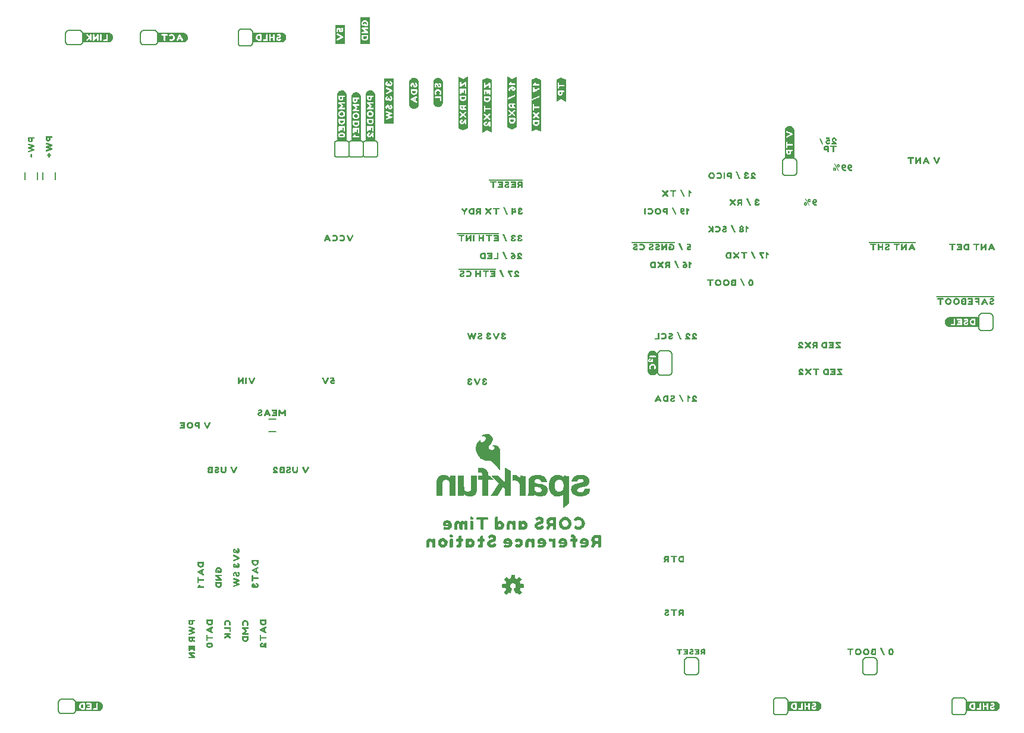
<source format=gbo>
G04 EAGLE Gerber RS-274X export*
G75*
%MOMM*%
%FSLAX34Y34*%
%LPD*%
%INSilkscreen Bottom*%
%IPPOS*%
%AMOC8*
5,1,8,0,0,1.08239X$1,22.5*%
G01*
%ADD10C,0.203200*%
%ADD11C,0.152400*%

G36*
X732014Y848978D02*
X732014Y848978D01*
X732007Y848991D01*
X732019Y849000D01*
X732019Y923600D01*
X732000Y923625D01*
X732001Y923638D01*
X731501Y924038D01*
X731493Y924039D01*
X731492Y924044D01*
X725392Y927044D01*
X725371Y927040D01*
X725362Y927049D01*
X724762Y926949D01*
X724755Y926941D01*
X724748Y926944D01*
X718648Y923944D01*
X718639Y923927D01*
X718628Y923925D01*
X718328Y923425D01*
X718330Y923407D01*
X718321Y923400D01*
X718321Y849200D01*
X718346Y849167D01*
X718348Y849156D01*
X718748Y848956D01*
X718781Y848962D01*
X718793Y848956D01*
X724782Y852051D01*
X725359Y852051D01*
X731448Y849056D01*
X731458Y849058D01*
X731460Y849052D01*
X731960Y848952D01*
X732014Y848978D01*
G37*
G36*
X801810Y850155D02*
X801810Y850155D01*
X801861Y850172D01*
X801855Y850189D01*
X801869Y850200D01*
X801869Y923400D01*
X801858Y923415D01*
X801862Y923425D01*
X801562Y923925D01*
X801544Y923933D01*
X801542Y923944D01*
X795442Y926944D01*
X795431Y926942D01*
X795428Y926949D01*
X794828Y927049D01*
X794809Y927039D01*
X794798Y927044D01*
X788698Y924044D01*
X788695Y924037D01*
X788689Y924038D01*
X788189Y923638D01*
X788182Y923608D01*
X788171Y923600D01*
X788171Y850500D01*
X788192Y850472D01*
X788193Y850459D01*
X788493Y850259D01*
X788531Y850261D01*
X788542Y850256D01*
X794538Y853254D01*
X795215Y853447D01*
X801197Y850356D01*
X801203Y850357D01*
X801204Y850353D01*
X801804Y850153D01*
X801806Y850154D01*
X801807Y850153D01*
X801810Y850155D01*
G37*
G36*
X691288Y851921D02*
X691288Y851921D01*
X691295Y851929D01*
X691302Y851926D01*
X697402Y854926D01*
X697411Y854943D01*
X697422Y854945D01*
X697722Y855445D01*
X697722Y855450D01*
X697725Y855452D01*
X697721Y855457D01*
X697720Y855463D01*
X697729Y855470D01*
X697729Y927870D01*
X697720Y927883D01*
X697724Y927892D01*
X697524Y928292D01*
X697471Y928318D01*
X697467Y928310D01*
X697458Y928314D01*
X691361Y925316D01*
X690784Y925123D01*
X684202Y928414D01*
X684201Y928414D01*
X684201Y928415D01*
X684199Y928413D01*
X684144Y928403D01*
X684147Y928386D01*
X684131Y928378D01*
X684031Y927778D01*
X684034Y927773D01*
X684031Y927770D01*
X684031Y855270D01*
X684050Y855245D01*
X684049Y855232D01*
X684549Y854832D01*
X684557Y854831D01*
X684558Y854826D01*
X690658Y851826D01*
X690679Y851830D01*
X690688Y851821D01*
X691288Y851921D01*
G37*
G36*
X767452Y856626D02*
X767452Y856626D01*
X767461Y856644D01*
X767477Y856656D01*
X767474Y856660D01*
X767479Y856662D01*
X767579Y857262D01*
X767576Y857267D01*
X767579Y857270D01*
X767579Y928370D01*
X767576Y928374D01*
X767578Y928379D01*
X767569Y928384D01*
X767543Y928417D01*
X767527Y928405D01*
X767508Y928414D01*
X766908Y928114D01*
X760826Y925123D01*
X760249Y925316D01*
X754252Y928314D01*
X754199Y928304D01*
X754195Y928305D01*
X753895Y928005D01*
X753892Y927978D01*
X753881Y927970D01*
X753881Y857270D01*
X753884Y857265D01*
X753881Y857262D01*
X753981Y856662D01*
X754006Y856639D01*
X754008Y856626D01*
X760708Y853326D01*
X760740Y853332D01*
X760752Y853326D01*
X767452Y856626D01*
G37*
G36*
X565547Y836507D02*
X565547Y836507D01*
X565545Y836510D01*
X565549Y836512D01*
X565649Y837112D01*
X565646Y837117D01*
X565649Y837120D01*
X565649Y902120D01*
X565646Y902124D01*
X565649Y902127D01*
X565449Y903527D01*
X565448Y903528D01*
X565449Y903528D01*
X565349Y904128D01*
X565345Y904131D01*
X565347Y904134D01*
X565147Y904834D01*
X565142Y904838D01*
X565144Y904842D01*
X564844Y905442D01*
X564840Y905444D01*
X564841Y905447D01*
X564441Y906047D01*
X564438Y906048D01*
X564438Y906051D01*
X563638Y907051D01*
X563631Y907053D01*
X563632Y907058D01*
X563032Y907558D01*
X563031Y907558D01*
X562531Y907958D01*
X562523Y907959D01*
X562522Y907964D01*
X561322Y908564D01*
X561317Y908563D01*
X561316Y908567D01*
X560716Y908767D01*
X560714Y908766D01*
X560714Y908767D01*
X560014Y908967D01*
X560010Y908966D01*
X560009Y908967D01*
X560002Y908967D01*
X560000Y908969D01*
X559303Y908969D01*
X558607Y909069D01*
X558601Y909065D01*
X558595Y909065D01*
X558592Y909069D01*
X557992Y908969D01*
X557293Y908869D01*
X557288Y908864D01*
X557284Y908867D01*
X556685Y908667D01*
X555986Y908467D01*
X555982Y908462D01*
X555978Y908464D01*
X555378Y908164D01*
X555375Y908157D01*
X555369Y908158D01*
X554871Y907760D01*
X554273Y907361D01*
X554270Y907354D01*
X554265Y907355D01*
X553765Y906855D01*
X553765Y906851D01*
X553762Y906851D01*
X553362Y906351D01*
X553361Y906347D01*
X553359Y906347D01*
X552959Y905747D01*
X552959Y905743D01*
X552956Y905742D01*
X552356Y904542D01*
X552357Y904537D01*
X552353Y904536D01*
X552153Y903936D01*
X552155Y903929D01*
X552151Y903927D01*
X551951Y902527D01*
X551954Y902522D01*
X551951Y902520D01*
X551951Y836520D01*
X551987Y836473D01*
X551994Y836478D01*
X552000Y836471D01*
X565500Y836471D01*
X565547Y836507D01*
G37*
G36*
X524466Y836475D02*
X524466Y836475D01*
X524470Y836472D01*
X524970Y836572D01*
X524998Y836604D01*
X525000Y836605D01*
X525000Y836606D01*
X525009Y836616D01*
X525007Y836618D01*
X525009Y836620D01*
X525009Y902420D01*
X525006Y902425D01*
X525009Y902428D01*
X524909Y903028D01*
X524809Y903727D01*
X524804Y903732D01*
X524807Y903736D01*
X524607Y904336D01*
X524604Y904337D01*
X524605Y904339D01*
X524305Y905039D01*
X524303Y905041D01*
X524304Y905042D01*
X524004Y905642D01*
X523997Y905645D01*
X523998Y905651D01*
X523198Y906651D01*
X523194Y906652D01*
X523195Y906655D01*
X522695Y907155D01*
X522691Y907155D01*
X522691Y907158D01*
X522191Y907558D01*
X522187Y907559D01*
X522187Y907561D01*
X521587Y907961D01*
X521583Y907961D01*
X521582Y907964D01*
X520382Y908564D01*
X520375Y908563D01*
X520374Y908567D01*
X519674Y908767D01*
X519669Y908766D01*
X519667Y908769D01*
X518967Y908869D01*
X518966Y908868D01*
X518961Y908868D01*
X518960Y908869D01*
X517660Y908869D01*
X517659Y908868D01*
X517654Y908868D01*
X517653Y908869D01*
X516953Y908769D01*
X516952Y908768D01*
X516952Y908769D01*
X516352Y908669D01*
X516349Y908665D01*
X516346Y908667D01*
X515646Y908467D01*
X515642Y908462D01*
X515638Y908464D01*
X515038Y908164D01*
X515036Y908160D01*
X515033Y908161D01*
X514433Y907761D01*
X514432Y907758D01*
X514429Y907758D01*
X513429Y906958D01*
X513428Y906954D01*
X513425Y906955D01*
X512925Y906455D01*
X512925Y906451D01*
X512922Y906451D01*
X512522Y905951D01*
X512521Y905947D01*
X512519Y905947D01*
X512119Y905347D01*
X512120Y905340D01*
X512115Y905336D01*
X512113Y905336D01*
X511914Y904738D01*
X511615Y904039D01*
X511617Y904031D01*
X511611Y904028D01*
X511511Y903428D01*
X511512Y903427D01*
X511511Y903427D01*
X511411Y902728D01*
X511311Y902128D01*
X511314Y902123D01*
X511311Y902120D01*
X511311Y837020D01*
X511319Y837009D01*
X511314Y837002D01*
X511514Y836502D01*
X511555Y836477D01*
X511560Y836471D01*
X524460Y836471D01*
X524466Y836475D01*
G37*
G36*
X743274Y368090D02*
X743274Y368090D01*
X743361Y368093D01*
X743361Y368094D01*
X743362Y368094D01*
X743437Y368135D01*
X743513Y368176D01*
X743513Y368177D01*
X743514Y368177D01*
X743565Y368249D01*
X743613Y368318D01*
X743613Y368319D01*
X743614Y368326D01*
X743640Y368460D01*
X743640Y394160D01*
X743638Y394169D01*
X743640Y394180D01*
X743540Y396080D01*
X743536Y396092D01*
X743537Y396107D01*
X743337Y397707D01*
X743329Y397731D01*
X743326Y397764D01*
X742926Y399164D01*
X742909Y399194D01*
X742894Y399242D01*
X742294Y400342D01*
X742276Y400362D01*
X742260Y400393D01*
X741560Y401293D01*
X741544Y401307D01*
X741529Y401329D01*
X740729Y402129D01*
X740702Y402145D01*
X740671Y402176D01*
X739771Y402776D01*
X739740Y402788D01*
X739701Y402813D01*
X738701Y403213D01*
X738682Y403216D01*
X738660Y403227D01*
X737560Y403527D01*
X737548Y403527D01*
X737535Y403533D01*
X736535Y403733D01*
X736503Y403732D01*
X736460Y403740D01*
X734660Y403740D01*
X734637Y403735D01*
X734606Y403736D01*
X733906Y403636D01*
X733873Y403623D01*
X733819Y403613D01*
X733329Y403417D01*
X733098Y403340D01*
X733060Y403340D01*
X733035Y403334D01*
X733009Y403337D01*
X732952Y403315D01*
X732891Y403301D01*
X732871Y403284D01*
X732847Y403275D01*
X732805Y403230D01*
X732758Y403191D01*
X732747Y403167D01*
X732730Y403148D01*
X732712Y403089D01*
X732687Y403032D01*
X732688Y403007D01*
X732680Y402982D01*
X732691Y402921D01*
X732693Y402859D01*
X732706Y402837D01*
X732710Y402811D01*
X732758Y402740D01*
X732776Y402707D01*
X732784Y402701D01*
X732791Y402691D01*
X732891Y402591D01*
X732923Y402571D01*
X732990Y402520D01*
X733590Y402220D01*
X733604Y402217D01*
X733619Y402207D01*
X734072Y402026D01*
X734427Y401760D01*
X734906Y401376D01*
X735272Y401010D01*
X735519Y400681D01*
X735680Y400198D01*
X735680Y399613D01*
X735504Y398998D01*
X735248Y398485D01*
X734702Y397939D01*
X734069Y397397D01*
X733249Y397124D01*
X732209Y396840D01*
X730713Y396840D01*
X729422Y397209D01*
X728311Y397950D01*
X727499Y398852D01*
X727140Y400017D01*
X727140Y401276D01*
X727782Y402651D01*
X729038Y404101D01*
X730729Y405791D01*
X730741Y405810D01*
X730762Y405829D01*
X730797Y405874D01*
X732062Y407529D01*
X732075Y407557D01*
X732100Y407590D01*
X733000Y409390D01*
X733007Y409418D01*
X733025Y409453D01*
X733525Y411153D01*
X733527Y411192D01*
X733540Y411260D01*
X733540Y412960D01*
X733532Y412994D01*
X733528Y413026D01*
X733527Y413050D01*
X733523Y413057D01*
X733519Y413087D01*
X732919Y414787D01*
X732898Y414819D01*
X732873Y414875D01*
X731773Y416475D01*
X731745Y416502D01*
X731702Y416554D01*
X730002Y417954D01*
X729973Y417968D01*
X729936Y417997D01*
X727636Y419197D01*
X727599Y419206D01*
X727544Y419231D01*
X725344Y419731D01*
X725306Y419731D01*
X725241Y419740D01*
X723241Y419640D01*
X723208Y419630D01*
X723158Y419626D01*
X721358Y419126D01*
X721342Y419118D01*
X721319Y419113D01*
X719819Y418513D01*
X719799Y418499D01*
X719768Y418488D01*
X718568Y417788D01*
X718557Y417778D01*
X718539Y417769D01*
X717843Y417273D01*
X717549Y417076D01*
X717506Y417031D01*
X717458Y416991D01*
X717448Y416968D01*
X717431Y416950D01*
X717412Y416890D01*
X717387Y416832D01*
X717388Y416808D01*
X717381Y416784D01*
X717391Y416722D01*
X717393Y416659D01*
X717405Y416638D01*
X717409Y416613D01*
X717446Y416562D01*
X717476Y416507D01*
X717496Y416493D01*
X717511Y416473D01*
X717566Y416444D01*
X717618Y416407D01*
X717645Y416402D01*
X717664Y416392D01*
X717701Y416391D01*
X717760Y416380D01*
X717860Y416380D01*
X717896Y416388D01*
X717952Y416391D01*
X718307Y416480D01*
X719539Y416480D01*
X720393Y416385D01*
X721127Y416201D01*
X721846Y415842D01*
X722584Y415196D01*
X722938Y414754D01*
X723213Y414204D01*
X723392Y413757D01*
X723475Y413260D01*
X723389Y412744D01*
X723211Y412122D01*
X722844Y411571D01*
X722842Y411566D01*
X722838Y411562D01*
X722361Y410798D01*
X721902Y410339D01*
X721225Y409760D01*
X719863Y408787D01*
X719744Y408727D01*
X719122Y408416D01*
X717807Y408040D01*
X717238Y408040D01*
X716677Y408281D01*
X716262Y408696D01*
X716023Y409094D01*
X715847Y410154D01*
X715933Y410585D01*
X715933Y410594D01*
X715933Y410595D01*
X715932Y410619D01*
X715940Y410660D01*
X715940Y411260D01*
X715924Y411328D01*
X715915Y411396D01*
X715905Y411411D01*
X715901Y411429D01*
X715857Y411482D01*
X715818Y411540D01*
X715802Y411549D01*
X715791Y411562D01*
X715727Y411591D01*
X715667Y411625D01*
X715649Y411626D01*
X715632Y411633D01*
X715563Y411631D01*
X715494Y411634D01*
X715475Y411627D01*
X715459Y411627D01*
X715425Y411608D01*
X715358Y411582D01*
X713758Y410582D01*
X713734Y410558D01*
X713691Y410529D01*
X711991Y408829D01*
X711970Y408796D01*
X711926Y408741D01*
X710626Y406341D01*
X710619Y406317D01*
X710602Y406288D01*
X709602Y403488D01*
X709598Y403457D01*
X709584Y403417D01*
X709084Y400117D01*
X709087Y400084D01*
X709080Y400038D01*
X709280Y396538D01*
X709290Y396506D01*
X709294Y396458D01*
X710294Y392858D01*
X710309Y392830D01*
X710322Y392786D01*
X712222Y389086D01*
X712241Y389064D01*
X712260Y389027D01*
X713660Y387227D01*
X713665Y387223D01*
X713666Y387220D01*
X713673Y387215D01*
X713683Y387200D01*
X715183Y385600D01*
X715205Y385585D01*
X715229Y385558D01*
X716929Y384258D01*
X716943Y384252D01*
X716957Y384239D01*
X718857Y383039D01*
X718879Y383031D01*
X718904Y383013D01*
X720904Y382113D01*
X720929Y382108D01*
X720960Y382093D01*
X723160Y381493D01*
X723183Y381492D01*
X723213Y381483D01*
X725613Y381183D01*
X725634Y381185D01*
X725660Y381180D01*
X729509Y381180D01*
X730531Y380901D01*
X731571Y380428D01*
X732523Y379762D01*
X733498Y378884D01*
X734580Y377802D01*
X735670Y376514D01*
X735676Y376510D01*
X735681Y376501D01*
X736981Y375101D01*
X738180Y373803D01*
X739274Y372610D01*
X740268Y371417D01*
X740273Y371413D01*
X740277Y371406D01*
X741168Y370416D01*
X741860Y369527D01*
X741866Y369521D01*
X741871Y369513D01*
X742471Y368813D01*
X742482Y368805D01*
X742491Y368791D01*
X742848Y368435D01*
X742919Y368291D01*
X742920Y368290D01*
X742972Y368227D01*
X743029Y368158D01*
X743030Y368157D01*
X743031Y368157D01*
X743106Y368123D01*
X743188Y368087D01*
X743189Y368086D01*
X743274Y368090D01*
G37*
G36*
X544685Y836474D02*
X544685Y836474D01*
X544688Y836471D01*
X545288Y836571D01*
X545329Y836615D01*
X545326Y836618D01*
X545329Y836620D01*
X545329Y899520D01*
X545326Y899524D01*
X545329Y899527D01*
X545129Y900927D01*
X545124Y900932D01*
X545127Y900936D01*
X544727Y902136D01*
X544722Y902139D01*
X544724Y902142D01*
X544424Y902742D01*
X544420Y902744D01*
X544421Y902747D01*
X544021Y903347D01*
X544018Y903348D01*
X544018Y903351D01*
X543618Y903851D01*
X543614Y903852D01*
X543615Y903855D01*
X543115Y904355D01*
X543111Y904355D01*
X543111Y904358D01*
X542611Y904758D01*
X542607Y904759D01*
X542607Y904761D01*
X541407Y905561D01*
X541398Y905560D01*
X541396Y905567D01*
X540196Y905967D01*
X540189Y905965D01*
X540187Y905969D01*
X538787Y906169D01*
X538782Y906166D01*
X538780Y906169D01*
X538080Y906169D01*
X538075Y906166D01*
X538072Y906169D01*
X537472Y906069D01*
X536773Y905969D01*
X536768Y905964D01*
X536764Y905967D01*
X536164Y905767D01*
X536163Y905764D01*
X536161Y905765D01*
X535461Y905465D01*
X535459Y905463D01*
X535458Y905464D01*
X534858Y905164D01*
X534855Y905157D01*
X534849Y905158D01*
X533849Y904358D01*
X533848Y904354D01*
X533845Y904355D01*
X533345Y903855D01*
X533345Y903851D01*
X533342Y903851D01*
X532942Y903351D01*
X532941Y903347D01*
X532939Y903347D01*
X532539Y902747D01*
X532539Y902743D01*
X532536Y902742D01*
X532236Y902142D01*
X532237Y902137D01*
X532236Y902136D01*
X532233Y902136D01*
X532033Y901536D01*
X532034Y901534D01*
X532033Y901534D01*
X532007Y901445D01*
X531993Y901396D01*
X531951Y901248D01*
X531909Y901100D01*
X531895Y901051D01*
X531853Y900903D01*
X531833Y900834D01*
X531835Y900829D01*
X531831Y900827D01*
X531731Y900128D01*
X531631Y899528D01*
X531633Y899525D01*
X531633Y899524D01*
X531634Y899522D01*
X531631Y899520D01*
X531631Y837120D01*
X531634Y837115D01*
X531631Y837112D01*
X531731Y836512D01*
X531775Y836471D01*
X531778Y836474D01*
X531780Y836471D01*
X544680Y836471D01*
X544685Y836474D01*
G37*
G36*
X834159Y314591D02*
X834159Y314591D01*
X834221Y314593D01*
X834243Y314606D01*
X834269Y314610D01*
X834340Y314658D01*
X834373Y314676D01*
X834379Y314684D01*
X834389Y314691D01*
X835274Y315576D01*
X836258Y316363D01*
X836264Y316371D01*
X836274Y316377D01*
X837274Y317277D01*
X837280Y317285D01*
X837289Y317291D01*
X838174Y318176D01*
X839158Y318963D01*
X839164Y318971D01*
X839174Y318977D01*
X840166Y319870D01*
X841158Y320663D01*
X841169Y320678D01*
X841189Y320691D01*
X842089Y321591D01*
X842129Y321656D01*
X842173Y321718D01*
X842175Y321730D01*
X842180Y321738D01*
X842184Y321775D01*
X842200Y321860D01*
X842200Y358760D01*
X842198Y358769D01*
X842200Y358779D01*
X842178Y358853D01*
X842161Y358929D01*
X842155Y358936D01*
X842152Y358945D01*
X842100Y359003D01*
X842051Y359062D01*
X842042Y359066D01*
X842035Y359073D01*
X841903Y359131D01*
X840103Y359531D01*
X840084Y359531D01*
X840062Y359538D01*
X839178Y359636D01*
X838195Y359833D01*
X838180Y359832D01*
X838162Y359838D01*
X837282Y359936D01*
X835503Y360331D01*
X835483Y360331D01*
X835458Y360338D01*
X834458Y360438D01*
X834389Y360429D01*
X834319Y360427D01*
X834304Y360418D01*
X834286Y360416D01*
X834228Y360377D01*
X834167Y360344D01*
X834157Y360329D01*
X834142Y360320D01*
X834107Y360259D01*
X834067Y360202D01*
X834064Y360183D01*
X834056Y360169D01*
X834053Y360130D01*
X834040Y360060D01*
X834040Y357629D01*
X833928Y357784D01*
X833917Y357793D01*
X833913Y357801D01*
X833910Y357803D01*
X833904Y357813D01*
X833577Y358181D01*
X833239Y358561D01*
X833104Y358713D01*
X833075Y358733D01*
X833038Y358772D01*
X831038Y360172D01*
X831003Y360186D01*
X830950Y360217D01*
X829850Y360617D01*
X829833Y360619D01*
X829812Y360629D01*
X828612Y360929D01*
X828598Y360929D01*
X828583Y360935D01*
X827383Y361135D01*
X827367Y361134D01*
X827349Y361139D01*
X826049Y361239D01*
X826021Y361235D01*
X825983Y361238D01*
X822883Y360938D01*
X822851Y360927D01*
X822800Y360921D01*
X820100Y360021D01*
X820067Y360000D01*
X820006Y359974D01*
X817806Y358474D01*
X817783Y358450D01*
X817744Y358422D01*
X815944Y356522D01*
X815926Y356490D01*
X815889Y356447D01*
X814589Y354147D01*
X814583Y354126D01*
X814567Y354101D01*
X813567Y351601D01*
X813563Y351574D01*
X813548Y351540D01*
X812948Y348740D01*
X812949Y348716D01*
X812941Y348685D01*
X812741Y345685D01*
X812744Y345663D01*
X812741Y345633D01*
X812941Y342833D01*
X812948Y342810D01*
X812949Y342778D01*
X813549Y340078D01*
X813561Y340052D01*
X813569Y340014D01*
X814569Y337614D01*
X814582Y337595D01*
X814593Y337567D01*
X815893Y335367D01*
X815917Y335342D01*
X815944Y335299D01*
X817744Y333399D01*
X817773Y333380D01*
X817809Y333344D01*
X819909Y331944D01*
X819943Y331931D01*
X819991Y331902D01*
X822491Y331002D01*
X822527Y330998D01*
X822581Y330982D01*
X825481Y330682D01*
X825510Y330685D01*
X825549Y330681D01*
X826849Y330781D01*
X826862Y330785D01*
X826878Y330784D01*
X828178Y330984D01*
X828196Y330991D01*
X828220Y330993D01*
X829320Y331293D01*
X829339Y331303D01*
X829366Y331309D01*
X830566Y331809D01*
X830586Y331823D01*
X830616Y331834D01*
X831616Y332434D01*
X831624Y332442D01*
X831638Y332449D01*
X832638Y333149D01*
X832662Y333175D01*
X832704Y333207D01*
X833504Y334107D01*
X833508Y334115D01*
X833517Y334122D01*
X833740Y334401D01*
X833740Y314960D01*
X833746Y314935D01*
X833743Y314909D01*
X833765Y314852D01*
X833779Y314791D01*
X833796Y314771D01*
X833805Y314747D01*
X833850Y314705D01*
X833889Y314658D01*
X833913Y314647D01*
X833932Y314630D01*
X833991Y314612D01*
X834048Y314587D01*
X834073Y314588D01*
X834098Y314580D01*
X834159Y314591D01*
G37*
G36*
X591888Y861884D02*
X591888Y861884D01*
X591900Y861881D01*
X592300Y862181D01*
X592304Y862197D01*
X592311Y862202D01*
X592307Y862208D01*
X592309Y862212D01*
X592319Y862220D01*
X592319Y925920D01*
X592283Y925967D01*
X592279Y925964D01*
X592277Y925969D01*
X591577Y926069D01*
X591572Y926066D01*
X591570Y926069D01*
X578770Y926069D01*
X578723Y926033D01*
X578726Y926029D01*
X578721Y926027D01*
X578621Y925327D01*
X578624Y925322D01*
X578621Y925320D01*
X578621Y862320D01*
X578634Y862302D01*
X578631Y862290D01*
X578931Y861890D01*
X578962Y861882D01*
X578970Y861871D01*
X591870Y861871D01*
X591888Y861884D01*
G37*
G36*
X802236Y330584D02*
X802236Y330584D01*
X802258Y330582D01*
X803258Y330682D01*
X803277Y330688D01*
X803303Y330689D01*
X805103Y331089D01*
X805118Y331096D01*
X805140Y331099D01*
X806040Y331399D01*
X806060Y331412D01*
X806090Y331420D01*
X806770Y331760D01*
X806890Y331820D01*
X806897Y331826D01*
X806909Y331830D01*
X807609Y332230D01*
X807621Y332242D01*
X807641Y332251D01*
X808341Y332751D01*
X808350Y332760D01*
X808363Y332768D01*
X808963Y333268D01*
X808980Y333290D01*
X809009Y333313D01*
X809609Y334013D01*
X809623Y334039D01*
X809650Y334071D01*
X810450Y335471D01*
X810459Y335501D01*
X810481Y335540D01*
X811081Y337340D01*
X811084Y337373D01*
X811098Y337418D01*
X811198Y338318D01*
X811198Y338322D01*
X811199Y338326D01*
X811299Y339426D01*
X811294Y339460D01*
X811297Y339511D01*
X810997Y341711D01*
X810986Y341739D01*
X810981Y341780D01*
X810381Y343580D01*
X810361Y343612D01*
X810340Y343666D01*
X809440Y345066D01*
X809412Y345093D01*
X809363Y345152D01*
X808163Y346152D01*
X808141Y346164D01*
X808116Y346186D01*
X806616Y347086D01*
X806588Y347095D01*
X806554Y347116D01*
X804954Y347716D01*
X804932Y347719D01*
X804907Y347730D01*
X803207Y348130D01*
X803196Y348130D01*
X803183Y348135D01*
X801383Y348435D01*
X801373Y348434D01*
X801362Y348438D01*
X799563Y348638D01*
X797866Y348837D01*
X796398Y349033D01*
X795033Y349423D01*
X793874Y349810D01*
X793076Y350253D01*
X792589Y350902D01*
X792500Y351877D01*
X792500Y352329D01*
X792593Y352882D01*
X792683Y353243D01*
X792858Y353682D01*
X793216Y354218D01*
X793445Y354448D01*
X793700Y354575D01*
X793790Y354620D01*
X793806Y354633D01*
X793831Y354644D01*
X794111Y354831D01*
X794361Y354955D01*
X794453Y355001D01*
X794803Y355089D01*
X795258Y355180D01*
X795620Y355180D01*
X795650Y355187D01*
X795695Y355187D01*
X796158Y355280D01*
X797682Y355280D01*
X798637Y355089D01*
X799028Y354991D01*
X799036Y354991D01*
X799045Y354987D01*
X799496Y354897D01*
X800229Y354531D01*
X800478Y354365D01*
X801025Y353818D01*
X801191Y353569D01*
X801373Y353204D01*
X801567Y352719D01*
X801575Y352707D01*
X801580Y352690D01*
X801757Y352336D01*
X801840Y351922D01*
X801840Y351360D01*
X801851Y351310D01*
X801853Y351259D01*
X801871Y351227D01*
X801879Y351191D01*
X801912Y351152D01*
X801936Y351107D01*
X801966Y351086D01*
X801989Y351058D01*
X802036Y351037D01*
X802078Y351007D01*
X802120Y350999D01*
X802148Y350987D01*
X802178Y350988D01*
X802220Y350980D01*
X810020Y350980D01*
X810097Y350998D01*
X810175Y351013D01*
X810181Y351017D01*
X810189Y351019D01*
X810250Y351070D01*
X810313Y351118D01*
X810317Y351125D01*
X810322Y351129D01*
X810355Y351202D01*
X810390Y351273D01*
X810390Y351281D01*
X810393Y351288D01*
X810392Y351321D01*
X810396Y351418D01*
X810196Y352718D01*
X810195Y352720D01*
X810195Y352723D01*
X809995Y353923D01*
X809984Y353950D01*
X809977Y353990D01*
X809577Y355090D01*
X809558Y355120D01*
X809536Y355171D01*
X808336Y356971D01*
X808320Y356986D01*
X808306Y357010D01*
X807606Y357810D01*
X807588Y357823D01*
X807587Y357825D01*
X807584Y357830D01*
X807581Y357832D01*
X807570Y357846D01*
X806770Y358546D01*
X806741Y358562D01*
X806705Y358592D01*
X805810Y359089D01*
X804816Y359686D01*
X804791Y359694D01*
X804761Y359713D01*
X803761Y360113D01*
X803742Y360116D01*
X803720Y360127D01*
X801520Y360727D01*
X801505Y360727D01*
X801488Y360734D01*
X800388Y360934D01*
X800385Y360934D01*
X800383Y360935D01*
X799183Y361135D01*
X799156Y361133D01*
X799120Y361140D01*
X794620Y361140D01*
X794605Y361137D01*
X794586Y361139D01*
X793486Y361039D01*
X793471Y361034D01*
X793452Y361034D01*
X791252Y360634D01*
X791249Y360633D01*
X791245Y360633D01*
X790245Y360433D01*
X790231Y360426D01*
X790211Y360424D01*
X789211Y360124D01*
X789192Y360114D01*
X789166Y360107D01*
X788266Y359707D01*
X788254Y359698D01*
X788235Y359692D01*
X787335Y359192D01*
X787319Y359177D01*
X787292Y359164D01*
X786492Y358564D01*
X786485Y358556D01*
X786473Y358549D01*
X785773Y357949D01*
X785752Y357921D01*
X785716Y357888D01*
X785116Y357088D01*
X785104Y357062D01*
X785080Y357030D01*
X784680Y356230D01*
X784677Y356216D01*
X784667Y356201D01*
X784267Y355201D01*
X784262Y355170D01*
X784246Y355128D01*
X784046Y354028D01*
X784047Y354012D01*
X784041Y353992D01*
X783941Y352792D01*
X783943Y352777D01*
X783940Y352760D01*
X783940Y336198D01*
X783847Y335735D01*
X783848Y335703D01*
X783840Y335660D01*
X783840Y335298D01*
X783747Y334835D01*
X783748Y334803D01*
X783740Y334760D01*
X783740Y334407D01*
X783551Y333652D01*
X783551Y333616D01*
X783540Y333560D01*
X783540Y333307D01*
X783455Y332966D01*
X783275Y332429D01*
X783104Y332171D01*
X783096Y332151D01*
X783080Y332130D01*
X782980Y331930D01*
X782968Y331880D01*
X782947Y331832D01*
X782948Y331797D01*
X782940Y331762D01*
X782951Y331711D01*
X782953Y331659D01*
X782971Y331628D01*
X782979Y331593D01*
X783011Y331553D01*
X783036Y331507D01*
X783065Y331486D01*
X783088Y331459D01*
X783135Y331437D01*
X783178Y331407D01*
X783219Y331399D01*
X783246Y331387D01*
X783277Y331388D01*
X783320Y331380D01*
X791220Y331380D01*
X791270Y331391D01*
X791321Y331393D01*
X791353Y331411D01*
X791389Y331419D01*
X791428Y331452D01*
X791473Y331476D01*
X791494Y331506D01*
X791522Y331529D01*
X791543Y331576D01*
X791573Y331618D01*
X791581Y331660D01*
X791593Y331688D01*
X791592Y331718D01*
X791600Y331760D01*
X791600Y331809D01*
X791609Y331823D01*
X791660Y331890D01*
X791760Y332090D01*
X791764Y332105D01*
X791773Y332118D01*
X791799Y332252D01*
X791800Y332259D01*
X791800Y332260D01*
X791800Y332309D01*
X791829Y332356D01*
X791873Y332418D01*
X791875Y332430D01*
X791880Y332438D01*
X791884Y332475D01*
X791900Y332560D01*
X791900Y332670D01*
X791960Y332790D01*
X791964Y332805D01*
X791973Y332818D01*
X791999Y332952D01*
X792000Y332959D01*
X792000Y332960D01*
X792000Y333170D01*
X792060Y333290D01*
X792064Y333305D01*
X792073Y333318D01*
X792099Y333452D01*
X792100Y333459D01*
X792100Y333460D01*
X792100Y333669D01*
X792982Y332963D01*
X792996Y332957D01*
X793009Y332944D01*
X793609Y332544D01*
X793617Y332541D01*
X793624Y332534D01*
X794124Y332234D01*
X794137Y332230D01*
X794150Y332220D01*
X794750Y331920D01*
X794773Y331914D01*
X794800Y331899D01*
X795374Y331708D01*
X795950Y331420D01*
X795973Y331414D01*
X796000Y331399D01*
X796600Y331199D01*
X796625Y331197D01*
X796658Y331185D01*
X797236Y331089D01*
X797916Y330894D01*
X797935Y330893D01*
X797958Y330885D01*
X798558Y330785D01*
X798584Y330787D01*
X798620Y330780D01*
X799289Y330780D01*
X799858Y330685D01*
X799862Y330685D01*
X799866Y330684D01*
X800566Y330584D01*
X800590Y330586D01*
X800620Y330580D01*
X802220Y330580D01*
X802236Y330584D01*
G37*
G36*
X432555Y977404D02*
X432555Y977404D01*
X432558Y977401D01*
X433158Y977501D01*
X433857Y977601D01*
X433861Y977605D01*
X433864Y977603D01*
X434564Y977803D01*
X434568Y977808D01*
X434572Y977806D01*
X435772Y978406D01*
X435775Y978413D01*
X435781Y978412D01*
X436279Y978810D01*
X436877Y979209D01*
X436881Y979219D01*
X436888Y979219D01*
X437287Y979717D01*
X437785Y980215D01*
X437786Y980227D01*
X437794Y980228D01*
X438093Y980825D01*
X438491Y981423D01*
X438490Y981432D01*
X438497Y981434D01*
X438897Y982634D01*
X438895Y982641D01*
X438899Y982643D01*
X439099Y984043D01*
X439096Y984048D01*
X439099Y984050D01*
X439099Y984750D01*
X439096Y984755D01*
X439099Y984758D01*
X438999Y985358D01*
X438995Y985361D01*
X438997Y985364D01*
X438797Y986064D01*
X438796Y986065D01*
X438797Y986066D01*
X438397Y987266D01*
X438389Y987271D01*
X438391Y987277D01*
X437591Y988477D01*
X437588Y988478D01*
X437588Y988481D01*
X437188Y988981D01*
X437184Y988982D01*
X437185Y988985D01*
X436685Y989485D01*
X436681Y989485D01*
X436681Y989488D01*
X436181Y989888D01*
X436173Y989889D01*
X436172Y989894D01*
X434972Y990494D01*
X434970Y990494D01*
X434969Y990495D01*
X434269Y990795D01*
X434261Y990793D01*
X434258Y990799D01*
X433658Y990899D01*
X433657Y990898D01*
X433657Y990899D01*
X432257Y991099D01*
X432252Y991096D01*
X432250Y991099D01*
X390950Y991099D01*
X390912Y991070D01*
X390904Y991068D01*
X390704Y990568D01*
X390705Y990566D01*
X390703Y990564D01*
X390707Y990558D01*
X390708Y990555D01*
X390701Y990550D01*
X390701Y977650D01*
X390730Y977612D01*
X390732Y977604D01*
X391232Y977404D01*
X391245Y977408D01*
X391250Y977401D01*
X432550Y977401D01*
X432555Y977404D01*
G37*
G36*
X1448555Y24904D02*
X1448555Y24904D01*
X1448558Y24901D01*
X1449158Y25001D01*
X1449857Y25101D01*
X1449861Y25105D01*
X1449864Y25103D01*
X1450564Y25303D01*
X1450568Y25308D01*
X1450572Y25306D01*
X1451772Y25906D01*
X1451775Y25913D01*
X1451781Y25912D01*
X1452279Y26310D01*
X1452877Y26709D01*
X1452881Y26719D01*
X1452888Y26719D01*
X1453287Y27217D01*
X1453785Y27715D01*
X1453786Y27727D01*
X1453794Y27728D01*
X1454093Y28325D01*
X1454491Y28923D01*
X1454490Y28932D01*
X1454497Y28934D01*
X1454897Y30134D01*
X1454895Y30141D01*
X1454899Y30143D01*
X1455099Y31543D01*
X1455096Y31548D01*
X1455099Y31550D01*
X1455099Y32250D01*
X1455096Y32255D01*
X1455099Y32258D01*
X1454999Y32858D01*
X1454995Y32861D01*
X1454997Y32864D01*
X1454797Y33564D01*
X1454796Y33565D01*
X1454797Y33566D01*
X1454397Y34766D01*
X1454389Y34771D01*
X1454391Y34777D01*
X1453591Y35977D01*
X1453588Y35978D01*
X1453588Y35981D01*
X1453188Y36481D01*
X1453184Y36482D01*
X1453185Y36485D01*
X1452685Y36985D01*
X1452681Y36985D01*
X1452681Y36988D01*
X1452181Y37388D01*
X1452173Y37389D01*
X1452172Y37394D01*
X1450972Y37994D01*
X1450970Y37994D01*
X1450969Y37995D01*
X1450269Y38295D01*
X1450261Y38293D01*
X1450258Y38299D01*
X1449658Y38399D01*
X1449657Y38398D01*
X1449657Y38399D01*
X1448257Y38599D01*
X1448252Y38596D01*
X1448250Y38599D01*
X1406950Y38599D01*
X1406912Y38570D01*
X1406904Y38568D01*
X1406704Y38068D01*
X1406705Y38066D01*
X1406703Y38064D01*
X1406707Y38058D01*
X1406708Y38055D01*
X1406701Y38050D01*
X1406701Y25150D01*
X1406730Y25112D01*
X1406732Y25104D01*
X1407232Y24904D01*
X1407245Y24908D01*
X1407250Y24901D01*
X1448550Y24901D01*
X1448555Y24904D01*
G37*
G36*
X1194555Y24904D02*
X1194555Y24904D01*
X1194558Y24901D01*
X1195158Y25001D01*
X1195857Y25101D01*
X1195861Y25105D01*
X1195864Y25103D01*
X1196564Y25303D01*
X1196568Y25308D01*
X1196572Y25306D01*
X1197772Y25906D01*
X1197775Y25913D01*
X1197781Y25912D01*
X1198279Y26310D01*
X1198877Y26709D01*
X1198881Y26719D01*
X1198888Y26719D01*
X1199287Y27217D01*
X1199785Y27715D01*
X1199786Y27727D01*
X1199794Y27728D01*
X1200093Y28325D01*
X1200491Y28923D01*
X1200490Y28932D01*
X1200497Y28934D01*
X1200897Y30134D01*
X1200895Y30141D01*
X1200899Y30143D01*
X1201099Y31543D01*
X1201096Y31548D01*
X1201099Y31550D01*
X1201099Y32250D01*
X1201096Y32255D01*
X1201099Y32258D01*
X1200999Y32858D01*
X1200995Y32861D01*
X1200997Y32864D01*
X1200797Y33564D01*
X1200796Y33565D01*
X1200797Y33566D01*
X1200397Y34766D01*
X1200389Y34771D01*
X1200391Y34777D01*
X1199591Y35977D01*
X1199588Y35978D01*
X1199588Y35981D01*
X1199188Y36481D01*
X1199184Y36482D01*
X1199185Y36485D01*
X1198685Y36985D01*
X1198681Y36985D01*
X1198681Y36988D01*
X1198181Y37388D01*
X1198173Y37389D01*
X1198172Y37394D01*
X1196972Y37994D01*
X1196970Y37994D01*
X1196969Y37995D01*
X1196269Y38295D01*
X1196261Y38293D01*
X1196258Y38299D01*
X1195658Y38399D01*
X1195657Y38398D01*
X1195657Y38399D01*
X1194257Y38599D01*
X1194252Y38596D01*
X1194250Y38599D01*
X1152950Y38599D01*
X1152912Y38570D01*
X1152904Y38568D01*
X1152704Y38068D01*
X1152705Y38066D01*
X1152703Y38064D01*
X1152707Y38058D01*
X1152708Y38055D01*
X1152701Y38050D01*
X1152701Y25150D01*
X1152730Y25112D01*
X1152732Y25104D01*
X1153232Y24904D01*
X1153245Y24908D01*
X1153250Y24901D01*
X1194550Y24901D01*
X1194555Y24904D01*
G37*
G36*
X1424218Y572300D02*
X1424218Y572300D01*
X1424226Y572302D01*
X1424426Y572802D01*
X1424422Y572815D01*
X1424429Y572820D01*
X1424429Y585720D01*
X1424400Y585758D01*
X1424398Y585766D01*
X1423898Y585966D01*
X1423886Y585962D01*
X1423885Y585962D01*
X1423880Y585969D01*
X1383080Y585969D01*
X1383076Y585966D01*
X1383073Y585969D01*
X1382373Y585869D01*
X1382369Y585865D01*
X1382366Y585867D01*
X1381666Y585667D01*
X1381665Y585666D01*
X1381664Y585667D01*
X1380464Y585267D01*
X1380459Y585259D01*
X1380453Y585261D01*
X1379855Y584863D01*
X1379258Y584564D01*
X1379253Y584554D01*
X1379245Y584555D01*
X1378745Y584055D01*
X1378745Y584051D01*
X1378742Y584051D01*
X1378343Y583553D01*
X1377845Y583055D01*
X1377844Y583043D01*
X1377836Y583042D01*
X1376936Y581242D01*
X1376938Y581231D01*
X1376931Y581227D01*
X1376832Y580531D01*
X1376633Y579936D01*
X1376637Y579925D01*
X1376631Y579920D01*
X1376631Y578520D01*
X1376634Y578516D01*
X1376631Y578513D01*
X1376731Y577813D01*
X1376736Y577808D01*
X1376733Y577804D01*
X1376933Y577205D01*
X1377133Y576506D01*
X1377138Y576502D01*
X1377136Y576498D01*
X1377436Y575898D01*
X1377439Y575897D01*
X1377438Y575895D01*
X1377738Y575395D01*
X1377739Y575394D01*
X1377739Y575393D01*
X1378139Y574793D01*
X1378146Y574790D01*
X1378145Y574785D01*
X1378645Y574285D01*
X1378649Y574285D01*
X1378649Y574282D01*
X1379649Y573482D01*
X1379653Y573481D01*
X1379653Y573479D01*
X1380253Y573079D01*
X1380257Y573079D01*
X1380258Y573076D01*
X1380858Y572776D01*
X1380865Y572777D01*
X1380866Y572773D01*
X1381565Y572573D01*
X1382164Y572373D01*
X1382175Y572377D01*
X1382180Y572371D01*
X1382877Y572371D01*
X1383573Y572271D01*
X1383578Y572274D01*
X1383580Y572271D01*
X1424180Y572271D01*
X1424218Y572300D01*
G37*
G36*
X740253Y331488D02*
X740253Y331488D01*
X740288Y331486D01*
X740337Y331507D01*
X740389Y331519D01*
X740415Y331541D01*
X740447Y331555D01*
X740492Y331605D01*
X740522Y331629D01*
X740530Y331645D01*
X740544Y331662D01*
X747997Y343857D01*
X750540Y341399D01*
X750540Y331860D01*
X750551Y331810D01*
X750553Y331759D01*
X750571Y331727D01*
X750579Y331691D01*
X750612Y331652D01*
X750636Y331607D01*
X750666Y331586D01*
X750689Y331558D01*
X750736Y331537D01*
X750778Y331507D01*
X750820Y331499D01*
X750848Y331487D01*
X750878Y331488D01*
X750920Y331480D01*
X758720Y331480D01*
X758770Y331491D01*
X758821Y331493D01*
X758853Y331511D01*
X758889Y331519D01*
X758928Y331552D01*
X758973Y331576D01*
X758994Y331606D01*
X759022Y331629D01*
X759043Y331676D01*
X759073Y331718D01*
X759081Y331760D01*
X759093Y331788D01*
X759092Y331818D01*
X759100Y331860D01*
X759100Y366560D01*
X759091Y366602D01*
X759091Y366644D01*
X759071Y366685D01*
X759061Y366729D01*
X759034Y366762D01*
X759015Y366800D01*
X758973Y366835D01*
X758951Y366862D01*
X758928Y366872D01*
X758904Y366893D01*
X751104Y371193D01*
X751047Y371209D01*
X750992Y371233D01*
X750964Y371232D01*
X750937Y371240D01*
X750879Y371229D01*
X750819Y371227D01*
X750794Y371213D01*
X750767Y371208D01*
X750719Y371172D01*
X750667Y371144D01*
X750651Y371121D01*
X750628Y371104D01*
X750601Y371051D01*
X750567Y371002D01*
X750561Y370971D01*
X750550Y370949D01*
X750550Y370913D01*
X750540Y370860D01*
X750540Y350898D01*
X741393Y360325D01*
X741327Y360367D01*
X741262Y360413D01*
X741253Y360414D01*
X741247Y360418D01*
X741213Y360422D01*
X741120Y360440D01*
X731920Y360440D01*
X731892Y360434D01*
X731864Y360436D01*
X731809Y360414D01*
X731751Y360401D01*
X731729Y360383D01*
X731703Y360372D01*
X731663Y360328D01*
X731618Y360291D01*
X731606Y360265D01*
X731587Y360243D01*
X731571Y360186D01*
X731547Y360132D01*
X731548Y360104D01*
X731540Y360077D01*
X731551Y360019D01*
X731553Y359959D01*
X731567Y359934D01*
X731572Y359906D01*
X731618Y359841D01*
X731636Y359807D01*
X731646Y359800D01*
X731655Y359787D01*
X742129Y349607D01*
X730503Y332070D01*
X730477Y332000D01*
X730447Y331932D01*
X730447Y331920D01*
X730443Y331908D01*
X730450Y331834D01*
X730453Y331759D01*
X730459Y331748D01*
X730461Y331735D01*
X730501Y331672D01*
X730536Y331607D01*
X730546Y331600D01*
X730553Y331589D01*
X730617Y331550D01*
X730678Y331507D01*
X730692Y331505D01*
X730701Y331499D01*
X730739Y331495D01*
X730820Y331480D01*
X740220Y331480D01*
X740253Y331488D01*
G37*
G36*
X1162118Y812354D02*
X1162118Y812354D01*
X1162130Y812351D01*
X1162530Y812651D01*
X1162534Y812667D01*
X1162541Y812672D01*
X1162537Y812678D01*
X1162539Y812682D01*
X1162549Y812690D01*
X1162549Y851990D01*
X1162546Y851994D01*
X1162549Y851997D01*
X1162449Y852697D01*
X1162444Y852702D01*
X1162447Y852706D01*
X1162247Y853305D01*
X1162047Y854004D01*
X1162042Y854008D01*
X1162044Y854012D01*
X1161444Y855212D01*
X1161437Y855215D01*
X1161438Y855221D01*
X1161038Y855721D01*
X1161034Y855722D01*
X1161035Y855725D01*
X1160035Y856725D01*
X1160031Y856725D01*
X1160031Y856728D01*
X1159531Y857128D01*
X1159523Y857129D01*
X1159522Y857134D01*
X1158322Y857734D01*
X1158320Y857734D01*
X1158319Y857735D01*
X1157619Y858035D01*
X1157611Y858033D01*
X1157608Y858039D01*
X1157008Y858139D01*
X1157007Y858138D01*
X1157007Y858139D01*
X1156307Y858239D01*
X1156302Y858236D01*
X1156300Y858239D01*
X1155000Y858239D01*
X1154996Y858236D01*
X1154993Y858239D01*
X1154293Y858139D01*
X1154289Y858135D01*
X1154286Y858137D01*
X1153586Y857937D01*
X1153585Y857936D01*
X1153584Y857937D01*
X1152984Y857737D01*
X1152981Y857732D01*
X1152978Y857734D01*
X1152378Y857434D01*
X1152376Y857430D01*
X1152373Y857431D01*
X1151773Y857031D01*
X1151772Y857028D01*
X1151769Y857028D01*
X1151269Y856628D01*
X1151268Y856624D01*
X1151265Y856625D01*
X1150265Y855625D01*
X1150264Y855616D01*
X1150258Y855615D01*
X1149958Y855116D01*
X1149559Y854517D01*
X1149559Y854513D01*
X1149558Y854512D01*
X1149559Y854511D01*
X1149560Y854506D01*
X1149553Y854504D01*
X1149513Y854364D01*
X1149499Y854315D01*
X1149457Y854167D01*
X1149414Y854020D01*
X1149400Y853970D01*
X1149358Y853823D01*
X1149353Y853805D01*
X1149153Y853206D01*
X1149154Y853204D01*
X1149153Y853204D01*
X1149147Y853182D01*
X1149104Y853035D01*
X1149090Y852985D01*
X1149048Y852838D01*
X1149006Y852690D01*
X1148992Y852641D01*
X1148953Y852504D01*
X1148954Y852500D01*
X1148951Y852498D01*
X1148851Y851898D01*
X1148854Y851893D01*
X1148851Y851890D01*
X1148851Y812790D01*
X1148864Y812772D01*
X1148861Y812760D01*
X1149161Y812360D01*
X1149192Y812352D01*
X1149200Y812341D01*
X1162100Y812341D01*
X1162118Y812354D01*
G37*
G36*
X292334Y977404D02*
X292334Y977404D01*
X292337Y977401D01*
X293033Y977501D01*
X293630Y977501D01*
X293638Y977507D01*
X293644Y977503D01*
X294344Y977703D01*
X294345Y977704D01*
X294346Y977703D01*
X294946Y977903D01*
X294949Y977908D01*
X294952Y977906D01*
X295552Y978206D01*
X295554Y978210D01*
X295557Y978209D01*
X296757Y979009D01*
X296758Y979012D01*
X296761Y979012D01*
X297261Y979412D01*
X297263Y979419D01*
X297268Y979419D01*
X297668Y979919D01*
X297669Y979923D01*
X297671Y979923D01*
X298070Y980521D01*
X298468Y981019D01*
X298469Y981027D01*
X298474Y981028D01*
X298774Y981628D01*
X298773Y981635D01*
X298777Y981636D01*
X298816Y981771D01*
X298830Y981820D01*
X298872Y981968D01*
X298914Y982115D01*
X298928Y982165D01*
X298970Y982312D01*
X298971Y982312D01*
X298970Y982312D01*
X298977Y982336D01*
X298976Y982340D01*
X298979Y982342D01*
X299079Y982942D01*
X299078Y982943D01*
X299079Y982943D01*
X299279Y984343D01*
X299274Y984352D01*
X299279Y984357D01*
X299179Y985057D01*
X299178Y985058D01*
X299179Y985058D01*
X299079Y985658D01*
X299075Y985661D01*
X299077Y985664D01*
X298877Y986364D01*
X298876Y986365D01*
X298877Y986366D01*
X298677Y986966D01*
X298672Y986969D01*
X298674Y986972D01*
X298374Y987572D01*
X298370Y987574D01*
X298371Y987577D01*
X297971Y988177D01*
X297968Y988178D01*
X297968Y988181D01*
X297568Y988681D01*
X297564Y988682D01*
X297565Y988685D01*
X296565Y989685D01*
X296561Y989685D01*
X296561Y989688D01*
X296061Y990088D01*
X296053Y990089D01*
X296052Y990094D01*
X295452Y990394D01*
X295447Y990393D01*
X295446Y990397D01*
X294848Y990596D01*
X294149Y990895D01*
X294141Y990893D01*
X294139Y990895D01*
X294137Y990899D01*
X293438Y990999D01*
X292838Y991099D01*
X292833Y991096D01*
X292830Y991099D01*
X256530Y991099D01*
X256521Y991092D01*
X256512Y991086D01*
X256500Y991089D01*
X256100Y990789D01*
X256095Y990770D01*
X256083Y990761D01*
X256087Y990755D01*
X256081Y990750D01*
X256081Y977850D01*
X256094Y977832D01*
X256091Y977820D01*
X256391Y977420D01*
X256422Y977412D01*
X256430Y977401D01*
X292330Y977401D01*
X292334Y977404D01*
G37*
G36*
X185554Y977404D02*
X185554Y977404D01*
X185557Y977401D01*
X186253Y977501D01*
X186950Y977501D01*
X186959Y977508D01*
X186966Y977503D01*
X187565Y977703D01*
X188264Y977903D01*
X188268Y977908D01*
X188272Y977906D01*
X189472Y978506D01*
X189475Y978513D01*
X189481Y978512D01*
X189981Y978912D01*
X189982Y978916D01*
X189985Y978915D01*
X190985Y979915D01*
X190985Y979919D01*
X190988Y979919D01*
X191388Y980419D01*
X191389Y980427D01*
X191394Y980428D01*
X191994Y981628D01*
X191993Y981635D01*
X191997Y981636D01*
X192036Y981771D01*
X192050Y981820D01*
X192092Y981968D01*
X192134Y982115D01*
X192148Y982165D01*
X192190Y982312D01*
X192191Y982312D01*
X192190Y982312D01*
X192197Y982335D01*
X192397Y982934D01*
X192395Y982941D01*
X192399Y982943D01*
X192499Y983643D01*
X192496Y983648D01*
X192499Y983650D01*
X192499Y985050D01*
X192492Y985059D01*
X192497Y985066D01*
X192298Y985661D01*
X192199Y986357D01*
X192191Y986365D01*
X192194Y986372D01*
X191294Y988172D01*
X191287Y988175D01*
X191288Y988181D01*
X190888Y988681D01*
X190884Y988682D01*
X190885Y988685D01*
X190385Y989185D01*
X190381Y989185D01*
X190381Y989188D01*
X189881Y989588D01*
X189877Y989589D01*
X189877Y989591D01*
X188677Y990391D01*
X188668Y990390D01*
X188666Y990397D01*
X187466Y990797D01*
X187464Y990796D01*
X187464Y990797D01*
X186764Y990997D01*
X186759Y990996D01*
X186757Y990999D01*
X186057Y991099D01*
X186052Y991096D01*
X186050Y991099D01*
X149850Y991099D01*
X149841Y991092D01*
X149832Y991086D01*
X149820Y991089D01*
X149420Y990789D01*
X149415Y990770D01*
X149403Y990761D01*
X149407Y990755D01*
X149401Y990750D01*
X149401Y977850D01*
X149414Y977832D01*
X149411Y977820D01*
X149711Y977420D01*
X149742Y977412D01*
X149750Y977401D01*
X185550Y977401D01*
X185554Y977404D01*
G37*
G36*
X621534Y882604D02*
X621534Y882604D01*
X621537Y882601D01*
X622237Y882701D01*
X622241Y882705D01*
X622244Y882703D01*
X622944Y882903D01*
X622945Y882904D01*
X622946Y882903D01*
X623546Y883103D01*
X623549Y883108D01*
X623552Y883106D01*
X624752Y883706D01*
X624754Y883710D01*
X624757Y883709D01*
X625357Y884109D01*
X625360Y884116D01*
X625365Y884115D01*
X625865Y884615D01*
X625865Y884619D01*
X625868Y884619D01*
X626668Y885619D01*
X626669Y885623D01*
X626671Y885623D01*
X627071Y886223D01*
X627071Y886227D01*
X627074Y886228D01*
X627374Y886828D01*
X627373Y886833D01*
X627377Y886834D01*
X627577Y887434D01*
X627576Y887436D01*
X627577Y887436D01*
X627585Y887463D01*
X627627Y887611D01*
X627641Y887660D01*
X627683Y887808D01*
X627684Y887808D01*
X627683Y887808D01*
X627726Y887956D01*
X627740Y888005D01*
X627777Y888136D01*
X627774Y888146D01*
X627779Y888150D01*
X627779Y888846D01*
X627879Y889442D01*
X627876Y889447D01*
X627879Y889450D01*
X627879Y920650D01*
X627876Y920654D01*
X627879Y920657D01*
X627779Y921357D01*
X627774Y921362D01*
X627777Y921366D01*
X627577Y921965D01*
X627377Y922664D01*
X627376Y922665D01*
X627377Y922666D01*
X627177Y923266D01*
X627169Y923271D01*
X627171Y923277D01*
X626772Y923876D01*
X626472Y924375D01*
X626467Y924377D01*
X626468Y924382D01*
X625968Y924982D01*
X625961Y924983D01*
X625961Y924988D01*
X624961Y925788D01*
X624957Y925789D01*
X624957Y925791D01*
X624357Y926191D01*
X624353Y926191D01*
X624352Y926194D01*
X623752Y926494D01*
X623747Y926493D01*
X623746Y926497D01*
X623146Y926697D01*
X623144Y926696D01*
X623144Y926697D01*
X622444Y926897D01*
X622439Y926896D01*
X622437Y926899D01*
X621738Y926999D01*
X621138Y927099D01*
X621128Y927093D01*
X621123Y927099D01*
X619723Y926899D01*
X619722Y926898D01*
X619722Y926899D01*
X619122Y926799D01*
X619119Y926795D01*
X619116Y926797D01*
X618416Y926597D01*
X618412Y926592D01*
X618408Y926594D01*
X617808Y926294D01*
X617806Y926290D01*
X617803Y926291D01*
X617203Y925891D01*
X617202Y925888D01*
X617199Y925888D01*
X616199Y925088D01*
X616198Y925084D01*
X616195Y925085D01*
X615695Y924585D01*
X615694Y924578D01*
X615689Y924577D01*
X615289Y923977D01*
X615289Y923973D01*
X615286Y923972D01*
X614686Y922772D01*
X614687Y922767D01*
X614683Y922766D01*
X614483Y922166D01*
X614484Y922164D01*
X614483Y922164D01*
X614454Y922063D01*
X614412Y921916D01*
X614398Y921866D01*
X614356Y921719D01*
X614313Y921571D01*
X614299Y921522D01*
X614283Y921464D01*
X614285Y921459D01*
X614281Y921457D01*
X614181Y920757D01*
X614184Y920752D01*
X614181Y920750D01*
X614181Y889050D01*
X614184Y889045D01*
X614181Y889042D01*
X614281Y888442D01*
X614381Y887743D01*
X614385Y887739D01*
X614383Y887736D01*
X614583Y887036D01*
X614588Y887032D01*
X614586Y887028D01*
X615186Y885828D01*
X615193Y885825D01*
X615192Y885819D01*
X615992Y884819D01*
X615996Y884818D01*
X615995Y884815D01*
X616495Y884315D01*
X616502Y884314D01*
X616503Y884309D01*
X617101Y883910D01*
X617599Y883512D01*
X617607Y883511D01*
X617608Y883506D01*
X618208Y883206D01*
X618210Y883206D01*
X618211Y883205D01*
X618911Y882905D01*
X618919Y882907D01*
X618922Y882901D01*
X619519Y882802D01*
X620216Y882603D01*
X620226Y882606D01*
X620230Y882601D01*
X621530Y882601D01*
X621534Y882604D01*
G37*
G36*
X661270Y331491D02*
X661270Y331491D01*
X661321Y331493D01*
X661353Y331511D01*
X661389Y331519D01*
X661428Y331552D01*
X661473Y331576D01*
X661494Y331606D01*
X661522Y331629D01*
X661543Y331676D01*
X661573Y331718D01*
X661581Y331760D01*
X661593Y331788D01*
X661592Y331818D01*
X661600Y331860D01*
X661600Y347749D01*
X661699Y349422D01*
X661894Y350787D01*
X662177Y351919D01*
X662633Y352740D01*
X663263Y353460D01*
X664084Y353916D01*
X665007Y354285D01*
X666222Y354379D01*
X667646Y354284D01*
X668768Y353910D01*
X669790Y353352D01*
X670512Y352630D01*
X671072Y351604D01*
X671547Y350273D01*
X671741Y348628D01*
X671840Y346650D01*
X671840Y331860D01*
X671851Y331810D01*
X671853Y331759D01*
X671871Y331727D01*
X671879Y331691D01*
X671912Y331652D01*
X671936Y331607D01*
X671966Y331586D01*
X671989Y331558D01*
X672036Y331537D01*
X672078Y331507D01*
X672120Y331499D01*
X672148Y331487D01*
X672178Y331488D01*
X672220Y331480D01*
X680020Y331480D01*
X680070Y331491D01*
X680121Y331493D01*
X680153Y331511D01*
X680189Y331519D01*
X680228Y331552D01*
X680273Y331576D01*
X680294Y331606D01*
X680322Y331629D01*
X680343Y331676D01*
X680373Y331718D01*
X680381Y331760D01*
X680393Y331788D01*
X680392Y331818D01*
X680400Y331860D01*
X680400Y356560D01*
X680399Y356565D01*
X680400Y356571D01*
X680300Y360071D01*
X680288Y360115D01*
X680287Y360161D01*
X680267Y360198D01*
X680256Y360238D01*
X680226Y360273D01*
X680204Y360313D01*
X680170Y360337D01*
X680142Y360369D01*
X680100Y360386D01*
X680062Y360413D01*
X680013Y360422D01*
X679982Y360435D01*
X679955Y360433D01*
X679920Y360440D01*
X672520Y360440D01*
X672470Y360429D01*
X672419Y360427D01*
X672387Y360409D01*
X672351Y360401D01*
X672312Y360368D01*
X672267Y360344D01*
X672246Y360314D01*
X672218Y360291D01*
X672197Y360244D01*
X672167Y360202D01*
X672159Y360160D01*
X672147Y360132D01*
X672148Y360102D01*
X672140Y360060D01*
X672140Y357192D01*
X671928Y357484D01*
X671914Y357495D01*
X671903Y357514D01*
X671003Y358514D01*
X670981Y358530D01*
X670958Y358557D01*
X669958Y359357D01*
X669941Y359365D01*
X669924Y359381D01*
X668824Y360081D01*
X668798Y360090D01*
X668766Y360111D01*
X667566Y360611D01*
X667542Y360615D01*
X667512Y360629D01*
X666312Y360929D01*
X666298Y360929D01*
X666283Y360935D01*
X665083Y361135D01*
X665069Y361134D01*
X665052Y361139D01*
X663852Y361239D01*
X663826Y361235D01*
X663793Y361239D01*
X660993Y361039D01*
X660965Y361031D01*
X660924Y361028D01*
X658624Y360428D01*
X658591Y360411D01*
X658535Y360392D01*
X656735Y359392D01*
X656707Y359366D01*
X656651Y359329D01*
X655251Y357929D01*
X655231Y357897D01*
X655192Y357853D01*
X654192Y356153D01*
X654182Y356118D01*
X654156Y356069D01*
X653556Y354069D01*
X653554Y354044D01*
X653543Y354011D01*
X653243Y351811D01*
X653245Y351795D01*
X653240Y351775D01*
X653140Y349275D01*
X653141Y349268D01*
X653140Y349260D01*
X653140Y331860D01*
X653151Y331810D01*
X653153Y331759D01*
X653171Y331727D01*
X653179Y331691D01*
X653212Y331652D01*
X653236Y331607D01*
X653266Y331586D01*
X653289Y331558D01*
X653336Y331537D01*
X653378Y331507D01*
X653420Y331499D01*
X653448Y331487D01*
X653478Y331488D01*
X653520Y331480D01*
X661220Y331480D01*
X661270Y331491D01*
G37*
G36*
X703147Y330881D02*
X703147Y330881D01*
X703175Y330889D01*
X703216Y330892D01*
X705516Y331492D01*
X705549Y331509D01*
X705605Y331528D01*
X707405Y332528D01*
X707433Y332554D01*
X707489Y332591D01*
X708889Y333991D01*
X708909Y334023D01*
X708948Y334067D01*
X709948Y335767D01*
X709959Y335802D01*
X709984Y335851D01*
X710584Y337851D01*
X710586Y337876D01*
X710597Y337909D01*
X710897Y340109D01*
X710895Y340125D01*
X710900Y340145D01*
X711000Y342645D01*
X710999Y342652D01*
X711000Y342660D01*
X711000Y360060D01*
X710989Y360110D01*
X710987Y360161D01*
X710969Y360193D01*
X710961Y360229D01*
X710928Y360268D01*
X710904Y360313D01*
X710874Y360334D01*
X710851Y360362D01*
X710804Y360383D01*
X710762Y360413D01*
X710720Y360421D01*
X710692Y360433D01*
X710662Y360432D01*
X710620Y360440D01*
X702920Y360440D01*
X702870Y360429D01*
X702819Y360427D01*
X702787Y360409D01*
X702751Y360401D01*
X702712Y360368D01*
X702667Y360344D01*
X702646Y360314D01*
X702618Y360291D01*
X702597Y360244D01*
X702567Y360202D01*
X702559Y360160D01*
X702547Y360132D01*
X702548Y360102D01*
X702540Y360060D01*
X702540Y344171D01*
X702441Y342498D01*
X702246Y341133D01*
X701961Y339993D01*
X701508Y339085D01*
X700878Y338456D01*
X700056Y337908D01*
X699150Y337636D01*
X697918Y337541D01*
X696494Y337636D01*
X695372Y338010D01*
X694350Y338568D01*
X693628Y339290D01*
X693068Y340316D01*
X692593Y341647D01*
X692399Y343292D01*
X692300Y345270D01*
X692300Y360060D01*
X692289Y360110D01*
X692287Y360161D01*
X692269Y360193D01*
X692261Y360229D01*
X692228Y360268D01*
X692204Y360313D01*
X692174Y360334D01*
X692151Y360362D01*
X692104Y360383D01*
X692062Y360413D01*
X692020Y360421D01*
X691992Y360433D01*
X691962Y360432D01*
X691920Y360440D01*
X684120Y360440D01*
X684070Y360429D01*
X684019Y360427D01*
X683987Y360409D01*
X683951Y360401D01*
X683912Y360368D01*
X683867Y360344D01*
X683846Y360314D01*
X683818Y360291D01*
X683797Y360244D01*
X683767Y360202D01*
X683759Y360160D01*
X683747Y360132D01*
X683748Y360102D01*
X683740Y360060D01*
X683740Y335360D01*
X683741Y335355D01*
X683740Y335349D01*
X683840Y331849D01*
X683852Y331805D01*
X683853Y331759D01*
X683873Y331722D01*
X683884Y331682D01*
X683914Y331647D01*
X683936Y331607D01*
X683970Y331583D01*
X683998Y331551D01*
X684040Y331534D01*
X684078Y331507D01*
X684127Y331498D01*
X684158Y331485D01*
X684185Y331487D01*
X684220Y331480D01*
X691620Y331480D01*
X691670Y331491D01*
X691721Y331493D01*
X691753Y331511D01*
X691789Y331519D01*
X691828Y331552D01*
X691873Y331576D01*
X691894Y331606D01*
X691922Y331629D01*
X691943Y331676D01*
X691973Y331718D01*
X691981Y331760D01*
X691993Y331788D01*
X691992Y331818D01*
X692000Y331860D01*
X692000Y334728D01*
X692212Y334436D01*
X692226Y334425D01*
X692237Y334406D01*
X693137Y333406D01*
X693159Y333390D01*
X693182Y333363D01*
X694182Y332563D01*
X694199Y332555D01*
X694216Y332539D01*
X695316Y331839D01*
X695342Y331830D01*
X695374Y331809D01*
X696574Y331309D01*
X696598Y331305D01*
X696628Y331291D01*
X697828Y330991D01*
X697842Y330991D01*
X697858Y330985D01*
X699058Y330785D01*
X699072Y330786D01*
X699088Y330781D01*
X700288Y330681D01*
X700314Y330685D01*
X700347Y330681D01*
X703147Y330881D01*
G37*
G36*
X860435Y330880D02*
X860435Y330880D01*
X860456Y330886D01*
X860485Y330885D01*
X862785Y331285D01*
X862800Y331292D01*
X862820Y331293D01*
X865020Y331893D01*
X865048Y331908D01*
X865090Y331920D01*
X865170Y331960D01*
X865931Y332340D01*
X866691Y332720D01*
X866691Y332721D01*
X867090Y332920D01*
X867117Y332942D01*
X867162Y332966D01*
X868862Y334366D01*
X868883Y334394D01*
X868922Y334429D01*
X870222Y336129D01*
X870237Y336163D01*
X870270Y336210D01*
X871170Y338310D01*
X871176Y338346D01*
X871195Y338400D01*
X871595Y340900D01*
X871590Y340980D01*
X871587Y341061D01*
X871584Y341066D01*
X871583Y341073D01*
X871542Y341142D01*
X871504Y341213D01*
X871499Y341217D01*
X871495Y341222D01*
X871428Y341267D01*
X871362Y341313D01*
X871355Y341314D01*
X871351Y341317D01*
X871320Y341321D01*
X871220Y341340D01*
X863820Y341340D01*
X863787Y341333D01*
X863753Y341334D01*
X863704Y341313D01*
X863651Y341301D01*
X863625Y341279D01*
X863594Y341266D01*
X863559Y341225D01*
X863518Y341191D01*
X863504Y341160D01*
X863482Y341134D01*
X863463Y341068D01*
X863447Y341032D01*
X863447Y341015D01*
X863441Y340994D01*
X863346Y339950D01*
X862986Y339048D01*
X862432Y338310D01*
X861789Y337667D01*
X860971Y337212D01*
X860031Y336930D01*
X858969Y336737D01*
X857903Y336640D01*
X857062Y336640D01*
X856208Y336830D01*
X855453Y337019D01*
X854717Y337387D01*
X854081Y337841D01*
X853640Y338370D01*
X853290Y339069D01*
X853203Y339857D01*
X853285Y340517D01*
X853703Y341101D01*
X854343Y341651D01*
X855276Y342210D01*
X856532Y342597D01*
X856535Y342599D01*
X856540Y342599D01*
X858024Y343094D01*
X859701Y343488D01*
X861695Y343887D01*
X861700Y343890D01*
X861707Y343890D01*
X863407Y344290D01*
X863418Y344295D01*
X863433Y344297D01*
X865033Y344797D01*
X865045Y344804D01*
X865061Y344807D01*
X866561Y345407D01*
X866580Y345420D01*
X866609Y345430D01*
X868009Y346230D01*
X868029Y346248D01*
X868061Y346266D01*
X869161Y347166D01*
X869183Y347195D01*
X869224Y347232D01*
X870124Y348432D01*
X870140Y348468D01*
X870178Y348532D01*
X870678Y349932D01*
X870682Y349967D01*
X870698Y350016D01*
X870898Y351716D01*
X870894Y351747D01*
X870899Y351790D01*
X870699Y354290D01*
X870687Y354327D01*
X870673Y354401D01*
X869873Y356401D01*
X869851Y356432D01*
X869824Y356488D01*
X868624Y358088D01*
X868594Y358113D01*
X868548Y358164D01*
X866948Y359364D01*
X866919Y359377D01*
X866883Y359404D01*
X864983Y360304D01*
X864951Y360311D01*
X864908Y360330D01*
X862808Y360830D01*
X862791Y360830D01*
X862771Y360837D01*
X860571Y361137D01*
X860556Y361135D01*
X860537Y361140D01*
X858237Y361240D01*
X858222Y361237D01*
X858203Y361240D01*
X856003Y361140D01*
X855988Y361136D01*
X855969Y361137D01*
X853769Y360837D01*
X853745Y360828D01*
X853711Y360824D01*
X851711Y360224D01*
X851689Y360212D01*
X851657Y360204D01*
X849757Y359304D01*
X849730Y359282D01*
X849682Y359257D01*
X848182Y358057D01*
X848162Y358031D01*
X848125Y358000D01*
X846825Y356400D01*
X846809Y356367D01*
X846776Y356323D01*
X845876Y354423D01*
X845868Y354385D01*
X845845Y354323D01*
X845445Y351923D01*
X845450Y351841D01*
X845453Y351759D01*
X845456Y351755D01*
X845456Y351750D01*
X845497Y351679D01*
X845536Y351607D01*
X845540Y351604D01*
X845543Y351600D01*
X845611Y351554D01*
X845678Y351507D01*
X845683Y351506D01*
X845687Y351504D01*
X845715Y351500D01*
X845820Y351480D01*
X853120Y351480D01*
X853133Y351483D01*
X853147Y351481D01*
X853217Y351502D01*
X853289Y351519D01*
X853299Y351528D01*
X853312Y351532D01*
X853366Y351583D01*
X853422Y351629D01*
X853428Y351642D01*
X853438Y351651D01*
X853493Y351785D01*
X853685Y352744D01*
X854046Y353557D01*
X854490Y354090D01*
X855030Y354540D01*
X855500Y354775D01*
X855766Y354908D01*
X856602Y355187D01*
X857441Y355280D01*
X859893Y355280D01*
X860517Y355191D01*
X861160Y354915D01*
X861695Y354648D01*
X862108Y354235D01*
X862351Y353748D01*
X862435Y353078D01*
X862269Y352335D01*
X861765Y351747D01*
X860935Y351193D01*
X859885Y350716D01*
X858615Y350326D01*
X857136Y349931D01*
X855550Y349634D01*
X855541Y349630D01*
X855528Y349629D01*
X853931Y349230D01*
X852233Y348830D01*
X852222Y348825D01*
X852207Y348823D01*
X850607Y348323D01*
X850598Y348318D01*
X850587Y348316D01*
X848987Y347716D01*
X848956Y347696D01*
X848904Y347673D01*
X847604Y346773D01*
X847593Y346761D01*
X847577Y346752D01*
X846377Y345752D01*
X846353Y345721D01*
X846304Y345671D01*
X845504Y344471D01*
X845492Y344440D01*
X845467Y344401D01*
X844867Y342901D01*
X844861Y342863D01*
X844842Y342802D01*
X844642Y341002D01*
X844646Y340968D01*
X844642Y340916D01*
X844942Y338316D01*
X844950Y338295D01*
X844950Y338284D01*
X844956Y338274D01*
X844965Y338225D01*
X845765Y336125D01*
X845787Y336092D01*
X845818Y336029D01*
X847118Y334329D01*
X847147Y334305D01*
X847189Y334258D01*
X848889Y332958D01*
X848914Y332947D01*
X848943Y332924D01*
X850843Y331924D01*
X850876Y331915D01*
X850920Y331893D01*
X853120Y331293D01*
X853136Y331293D01*
X853155Y331285D01*
X855455Y330885D01*
X855477Y330887D01*
X855504Y330880D01*
X857904Y330780D01*
X857918Y330783D01*
X857935Y330780D01*
X860435Y330880D01*
G37*
G36*
X655924Y885144D02*
X655924Y885144D01*
X655927Y885141D01*
X656627Y885241D01*
X656631Y885245D01*
X656634Y885243D01*
X657334Y885443D01*
X657335Y885444D01*
X657336Y885443D01*
X657936Y885643D01*
X657939Y885648D01*
X657942Y885646D01*
X658542Y885946D01*
X658544Y885950D01*
X658547Y885949D01*
X659147Y886349D01*
X659148Y886352D01*
X659151Y886352D01*
X660151Y887152D01*
X660152Y887156D01*
X660155Y887155D01*
X660655Y887655D01*
X660656Y887662D01*
X660661Y887663D01*
X661061Y888263D01*
X661061Y888267D01*
X661064Y888268D01*
X661664Y889468D01*
X661663Y889473D01*
X661667Y889474D01*
X661867Y890074D01*
X661866Y890076D01*
X661867Y890076D01*
X661903Y890200D01*
X661917Y890249D01*
X661959Y890397D01*
X662001Y890545D01*
X662015Y890594D01*
X662057Y890742D01*
X662058Y890742D01*
X662057Y890742D01*
X662067Y890776D01*
X662066Y890780D01*
X662069Y890782D01*
X662169Y891382D01*
X662166Y891387D01*
X662169Y891390D01*
X662169Y919890D01*
X662166Y919895D01*
X662169Y919898D01*
X662069Y920494D01*
X662069Y921190D01*
X662063Y921198D01*
X662067Y921204D01*
X661867Y921904D01*
X661866Y921905D01*
X661867Y921906D01*
X661667Y922506D01*
X661662Y922509D01*
X661664Y922512D01*
X661364Y923112D01*
X661360Y923114D01*
X661361Y923117D01*
X660961Y923717D01*
X660958Y923718D01*
X660958Y923721D01*
X660158Y924721D01*
X660154Y924722D01*
X660155Y924725D01*
X659655Y925225D01*
X659648Y925226D01*
X659647Y925231D01*
X659047Y925631D01*
X659046Y925631D01*
X659045Y925632D01*
X658545Y925932D01*
X658542Y925932D01*
X658542Y925934D01*
X657942Y926234D01*
X657935Y926233D01*
X657934Y926237D01*
X657235Y926437D01*
X656636Y926637D01*
X656629Y926635D01*
X656627Y926639D01*
X655927Y926739D01*
X655922Y926736D01*
X655920Y926739D01*
X654520Y926739D01*
X654515Y926736D01*
X654512Y926739D01*
X653912Y926639D01*
X653909Y926635D01*
X653906Y926637D01*
X653206Y926437D01*
X653205Y926436D01*
X653204Y926437D01*
X652604Y926237D01*
X652599Y926229D01*
X652593Y926231D01*
X651995Y925833D01*
X651398Y925534D01*
X651395Y925527D01*
X651389Y925528D01*
X650889Y925128D01*
X650888Y925124D01*
X650885Y925125D01*
X649885Y924125D01*
X649884Y924114D01*
X649884Y924113D01*
X649876Y924112D01*
X649577Y923515D01*
X649179Y922917D01*
X649180Y922908D01*
X649173Y922906D01*
X648773Y921706D01*
X648774Y921704D01*
X648773Y921704D01*
X648743Y921599D01*
X648729Y921550D01*
X648687Y921402D01*
X648644Y921254D01*
X648630Y921205D01*
X648588Y921057D01*
X648573Y921004D01*
X648575Y920999D01*
X648571Y920997D01*
X648471Y920297D01*
X648474Y920292D01*
X648471Y920290D01*
X648471Y919990D01*
X648493Y919960D01*
X648495Y919948D01*
X648524Y919930D01*
X648485Y919925D01*
X648488Y919903D01*
X648471Y919890D01*
X648471Y891490D01*
X648474Y891485D01*
X648471Y891482D01*
X648571Y890882D01*
X648575Y890879D01*
X648573Y890876D01*
X648773Y890176D01*
X648774Y890175D01*
X648773Y890174D01*
X648973Y889575D01*
X649173Y888876D01*
X649182Y888870D01*
X649179Y888863D01*
X649579Y888263D01*
X649582Y888262D01*
X649582Y888259D01*
X650382Y887259D01*
X650386Y887258D01*
X650385Y887255D01*
X650885Y886755D01*
X650889Y886755D01*
X650889Y886752D01*
X651389Y886352D01*
X651397Y886351D01*
X651398Y886346D01*
X652598Y885746D01*
X652600Y885746D01*
X652601Y885745D01*
X653301Y885445D01*
X653304Y885446D01*
X653304Y885443D01*
X653904Y885243D01*
X653911Y885245D01*
X653913Y885241D01*
X654613Y885141D01*
X654618Y885144D01*
X654620Y885141D01*
X655920Y885141D01*
X655924Y885144D01*
G37*
G36*
X558027Y974937D02*
X558027Y974937D01*
X558022Y974944D01*
X558029Y974950D01*
X558029Y1012150D01*
X558026Y1012155D01*
X558029Y1012158D01*
X557929Y1012758D01*
X557885Y1012799D01*
X557883Y1012796D01*
X557880Y1012799D01*
X544380Y1012799D01*
X544333Y1012763D01*
X544338Y1012756D01*
X544331Y1012750D01*
X544331Y975550D01*
X544334Y975545D01*
X544331Y975542D01*
X544431Y974942D01*
X544475Y974901D01*
X544478Y974904D01*
X544480Y974901D01*
X557980Y974901D01*
X558027Y974937D01*
G37*
G36*
X171594Y24904D02*
X171594Y24904D01*
X171597Y24901D01*
X172297Y25001D01*
X172298Y25002D01*
X172298Y25001D01*
X172898Y25101D01*
X172901Y25105D01*
X172904Y25103D01*
X173604Y25303D01*
X173608Y25308D01*
X173612Y25306D01*
X174812Y25906D01*
X174814Y25910D01*
X174817Y25909D01*
X175417Y26309D01*
X175418Y26312D01*
X175421Y26312D01*
X175921Y26712D01*
X175923Y26719D01*
X175928Y26719D01*
X176328Y27219D01*
X176828Y27818D01*
X176828Y27824D01*
X176832Y27825D01*
X177132Y28325D01*
X177132Y28328D01*
X177134Y28328D01*
X177434Y28928D01*
X177434Y28930D01*
X177435Y28931D01*
X177735Y29631D01*
X177735Y29634D01*
X177737Y29634D01*
X177937Y30234D01*
X177935Y30241D01*
X177939Y30243D01*
X178039Y30943D01*
X178036Y30948D01*
X178039Y30950D01*
X178039Y32250D01*
X178036Y32254D01*
X178039Y32257D01*
X177839Y33657D01*
X177834Y33662D01*
X177837Y33666D01*
X177637Y34266D01*
X177632Y34269D01*
X177634Y34272D01*
X177334Y34872D01*
X177330Y34874D01*
X177331Y34877D01*
X176931Y35477D01*
X176928Y35478D01*
X176928Y35481D01*
X176530Y35979D01*
X176131Y36577D01*
X176121Y36581D01*
X176121Y36588D01*
X175621Y36988D01*
X175617Y36989D01*
X175617Y36991D01*
X175019Y37390D01*
X174521Y37788D01*
X174513Y37789D01*
X174512Y37794D01*
X173912Y38094D01*
X173905Y38093D01*
X173904Y38097D01*
X173204Y38297D01*
X173200Y38296D01*
X173198Y38299D01*
X172598Y38399D01*
X172597Y38398D01*
X172597Y38399D01*
X171898Y38499D01*
X171298Y38599D01*
X171293Y38596D01*
X171290Y38599D01*
X139390Y38599D01*
X139343Y38563D01*
X139344Y38561D01*
X139342Y38560D01*
X139242Y38060D01*
X139245Y38053D01*
X139241Y38050D01*
X139241Y25150D01*
X139270Y25112D01*
X139272Y25104D01*
X139772Y24904D01*
X139785Y24908D01*
X139790Y24901D01*
X171590Y24901D01*
X171594Y24904D01*
G37*
G36*
X771320Y190646D02*
X771320Y190646D01*
X771428Y190656D01*
X771441Y190662D01*
X771455Y190664D01*
X771552Y190712D01*
X771651Y190757D01*
X771664Y190768D01*
X771673Y190772D01*
X771688Y190788D01*
X771765Y190850D01*
X774350Y193435D01*
X774413Y193524D01*
X774479Y193609D01*
X774484Y193622D01*
X774492Y193634D01*
X774523Y193737D01*
X774559Y193840D01*
X774559Y193854D01*
X774563Y193867D01*
X774559Y193975D01*
X774560Y194084D01*
X774555Y194097D01*
X774555Y194111D01*
X774517Y194213D01*
X774482Y194315D01*
X774473Y194330D01*
X774469Y194339D01*
X774455Y194356D01*
X774401Y194438D01*
X771637Y197828D01*
X772194Y198910D01*
X772200Y198930D01*
X772242Y199025D01*
X772613Y200184D01*
X776964Y200627D01*
X777068Y200655D01*
X777174Y200680D01*
X777186Y200687D01*
X777199Y200690D01*
X777289Y200751D01*
X777382Y200808D01*
X777390Y200819D01*
X777402Y200827D01*
X777468Y200913D01*
X777537Y200997D01*
X777541Y201010D01*
X777550Y201021D01*
X777584Y201124D01*
X777623Y201225D01*
X777624Y201243D01*
X777628Y201252D01*
X777628Y201274D01*
X777637Y201372D01*
X777637Y205028D01*
X777620Y205135D01*
X777606Y205243D01*
X777600Y205255D01*
X777598Y205269D01*
X777546Y205365D01*
X777499Y205462D01*
X777489Y205472D01*
X777483Y205484D01*
X777403Y205558D01*
X777327Y205635D01*
X777315Y205641D01*
X777305Y205651D01*
X777206Y205696D01*
X777109Y205744D01*
X777091Y205748D01*
X777082Y205752D01*
X777061Y205754D01*
X776964Y205773D01*
X772613Y206216D01*
X772242Y207375D01*
X772233Y207393D01*
X772231Y207400D01*
X772227Y207407D01*
X772194Y207490D01*
X771637Y208572D01*
X774401Y211962D01*
X774455Y212056D01*
X774512Y212148D01*
X774515Y212161D01*
X774522Y212173D01*
X774543Y212280D01*
X774568Y212385D01*
X774566Y212399D01*
X774569Y212413D01*
X774554Y212520D01*
X774544Y212628D01*
X774538Y212641D01*
X774536Y212655D01*
X774488Y212752D01*
X774443Y212851D01*
X774432Y212864D01*
X774428Y212873D01*
X774412Y212888D01*
X774350Y212965D01*
X771765Y215550D01*
X771676Y215613D01*
X771591Y215679D01*
X771578Y215684D01*
X771566Y215692D01*
X771463Y215723D01*
X771360Y215759D01*
X771346Y215759D01*
X771333Y215763D01*
X771225Y215759D01*
X771116Y215760D01*
X771103Y215755D01*
X771089Y215755D01*
X770987Y215717D01*
X770885Y215682D01*
X770870Y215673D01*
X770861Y215669D01*
X770844Y215655D01*
X770762Y215601D01*
X767372Y212837D01*
X766290Y213394D01*
X766270Y213400D01*
X766175Y213442D01*
X765016Y213813D01*
X764573Y218164D01*
X764545Y218268D01*
X764520Y218374D01*
X764513Y218386D01*
X764510Y218399D01*
X764449Y218489D01*
X764392Y218582D01*
X764381Y218590D01*
X764373Y218602D01*
X764287Y218668D01*
X764203Y218737D01*
X764190Y218741D01*
X764179Y218750D01*
X764076Y218784D01*
X763975Y218823D01*
X763957Y218824D01*
X763948Y218828D01*
X763926Y218828D01*
X763828Y218837D01*
X760172Y218837D01*
X760065Y218820D01*
X759957Y218806D01*
X759945Y218800D01*
X759931Y218798D01*
X759835Y218746D01*
X759738Y218699D01*
X759728Y218689D01*
X759716Y218683D01*
X759642Y218603D01*
X759565Y218527D01*
X759559Y218515D01*
X759549Y218505D01*
X759504Y218406D01*
X759456Y218309D01*
X759452Y218291D01*
X759448Y218282D01*
X759446Y218261D01*
X759427Y218164D01*
X758984Y213813D01*
X757825Y213442D01*
X757807Y213432D01*
X757710Y213394D01*
X756628Y212837D01*
X753238Y215601D01*
X753144Y215655D01*
X753052Y215712D01*
X753039Y215715D01*
X753027Y215722D01*
X752920Y215743D01*
X752815Y215768D01*
X752801Y215766D01*
X752787Y215769D01*
X752680Y215754D01*
X752572Y215744D01*
X752559Y215738D01*
X752546Y215736D01*
X752448Y215688D01*
X752349Y215643D01*
X752336Y215632D01*
X752327Y215628D01*
X752312Y215612D01*
X752235Y215550D01*
X749650Y212965D01*
X749587Y212876D01*
X749521Y212791D01*
X749516Y212778D01*
X749508Y212766D01*
X749477Y212663D01*
X749441Y212560D01*
X749441Y212546D01*
X749437Y212533D01*
X749441Y212425D01*
X749440Y212316D01*
X749445Y212303D01*
X749445Y212289D01*
X749483Y212187D01*
X749518Y212085D01*
X749527Y212070D01*
X749531Y212061D01*
X749545Y212044D01*
X749599Y211962D01*
X752363Y208572D01*
X751806Y207490D01*
X751800Y207470D01*
X751758Y207375D01*
X751387Y206216D01*
X747036Y205773D01*
X746932Y205745D01*
X746826Y205720D01*
X746814Y205713D01*
X746801Y205710D01*
X746711Y205649D01*
X746618Y205592D01*
X746610Y205581D01*
X746598Y205573D01*
X746532Y205487D01*
X746464Y205403D01*
X746459Y205390D01*
X746450Y205379D01*
X746416Y205276D01*
X746377Y205175D01*
X746376Y205157D01*
X746372Y205148D01*
X746373Y205126D01*
X746363Y205028D01*
X746363Y201372D01*
X746380Y201265D01*
X746394Y201157D01*
X746400Y201145D01*
X746402Y201131D01*
X746454Y201035D01*
X746501Y200938D01*
X746511Y200928D01*
X746517Y200916D01*
X746597Y200842D01*
X746673Y200765D01*
X746685Y200759D01*
X746696Y200749D01*
X746794Y200704D01*
X746891Y200656D01*
X746909Y200652D01*
X746918Y200648D01*
X746939Y200646D01*
X747036Y200627D01*
X751387Y200184D01*
X751758Y199025D01*
X751768Y199007D01*
X751806Y198910D01*
X752363Y197828D01*
X749599Y194438D01*
X749545Y194344D01*
X749488Y194252D01*
X749485Y194239D01*
X749478Y194227D01*
X749457Y194120D01*
X749432Y194015D01*
X749434Y194001D01*
X749431Y193987D01*
X749446Y193880D01*
X749456Y193772D01*
X749462Y193759D01*
X749464Y193746D01*
X749512Y193648D01*
X749557Y193549D01*
X749568Y193536D01*
X749572Y193527D01*
X749588Y193512D01*
X749650Y193435D01*
X752235Y190850D01*
X752324Y190787D01*
X752409Y190721D01*
X752422Y190716D01*
X752434Y190708D01*
X752537Y190677D01*
X752640Y190641D01*
X752654Y190641D01*
X752667Y190637D01*
X752775Y190641D01*
X752884Y190640D01*
X752897Y190645D01*
X752911Y190645D01*
X753013Y190683D01*
X753115Y190718D01*
X753130Y190727D01*
X753139Y190731D01*
X753156Y190745D01*
X753238Y190799D01*
X756628Y193563D01*
X757710Y193006D01*
X757763Y192989D01*
X757812Y192963D01*
X757878Y192952D01*
X757942Y192931D01*
X757998Y192932D01*
X758052Y192923D01*
X758119Y192934D01*
X758186Y192935D01*
X758238Y192953D01*
X758293Y192962D01*
X758353Y192994D01*
X758416Y193017D01*
X758459Y193051D01*
X758509Y193077D01*
X758555Y193126D01*
X758607Y193168D01*
X758638Y193215D01*
X758676Y193255D01*
X758732Y193360D01*
X758740Y193373D01*
X758741Y193378D01*
X758745Y193385D01*
X760898Y198582D01*
X760918Y198665D01*
X760923Y198678D01*
X760925Y198694D01*
X760950Y198779D01*
X760949Y198800D01*
X760954Y198820D01*
X760946Y198902D01*
X760947Y198921D01*
X760943Y198941D01*
X760939Y199022D01*
X760932Y199042D01*
X760930Y199063D01*
X760898Y199132D01*
X760892Y199159D01*
X760877Y199183D01*
X760851Y199250D01*
X760838Y199266D01*
X760829Y199285D01*
X760784Y199334D01*
X760764Y199366D01*
X760733Y199391D01*
X760695Y199437D01*
X760672Y199453D01*
X760662Y199463D01*
X760641Y199475D01*
X760576Y199520D01*
X760575Y199521D01*
X760574Y199522D01*
X759675Y200028D01*
X758988Y200672D01*
X758473Y201460D01*
X758161Y202348D01*
X758069Y203285D01*
X758202Y204217D01*
X758553Y205091D01*
X759102Y205856D01*
X759816Y206469D01*
X760656Y206894D01*
X761573Y207108D01*
X762514Y207098D01*
X763426Y206864D01*
X764256Y206421D01*
X764957Y205792D01*
X765489Y205015D01*
X765820Y204134D01*
X765933Y203199D01*
X765825Y202282D01*
X765505Y201414D01*
X764991Y200645D01*
X764312Y200018D01*
X763428Y199523D01*
X763386Y199490D01*
X763344Y199467D01*
X763313Y199434D01*
X763265Y199399D01*
X763253Y199383D01*
X763237Y199370D01*
X763202Y199315D01*
X763177Y199289D01*
X763164Y199259D01*
X763122Y199201D01*
X763116Y199182D01*
X763106Y199165D01*
X763087Y199090D01*
X763077Y199067D01*
X763074Y199043D01*
X763051Y198968D01*
X763052Y198948D01*
X763047Y198928D01*
X763054Y198842D01*
X763053Y198824D01*
X763056Y198808D01*
X763059Y198724D01*
X763067Y198699D01*
X763068Y198685D01*
X763078Y198663D01*
X763102Y198582D01*
X764031Y196339D01*
X764031Y196338D01*
X764962Y194091D01*
X764963Y194091D01*
X765255Y193385D01*
X765284Y193338D01*
X765305Y193286D01*
X765348Y193235D01*
X765384Y193178D01*
X765427Y193143D01*
X765463Y193100D01*
X765520Y193066D01*
X765572Y193023D01*
X765624Y193004D01*
X765672Y192975D01*
X765738Y192961D01*
X765801Y192937D01*
X765856Y192935D01*
X765910Y192924D01*
X765977Y192931D01*
X766044Y192929D01*
X766098Y192945D01*
X766153Y192952D01*
X766264Y192996D01*
X766278Y193000D01*
X766282Y193003D01*
X766290Y193006D01*
X767372Y193563D01*
X770762Y190799D01*
X770856Y190745D01*
X770948Y190688D01*
X770961Y190685D01*
X770973Y190678D01*
X771080Y190657D01*
X771185Y190632D01*
X771199Y190634D01*
X771213Y190631D01*
X771320Y190646D01*
G37*
G36*
X961360Y502954D02*
X961360Y502954D01*
X961363Y502951D01*
X961963Y503051D01*
X962662Y503151D01*
X962667Y503156D01*
X962671Y503153D01*
X963271Y503353D01*
X963274Y503358D01*
X963277Y503356D01*
X963877Y503656D01*
X963879Y503660D01*
X963882Y503659D01*
X965082Y504459D01*
X965083Y504462D01*
X965086Y504462D01*
X965586Y504862D01*
X965588Y504869D01*
X965593Y504869D01*
X965993Y505369D01*
X965994Y505373D01*
X965996Y505373D01*
X966395Y505971D01*
X966793Y506469D01*
X966794Y506479D01*
X966800Y506481D01*
X967100Y507181D01*
X967100Y507184D01*
X967102Y507184D01*
X967302Y507784D01*
X967301Y507786D01*
X967302Y507786D01*
X967310Y507813D01*
X967352Y507961D01*
X967366Y508010D01*
X967408Y508158D01*
X967409Y508158D01*
X967408Y508158D01*
X967451Y508306D01*
X967465Y508355D01*
X967502Y508486D01*
X967499Y508496D01*
X967504Y508500D01*
X967504Y509097D01*
X967604Y509793D01*
X967601Y509798D01*
X967604Y509800D01*
X967604Y532100D01*
X967601Y532104D01*
X967604Y532107D01*
X967504Y532807D01*
X967500Y532811D01*
X967502Y532814D01*
X967302Y533514D01*
X967301Y533515D01*
X967302Y533516D01*
X967102Y534116D01*
X967097Y534119D01*
X967099Y534122D01*
X966499Y535322D01*
X966495Y535324D01*
X966496Y535327D01*
X966096Y535927D01*
X966093Y535928D01*
X966093Y535931D01*
X965693Y536431D01*
X965686Y536433D01*
X965686Y536438D01*
X964686Y537238D01*
X964682Y537239D01*
X964682Y537241D01*
X964082Y537641D01*
X964078Y537641D01*
X964077Y537644D01*
X963477Y537944D01*
X963470Y537943D01*
X963469Y537947D01*
X962770Y538147D01*
X962171Y538347D01*
X962164Y538345D01*
X962162Y538349D01*
X961462Y538449D01*
X961457Y538446D01*
X961455Y538449D01*
X960155Y538449D01*
X960151Y538446D01*
X960148Y538449D01*
X958748Y538249D01*
X958740Y538241D01*
X958733Y538244D01*
X956933Y537344D01*
X956930Y537337D01*
X956924Y537338D01*
X956424Y536938D01*
X956423Y536934D01*
X956420Y536935D01*
X955420Y535935D01*
X955420Y535931D01*
X955417Y535931D01*
X955017Y535431D01*
X955016Y535423D01*
X955011Y535422D01*
X954411Y534222D01*
X954412Y534215D01*
X954408Y534214D01*
X954401Y534189D01*
X954358Y534041D01*
X954344Y533992D01*
X954302Y533844D01*
X954260Y533696D01*
X954246Y533647D01*
X954208Y533515D01*
X954008Y532916D01*
X954010Y532910D01*
X954007Y532908D01*
X954006Y532907D01*
X953906Y532207D01*
X953909Y532202D01*
X953906Y532200D01*
X953906Y509300D01*
X953909Y509295D01*
X953906Y509292D01*
X954006Y508692D01*
X954106Y507993D01*
X954114Y507985D01*
X954111Y507978D01*
X954409Y507382D01*
X954608Y506686D01*
X954615Y506681D01*
X954613Y506675D01*
X954913Y506175D01*
X954914Y506174D01*
X954914Y506173D01*
X955314Y505573D01*
X955321Y505570D01*
X955320Y505565D01*
X956320Y504565D01*
X956324Y504565D01*
X956324Y504562D01*
X956824Y504162D01*
X956828Y504161D01*
X956828Y504159D01*
X957428Y503759D01*
X957432Y503759D01*
X957433Y503756D01*
X958033Y503456D01*
X958038Y503457D01*
X958039Y503453D01*
X959239Y503053D01*
X959246Y503055D01*
X959248Y503051D01*
X959948Y502951D01*
X959953Y502954D01*
X959955Y502951D01*
X961355Y502951D01*
X961360Y502954D01*
G37*
G36*
X726070Y331391D02*
X726070Y331391D01*
X726121Y331393D01*
X726153Y331411D01*
X726189Y331419D01*
X726228Y331452D01*
X726273Y331476D01*
X726294Y331506D01*
X726322Y331529D01*
X726343Y331576D01*
X726373Y331618D01*
X726381Y331660D01*
X726393Y331688D01*
X726392Y331718D01*
X726400Y331760D01*
X726400Y354480D01*
X733720Y354480D01*
X733745Y354486D01*
X733771Y354483D01*
X733829Y354505D01*
X733889Y354519D01*
X733909Y354536D01*
X733933Y354545D01*
X733975Y354590D01*
X734022Y354629D01*
X734033Y354653D01*
X734050Y354672D01*
X734068Y354731D01*
X734093Y354788D01*
X734092Y354813D01*
X734100Y354838D01*
X734089Y354899D01*
X734087Y354961D01*
X734074Y354983D01*
X734070Y355009D01*
X734022Y355080D01*
X734004Y355113D01*
X733996Y355119D01*
X733989Y355129D01*
X731989Y357129D01*
X731978Y357136D01*
X731967Y357149D01*
X731290Y357730D01*
X730709Y358407D01*
X730688Y358422D01*
X730667Y358449D01*
X729990Y359030D01*
X729409Y359707D01*
X729388Y359722D01*
X729367Y359749D01*
X728667Y360349D01*
X728613Y360377D01*
X728562Y360413D01*
X728534Y360418D01*
X728514Y360429D01*
X728477Y360429D01*
X728420Y360440D01*
X726400Y360440D01*
X726400Y362260D01*
X726398Y362269D01*
X726400Y362281D01*
X726300Y364081D01*
X726290Y364115D01*
X726285Y364167D01*
X725785Y365867D01*
X725771Y365892D01*
X725760Y365930D01*
X725060Y367330D01*
X725041Y367354D01*
X725021Y367392D01*
X724021Y368692D01*
X723991Y368717D01*
X723941Y368769D01*
X722541Y369769D01*
X722517Y369779D01*
X722490Y369800D01*
X720890Y370600D01*
X720854Y370609D01*
X720798Y370632D01*
X718898Y371032D01*
X718879Y371032D01*
X718854Y371039D01*
X716654Y371239D01*
X716639Y371237D01*
X716620Y371240D01*
X715020Y371240D01*
X714990Y371233D01*
X714945Y371233D01*
X714482Y371140D01*
X714020Y371140D01*
X713990Y371133D01*
X713945Y371133D01*
X713482Y371040D01*
X712520Y371040D01*
X712470Y371029D01*
X712419Y371027D01*
X712387Y371009D01*
X712351Y371001D01*
X712312Y370968D01*
X712267Y370944D01*
X712246Y370914D01*
X712218Y370891D01*
X712197Y370844D01*
X712167Y370802D01*
X712159Y370760D01*
X712147Y370732D01*
X712148Y370702D01*
X712140Y370660D01*
X712140Y364860D01*
X712145Y364836D01*
X712143Y364811D01*
X712165Y364752D01*
X712179Y364691D01*
X712195Y364672D01*
X712204Y364649D01*
X712250Y364606D01*
X712289Y364558D01*
X712312Y364547D01*
X712331Y364530D01*
X712390Y364512D01*
X712448Y364487D01*
X712473Y364488D01*
X712497Y364480D01*
X712584Y364492D01*
X712621Y364493D01*
X712629Y364498D01*
X712640Y364499D01*
X712882Y364580D01*
X715993Y364580D01*
X716590Y364494D01*
X717008Y364244D01*
X717348Y363988D01*
X717579Y363681D01*
X717748Y363172D01*
X717843Y362509D01*
X717940Y361736D01*
X717940Y360440D01*
X712920Y360440D01*
X712870Y360429D01*
X712819Y360427D01*
X712787Y360409D01*
X712751Y360401D01*
X712712Y360368D01*
X712667Y360344D01*
X712646Y360314D01*
X712618Y360291D01*
X712597Y360244D01*
X712567Y360202D01*
X712559Y360160D01*
X712547Y360132D01*
X712548Y360102D01*
X712540Y360060D01*
X712540Y354860D01*
X712551Y354810D01*
X712553Y354759D01*
X712571Y354727D01*
X712579Y354691D01*
X712612Y354652D01*
X712636Y354607D01*
X712666Y354586D01*
X712689Y354558D01*
X712736Y354537D01*
X712778Y354507D01*
X712820Y354499D01*
X712848Y354487D01*
X712878Y354488D01*
X712920Y354480D01*
X717940Y354480D01*
X717940Y331760D01*
X717951Y331710D01*
X717953Y331659D01*
X717971Y331627D01*
X717979Y331591D01*
X718012Y331552D01*
X718036Y331507D01*
X718066Y331486D01*
X718089Y331458D01*
X718136Y331437D01*
X718178Y331407D01*
X718220Y331399D01*
X718248Y331387D01*
X718278Y331388D01*
X718320Y331380D01*
X726020Y331380D01*
X726070Y331391D01*
G37*
G36*
X824290Y893252D02*
X824290Y893252D01*
X824296Y893259D01*
X824302Y893256D01*
X830388Y896249D01*
X830965Y896153D01*
X836958Y893156D01*
X836982Y893160D01*
X836992Y893152D01*
X837392Y893252D01*
X837414Y893279D01*
X837421Y893285D01*
X837420Y893287D01*
X837429Y893299D01*
X837428Y893299D01*
X837429Y893300D01*
X837429Y923200D01*
X837426Y923205D01*
X837429Y923208D01*
X837329Y923808D01*
X837304Y923831D01*
X837302Y923844D01*
X831202Y926844D01*
X830602Y927144D01*
X830570Y927138D01*
X830558Y927144D01*
X823858Y923844D01*
X823843Y923813D01*
X823831Y923807D01*
X823731Y923107D01*
X823734Y923102D01*
X823731Y923100D01*
X823731Y893200D01*
X823767Y893153D01*
X823779Y893162D01*
X823790Y893152D01*
X824290Y893252D01*
G37*
G36*
X521825Y974904D02*
X521825Y974904D01*
X521828Y974901D01*
X522428Y975001D01*
X522469Y975045D01*
X522466Y975048D01*
X522469Y975050D01*
X522469Y1001450D01*
X522460Y1001463D01*
X522464Y1001472D01*
X522264Y1001872D01*
X522227Y1001891D01*
X522220Y1001899D01*
X509320Y1001899D01*
X509314Y1001895D01*
X509310Y1001898D01*
X508810Y1001798D01*
X508771Y1001754D01*
X508773Y1001752D01*
X508771Y1001750D01*
X508771Y998550D01*
X508793Y998521D01*
X508794Y998508D01*
X508821Y998492D01*
X508820Y998492D01*
X508817Y998489D01*
X508785Y998485D01*
X508788Y998467D01*
X508773Y998456D01*
X508775Y998453D01*
X508771Y998450D01*
X508771Y975550D01*
X508774Y975545D01*
X508771Y975542D01*
X508871Y974942D01*
X508915Y974901D01*
X508918Y974904D01*
X508920Y974901D01*
X521820Y974901D01*
X521825Y974904D01*
G37*
G36*
X780070Y331491D02*
X780070Y331491D01*
X780121Y331493D01*
X780153Y331511D01*
X780189Y331519D01*
X780228Y331552D01*
X780273Y331576D01*
X780294Y331606D01*
X780322Y331629D01*
X780343Y331676D01*
X780373Y331718D01*
X780381Y331760D01*
X780393Y331788D01*
X780392Y331818D01*
X780400Y331860D01*
X780400Y355360D01*
X780399Y355365D01*
X780400Y355371D01*
X780300Y358771D01*
X780299Y358775D01*
X780300Y358779D01*
X780277Y358859D01*
X780256Y358939D01*
X780253Y358942D01*
X780252Y358945D01*
X780196Y359007D01*
X780142Y359069D01*
X780138Y359071D01*
X780135Y359073D01*
X780003Y359131D01*
X779103Y359331D01*
X779084Y359331D01*
X779062Y359338D01*
X778178Y359436D01*
X777198Y359632D01*
X776303Y359831D01*
X776284Y359831D01*
X776262Y359838D01*
X775382Y359936D01*
X774503Y360131D01*
X774499Y360131D01*
X774495Y360133D01*
X773495Y360333D01*
X773480Y360332D01*
X773462Y360338D01*
X772562Y360438D01*
X772491Y360429D01*
X772419Y360427D01*
X772406Y360419D01*
X772390Y360417D01*
X772330Y360378D01*
X772267Y360344D01*
X772258Y360331D01*
X772245Y360323D01*
X772209Y360261D01*
X772167Y360202D01*
X772164Y360185D01*
X772157Y360173D01*
X772154Y360134D01*
X772140Y360060D01*
X772140Y356358D01*
X772128Y356384D01*
X771328Y357484D01*
X771308Y357501D01*
X771289Y357529D01*
X770289Y358529D01*
X770275Y358538D01*
X770261Y358554D01*
X769161Y359454D01*
X769133Y359468D01*
X769100Y359495D01*
X767800Y360195D01*
X767780Y360200D01*
X767757Y360215D01*
X766457Y360715D01*
X766441Y360717D01*
X766424Y360726D01*
X765024Y361126D01*
X764992Y361127D01*
X764947Y361139D01*
X763547Y361239D01*
X763535Y361237D01*
X763520Y361240D01*
X762620Y361240D01*
X762605Y361237D01*
X762590Y361239D01*
X762458Y361202D01*
X762451Y361201D01*
X762451Y361200D01*
X762450Y361200D01*
X762330Y361140D01*
X762220Y361140D01*
X762205Y361137D01*
X762190Y361139D01*
X762058Y361102D01*
X762051Y361101D01*
X762051Y361100D01*
X762050Y361100D01*
X762049Y361100D01*
X761650Y360900D01*
X761611Y360868D01*
X761567Y360844D01*
X761546Y360813D01*
X761517Y360789D01*
X761496Y360743D01*
X761467Y360702D01*
X761459Y360659D01*
X761446Y360631D01*
X761448Y360601D01*
X761440Y360560D01*
X761440Y353360D01*
X761452Y353310D01*
X761454Y353258D01*
X761471Y353226D01*
X761479Y353191D01*
X761512Y353151D01*
X761537Y353106D01*
X761567Y353085D01*
X761589Y353058D01*
X761637Y353036D01*
X761679Y353007D01*
X761715Y353001D01*
X761748Y352987D01*
X761799Y352989D01*
X761850Y352981D01*
X761891Y352992D01*
X761921Y352993D01*
X761948Y353008D01*
X761990Y353020D01*
X762153Y353101D01*
X762467Y353180D01*
X762720Y353180D01*
X762756Y353188D01*
X762812Y353191D01*
X763167Y353280D01*
X764501Y353280D01*
X766447Y353085D01*
X768054Y352612D01*
X769268Y351772D01*
X770215Y350730D01*
X770971Y349501D01*
X771450Y347970D01*
X771742Y346316D01*
X771840Y344550D01*
X771840Y331860D01*
X771851Y331810D01*
X771853Y331759D01*
X771871Y331727D01*
X771879Y331691D01*
X771912Y331652D01*
X771936Y331607D01*
X771966Y331586D01*
X771989Y331558D01*
X772036Y331537D01*
X772078Y331507D01*
X772120Y331499D01*
X772148Y331487D01*
X772178Y331488D01*
X772220Y331480D01*
X780020Y331480D01*
X780070Y331491D01*
G37*
G36*
X837204Y283251D02*
X837204Y283251D01*
X837206Y283253D01*
X837208Y283251D01*
X838408Y283451D01*
X838410Y283454D01*
X838412Y283452D01*
X839612Y283752D01*
X839618Y283759D01*
X839624Y283757D01*
X840724Y284357D01*
X840725Y284361D01*
X840728Y284360D01*
X841728Y285060D01*
X841730Y285064D01*
X841733Y285063D01*
X842733Y285963D01*
X842734Y285969D01*
X842738Y285969D01*
X843538Y286969D01*
X843539Y286976D01*
X843543Y286976D01*
X844143Y288076D01*
X844143Y288077D01*
X844174Y288058D01*
X844233Y288064D01*
X844232Y288079D01*
X844246Y288083D01*
X844646Y289183D01*
X844646Y289184D01*
X844647Y289184D01*
X845047Y290384D01*
X845044Y290393D01*
X845049Y290396D01*
X845149Y291696D01*
X845148Y291699D01*
X845149Y291700D01*
X845149Y293000D01*
X845146Y293005D01*
X845149Y293008D01*
X844949Y294308D01*
X844946Y294310D01*
X844948Y294312D01*
X844648Y295512D01*
X844643Y295515D01*
X844645Y295519D01*
X844145Y296719D01*
X844142Y296721D01*
X844143Y296724D01*
X843543Y297824D01*
X843537Y297826D01*
X843538Y297831D01*
X842738Y298831D01*
X842732Y298832D01*
X842733Y298837D01*
X841833Y299637D01*
X841827Y299637D01*
X841826Y299642D01*
X840726Y300342D01*
X840724Y300341D01*
X840724Y300343D01*
X839624Y300943D01*
X839617Y300942D01*
X839616Y300947D01*
X838416Y301347D01*
X838410Y301345D01*
X838408Y301349D01*
X837208Y301549D01*
X837203Y301546D01*
X837200Y301549D01*
X836400Y301549D01*
X836398Y301547D01*
X836396Y301549D01*
X835096Y301449D01*
X835092Y301445D01*
X835088Y301448D01*
X833888Y301148D01*
X833886Y301146D01*
X833884Y301147D01*
X832684Y300747D01*
X832681Y300741D01*
X832676Y300743D01*
X831576Y300143D01*
X831574Y300137D01*
X831569Y300138D01*
X830569Y299338D01*
X830568Y299334D01*
X830565Y299335D01*
X829665Y298435D01*
X829665Y298431D01*
X829662Y298431D01*
X828862Y297431D01*
X828861Y297424D01*
X828857Y297424D01*
X828257Y296324D01*
X828257Y296321D01*
X828255Y296320D01*
X827755Y295220D01*
X827757Y295211D01*
X827751Y295208D01*
X827551Y293908D01*
X827553Y293905D01*
X827551Y293904D01*
X827451Y292604D01*
X827453Y292601D01*
X827451Y292600D01*
X827451Y291300D01*
X827456Y291293D01*
X827452Y291289D01*
X827752Y289989D01*
X827753Y289988D01*
X827753Y289987D01*
X828053Y288887D01*
X828058Y288883D01*
X828056Y288878D01*
X828656Y287678D01*
X828661Y287676D01*
X828660Y287672D01*
X829360Y286672D01*
X829362Y286671D01*
X829362Y286669D01*
X830162Y285669D01*
X830169Y285667D01*
X830169Y285662D01*
X831169Y284862D01*
X831172Y284861D01*
X831172Y284860D01*
X832172Y284160D01*
X832180Y284160D01*
X832181Y284155D01*
X833381Y283655D01*
X833386Y283656D01*
X833388Y283652D01*
X834588Y283352D01*
X834591Y283353D01*
X834592Y283351D01*
X835792Y283151D01*
X835800Y283155D01*
X835804Y283151D01*
X837204Y283251D01*
G37*
G36*
X812315Y283164D02*
X812315Y283164D01*
X812328Y283160D01*
X813328Y283860D01*
X813334Y283878D01*
X813345Y283880D01*
X814644Y286877D01*
X815527Y288251D01*
X817993Y288251D01*
X818951Y287963D01*
X818951Y285400D01*
X818954Y285395D01*
X818951Y285392D01*
X819151Y284192D01*
X819167Y284177D01*
X819165Y284165D01*
X819865Y283465D01*
X819888Y283462D01*
X819894Y283451D01*
X821494Y283251D01*
X821507Y283259D01*
X821514Y283253D01*
X822814Y283653D01*
X822832Y283677D01*
X822845Y283680D01*
X823245Y284580D01*
X823242Y284592D01*
X823249Y284596D01*
X823349Y285896D01*
X823348Y285899D01*
X823349Y285900D01*
X823349Y300000D01*
X823339Y300014D01*
X823343Y300024D01*
X822843Y300924D01*
X822817Y300936D01*
X822811Y300948D01*
X821511Y301248D01*
X821504Y301245D01*
X821500Y301249D01*
X815100Y301249D01*
X815093Y301244D01*
X815088Y301248D01*
X813888Y300948D01*
X813883Y300942D01*
X813878Y300944D01*
X812678Y300344D01*
X812675Y300339D01*
X812671Y300340D01*
X811571Y299540D01*
X811569Y299534D01*
X811565Y299535D01*
X810665Y298635D01*
X810664Y298627D01*
X810658Y298626D01*
X809958Y297526D01*
X809959Y297518D01*
X809953Y297516D01*
X809553Y296316D01*
X809554Y296315D01*
X809553Y296314D01*
X809555Y296311D01*
X809555Y296310D01*
X809551Y296308D01*
X809351Y295108D01*
X809355Y295100D01*
X809351Y295097D01*
X809451Y293697D01*
X809455Y293692D01*
X809452Y293688D01*
X809752Y292488D01*
X809759Y292482D01*
X809757Y292476D01*
X810357Y291376D01*
X810361Y291375D01*
X810360Y291372D01*
X811049Y290387D01*
X810952Y289513D01*
X810455Y288420D01*
X810456Y288418D01*
X810454Y288418D01*
X809954Y287119D01*
X809655Y286419D01*
X809655Y286416D01*
X809653Y286415D01*
X809653Y286414D01*
X809532Y286021D01*
X809335Y285380D01*
X809253Y285114D01*
X809261Y285091D01*
X809255Y285080D01*
X809655Y284180D01*
X809676Y284169D01*
X809678Y284156D01*
X811078Y283456D01*
X811086Y283457D01*
X811088Y283452D01*
X812288Y283152D01*
X812315Y283164D01*
G37*
G36*
X876415Y257764D02*
X876415Y257764D01*
X876428Y257760D01*
X877428Y258460D01*
X877434Y258478D01*
X877445Y258480D01*
X878744Y261477D01*
X879627Y262851D01*
X882192Y262851D01*
X883051Y262565D01*
X883051Y260000D01*
X883054Y259995D01*
X883051Y259992D01*
X883251Y258792D01*
X883268Y258776D01*
X883268Y258763D01*
X884068Y258063D01*
X884088Y258062D01*
X884094Y258051D01*
X885594Y257851D01*
X885607Y257859D01*
X885614Y257853D01*
X886914Y258253D01*
X886930Y258274D01*
X886943Y258276D01*
X887443Y259176D01*
X887441Y259193D01*
X887449Y259200D01*
X887449Y274600D01*
X887439Y274614D01*
X887443Y274624D01*
X886943Y275524D01*
X886917Y275536D01*
X886911Y275548D01*
X885611Y275848D01*
X885604Y275845D01*
X885600Y275849D01*
X879200Y275849D01*
X879193Y275844D01*
X879188Y275848D01*
X877988Y275548D01*
X877982Y275541D01*
X877976Y275543D01*
X876876Y274943D01*
X876875Y274940D01*
X876873Y274941D01*
X875673Y274141D01*
X875670Y274132D01*
X875663Y274133D01*
X874863Y273233D01*
X874863Y273227D01*
X874858Y273226D01*
X874158Y272126D01*
X874159Y272118D01*
X874153Y272116D01*
X873753Y270916D01*
X873754Y270915D01*
X873753Y270914D01*
X873755Y270911D01*
X873755Y270910D01*
X873751Y270908D01*
X873551Y269708D01*
X873554Y269703D01*
X873551Y269700D01*
X873551Y268300D01*
X873556Y268293D01*
X873552Y268288D01*
X873852Y267088D01*
X873859Y267082D01*
X873857Y267076D01*
X874457Y265976D01*
X874463Y265974D01*
X874462Y265969D01*
X875247Y264988D01*
X875053Y264114D01*
X874654Y263019D01*
X874055Y261721D01*
X874056Y261720D01*
X874055Y261719D01*
X873755Y261019D01*
X873755Y261016D01*
X873753Y261015D01*
X873753Y261014D01*
X873632Y260621D01*
X873435Y259980D01*
X873353Y259714D01*
X873362Y259689D01*
X873357Y259676D01*
X873857Y258776D01*
X873875Y258768D01*
X873877Y258757D01*
X875177Y258057D01*
X875186Y258058D01*
X875188Y258052D01*
X876388Y257752D01*
X876415Y257764D01*
G37*
G36*
X696406Y283351D02*
X696406Y283351D01*
X696424Y283369D01*
X696437Y283368D01*
X697137Y284168D01*
X697139Y284189D01*
X697149Y284196D01*
X697249Y285396D01*
X697247Y285399D01*
X697249Y285400D01*
X697249Y294300D01*
X697243Y294308D01*
X697248Y294313D01*
X696948Y295413D01*
X696927Y295429D01*
X696925Y295442D01*
X695925Y296042D01*
X695907Y296040D01*
X695900Y296049D01*
X694400Y296049D01*
X694389Y296041D01*
X694382Y296046D01*
X693382Y295646D01*
X693366Y295620D01*
X693353Y295616D01*
X692978Y294491D01*
X692035Y295435D01*
X692026Y295436D01*
X692025Y295442D01*
X691025Y296042D01*
X691007Y296040D01*
X691000Y296049D01*
X689700Y296049D01*
X689693Y296044D01*
X689688Y296048D01*
X688488Y295748D01*
X688481Y295740D01*
X688475Y295742D01*
X687475Y295142D01*
X687471Y295134D01*
X687465Y295135D01*
X686595Y294265D01*
X685830Y294839D01*
X685828Y294839D01*
X685828Y294840D01*
X684828Y295540D01*
X684820Y295540D01*
X684819Y295545D01*
X683619Y296045D01*
X683606Y296042D01*
X683600Y296049D01*
X682300Y296049D01*
X682293Y296044D01*
X682288Y296048D01*
X681088Y295748D01*
X681080Y295738D01*
X681072Y295740D01*
X680072Y295040D01*
X680068Y295030D01*
X680061Y295030D01*
X679361Y294130D01*
X679361Y294125D01*
X679357Y294124D01*
X678857Y293224D01*
X678858Y293216D01*
X678854Y293213D01*
X678852Y293212D01*
X678552Y292012D01*
X678554Y292008D01*
X678551Y292007D01*
X678351Y290607D01*
X678354Y290602D01*
X678351Y290600D01*
X678351Y285200D01*
X678355Y285195D01*
X678352Y285191D01*
X678552Y284091D01*
X678567Y284077D01*
X678565Y284065D01*
X679265Y283365D01*
X679288Y283362D01*
X679294Y283351D01*
X680894Y283151D01*
X680905Y283158D01*
X680912Y283152D01*
X682112Y283452D01*
X682131Y283475D01*
X682144Y283478D01*
X682644Y284478D01*
X682642Y284491D01*
X682649Y284496D01*
X682749Y285796D01*
X682748Y285799D01*
X682749Y285800D01*
X682749Y289597D01*
X682946Y290975D01*
X683715Y291648D01*
X684970Y291455D01*
X685452Y290684D01*
X685551Y289298D01*
X685551Y285500D01*
X685553Y285498D01*
X685551Y285496D01*
X685651Y284196D01*
X685665Y284180D01*
X685663Y284168D01*
X686363Y283368D01*
X686387Y283363D01*
X686393Y283351D01*
X687793Y283151D01*
X687804Y283157D01*
X687810Y283152D01*
X689210Y283452D01*
X689225Y283468D01*
X689237Y283468D01*
X689937Y284268D01*
X689939Y284292D01*
X689949Y284300D01*
X689949Y289297D01*
X690147Y290779D01*
X690822Y291551D01*
X691982Y291551D01*
X692754Y290875D01*
X692951Y289497D01*
X692951Y284400D01*
X692963Y284384D01*
X692959Y284373D01*
X693559Y283473D01*
X693583Y283464D01*
X693588Y283452D01*
X694788Y283152D01*
X694800Y283157D01*
X694806Y283151D01*
X696406Y283351D01*
G37*
%LPC*%
G36*
X826014Y337432D02*
X826014Y337432D01*
X824616Y337991D01*
X823583Y338837D01*
X822644Y339869D01*
X822076Y341195D01*
X821593Y342645D01*
X821399Y344195D01*
X821301Y345860D01*
X821398Y347514D01*
X821692Y349079D01*
X822079Y350627D01*
X822741Y351952D01*
X823585Y352984D01*
X824708Y353826D01*
X826114Y354388D01*
X827720Y354577D01*
X829337Y354387D01*
X830733Y353921D01*
X831744Y353095D01*
X832595Y351959D01*
X833268Y350614D01*
X833747Y349177D01*
X833941Y347526D01*
X834039Y345860D01*
X833942Y344206D01*
X833649Y342644D01*
X833263Y341195D01*
X832599Y339868D01*
X831755Y338836D01*
X830628Y337992D01*
X829322Y337432D01*
X827621Y337243D01*
X826014Y337432D01*
G37*
%LPD*%
G36*
X739213Y283162D02*
X739213Y283162D01*
X739224Y283157D01*
X740324Y283757D01*
X740325Y283760D01*
X740327Y283759D01*
X740899Y284140D01*
X741872Y283460D01*
X741885Y283460D01*
X741888Y283452D01*
X743088Y283152D01*
X743099Y283157D01*
X743104Y283151D01*
X744404Y283251D01*
X744411Y283257D01*
X744417Y283254D01*
X745517Y283654D01*
X745520Y283658D01*
X745524Y283657D01*
X746624Y284257D01*
X746628Y284266D01*
X746635Y284265D01*
X747635Y285265D01*
X747636Y285273D01*
X747642Y285274D01*
X748342Y286374D01*
X748341Y286376D01*
X748343Y286376D01*
X748943Y287476D01*
X748942Y287486D01*
X748948Y287488D01*
X749248Y288688D01*
X749244Y288696D01*
X749249Y288700D01*
X749249Y290000D01*
X749247Y290003D01*
X749249Y290004D01*
X749149Y291204D01*
X749142Y291212D01*
X749145Y291219D01*
X748645Y292419D01*
X748642Y292421D01*
X748643Y292424D01*
X748043Y293524D01*
X748035Y293527D01*
X748037Y293533D01*
X747137Y294533D01*
X747129Y294534D01*
X747129Y294540D01*
X746029Y295340D01*
X746022Y295340D01*
X746020Y295345D01*
X744920Y295845D01*
X744911Y295843D01*
X744908Y295849D01*
X743708Y296049D01*
X743700Y296045D01*
X743696Y296049D01*
X742396Y295949D01*
X742387Y295941D01*
X742380Y295945D01*
X741280Y295445D01*
X741278Y295442D01*
X741276Y295443D01*
X740649Y295085D01*
X740649Y300100D01*
X740647Y300102D01*
X740649Y300104D01*
X740549Y301404D01*
X740536Y301418D01*
X740539Y301430D01*
X740239Y301830D01*
X740214Y301837D01*
X740208Y301849D01*
X739008Y302049D01*
X739000Y302045D01*
X738996Y302049D01*
X737696Y301949D01*
X737687Y301941D01*
X737680Y301945D01*
X736580Y301445D01*
X736563Y301414D01*
X736551Y301408D01*
X736351Y300208D01*
X736353Y300205D01*
X736354Y300203D01*
X736351Y300200D01*
X736351Y284900D01*
X736357Y284892D01*
X736353Y284887D01*
X736653Y283787D01*
X736674Y283770D01*
X736676Y283757D01*
X737576Y283257D01*
X737591Y283259D01*
X737597Y283251D01*
X739197Y283151D01*
X739213Y283162D01*
G37*
G36*
X799803Y283155D02*
X799803Y283155D01*
X799808Y283151D01*
X801108Y283351D01*
X801110Y283354D01*
X801112Y283352D01*
X802312Y283652D01*
X802318Y283659D01*
X802324Y283657D01*
X803424Y284257D01*
X803426Y284263D01*
X803431Y284262D01*
X804531Y285162D01*
X804533Y285168D01*
X804537Y285168D01*
X805237Y285968D01*
X805238Y285975D01*
X805243Y285975D01*
X805943Y287175D01*
X805939Y287204D01*
X805947Y287216D01*
X805647Y288116D01*
X805635Y288124D01*
X805636Y288133D01*
X804636Y289233D01*
X804620Y289236D01*
X804617Y289246D01*
X803517Y289646D01*
X803493Y289639D01*
X803482Y289646D01*
X802482Y289246D01*
X802475Y289235D01*
X802467Y289236D01*
X801370Y288239D01*
X800282Y287547D01*
X799004Y287351D01*
X797835Y287740D01*
X797352Y288705D01*
X797365Y288752D01*
X797379Y288801D01*
X797392Y288850D01*
X797446Y289047D01*
X797459Y289097D01*
X797513Y289294D01*
X797526Y289343D01*
X797540Y289392D01*
X797594Y289589D01*
X797607Y289638D01*
X797642Y289767D01*
X798718Y290354D01*
X799912Y290652D01*
X801112Y290952D01*
X801115Y290956D01*
X801118Y290954D01*
X802418Y291454D01*
X802419Y291456D01*
X802420Y291455D01*
X803520Y291955D01*
X803526Y291965D01*
X803533Y291963D01*
X804433Y292763D01*
X804435Y292773D01*
X804442Y292774D01*
X805142Y293874D01*
X805141Y293882D01*
X805146Y293883D01*
X805546Y294983D01*
X805543Y294993D01*
X805549Y294996D01*
X805649Y296296D01*
X805646Y296301D01*
X805649Y296304D01*
X805549Y297604D01*
X805541Y297613D01*
X805545Y297620D01*
X805045Y298720D01*
X805040Y298723D01*
X805042Y298726D01*
X804342Y299826D01*
X804332Y299830D01*
X804333Y299837D01*
X803433Y300637D01*
X803424Y300637D01*
X803424Y300643D01*
X802324Y301243D01*
X802314Y301242D01*
X802312Y301248D01*
X801112Y301548D01*
X801106Y301545D01*
X801104Y301549D01*
X799704Y301649D01*
X799701Y301648D01*
X799700Y301649D01*
X798400Y301649D01*
X798393Y301644D01*
X798388Y301648D01*
X797188Y301348D01*
X797185Y301344D01*
X797182Y301346D01*
X795882Y300846D01*
X795878Y300839D01*
X795873Y300841D01*
X794973Y300241D01*
X794970Y300234D01*
X794965Y300235D01*
X793965Y299235D01*
X793964Y299223D01*
X793959Y299220D01*
X793962Y299215D01*
X793961Y299204D01*
X793951Y299195D01*
X794051Y298295D01*
X794062Y298283D01*
X794058Y298274D01*
X794858Y296974D01*
X794871Y296969D01*
X794872Y296960D01*
X795872Y296260D01*
X795892Y296260D01*
X795899Y296251D01*
X795903Y296251D01*
X795906Y296254D01*
X795909Y296252D01*
X797009Y296452D01*
X797019Y296463D01*
X797029Y296460D01*
X798123Y297256D01*
X799205Y297649D01*
X800475Y297454D01*
X801246Y296587D01*
X800957Y295433D01*
X799882Y294846D01*
X797488Y294248D01*
X797487Y294246D01*
X797486Y294247D01*
X796186Y293847D01*
X796183Y293843D01*
X796180Y293845D01*
X795080Y293345D01*
X795076Y293339D01*
X795072Y293340D01*
X794072Y292640D01*
X794068Y292627D01*
X794058Y292626D01*
X793358Y291526D01*
X793359Y291518D01*
X793353Y291516D01*
X792953Y290316D01*
X792956Y290308D01*
X792952Y290305D01*
X792951Y290304D01*
X792851Y289004D01*
X792855Y288997D01*
X792851Y288993D01*
X793051Y287693D01*
X793056Y287688D01*
X793053Y287684D01*
X793453Y286484D01*
X793459Y286481D01*
X793457Y286476D01*
X794057Y285376D01*
X794068Y285371D01*
X794067Y285363D01*
X794967Y284563D01*
X794973Y284563D01*
X794974Y284558D01*
X796074Y283858D01*
X796082Y283859D01*
X796084Y283853D01*
X797284Y283453D01*
X797290Y283455D01*
X797292Y283451D01*
X798492Y283251D01*
X798495Y283253D01*
X798496Y283251D01*
X799796Y283151D01*
X799803Y283155D01*
G37*
G36*
X732103Y257755D02*
X732103Y257755D01*
X732108Y257751D01*
X733408Y257951D01*
X733410Y257954D01*
X733412Y257952D01*
X734612Y258252D01*
X734618Y258259D01*
X734624Y258257D01*
X735724Y258857D01*
X735726Y258863D01*
X735731Y258862D01*
X736831Y259762D01*
X736832Y259766D01*
X736835Y259765D01*
X737635Y260565D01*
X737636Y260577D01*
X737644Y260578D01*
X738244Y261778D01*
X738239Y261804D01*
X738247Y261816D01*
X737947Y262716D01*
X737936Y262723D01*
X737938Y262731D01*
X737038Y263831D01*
X737019Y263836D01*
X737016Y263847D01*
X735816Y264247D01*
X735793Y264239D01*
X735782Y264246D01*
X734782Y263846D01*
X734774Y263834D01*
X734765Y263835D01*
X733770Y262839D01*
X732583Y262147D01*
X731304Y261951D01*
X730135Y262340D01*
X729652Y263305D01*
X729665Y263352D01*
X729679Y263401D01*
X729692Y263450D01*
X729746Y263647D01*
X729759Y263697D01*
X729813Y263894D01*
X729826Y263943D01*
X729840Y263992D01*
X729894Y264189D01*
X729907Y264238D01*
X729942Y264367D01*
X731018Y264954D01*
X732212Y265252D01*
X733412Y265552D01*
X733415Y265556D01*
X733418Y265554D01*
X734718Y266054D01*
X734719Y266056D01*
X734720Y266055D01*
X735820Y266555D01*
X735826Y266565D01*
X735833Y266563D01*
X736733Y267363D01*
X736735Y267373D01*
X736742Y267374D01*
X737442Y268474D01*
X737441Y268482D01*
X737446Y268483D01*
X737846Y269583D01*
X737843Y269593D01*
X737849Y269596D01*
X737949Y270896D01*
X737946Y270901D01*
X737949Y270904D01*
X737849Y272204D01*
X737841Y272213D01*
X737845Y272220D01*
X737345Y273320D01*
X737340Y273323D01*
X737342Y273326D01*
X736642Y274426D01*
X736632Y274430D01*
X736633Y274437D01*
X735733Y275237D01*
X735724Y275237D01*
X735724Y275243D01*
X734624Y275843D01*
X734614Y275842D01*
X734612Y275848D01*
X733412Y276148D01*
X733406Y276145D01*
X733404Y276149D01*
X732004Y276249D01*
X732001Y276248D01*
X732000Y276249D01*
X730700Y276249D01*
X730693Y276244D01*
X730688Y276248D01*
X729488Y275948D01*
X729485Y275944D01*
X729482Y275946D01*
X728182Y275446D01*
X728178Y275439D01*
X728173Y275441D01*
X727273Y274841D01*
X727270Y274832D01*
X727263Y274833D01*
X726363Y273833D01*
X726363Y273823D01*
X726358Y273820D01*
X726362Y273815D01*
X726361Y273808D01*
X726351Y273800D01*
X726351Y272900D01*
X726362Y272885D01*
X726358Y272874D01*
X727158Y271574D01*
X727171Y271569D01*
X727172Y271560D01*
X728172Y270860D01*
X728192Y270860D01*
X728199Y270851D01*
X728203Y270851D01*
X728206Y270854D01*
X728209Y270852D01*
X729309Y271052D01*
X729319Y271063D01*
X729329Y271060D01*
X730423Y271856D01*
X731505Y272249D01*
X732775Y272054D01*
X733546Y271187D01*
X733257Y270033D01*
X732182Y269446D01*
X729788Y268848D01*
X729787Y268846D01*
X729786Y268847D01*
X728486Y268447D01*
X728483Y268443D01*
X728480Y268445D01*
X727380Y267945D01*
X727376Y267939D01*
X727372Y267940D01*
X726372Y267240D01*
X726368Y267227D01*
X726358Y267226D01*
X725658Y266126D01*
X725659Y266118D01*
X725653Y266116D01*
X725253Y264916D01*
X725256Y264908D01*
X725252Y264905D01*
X725251Y264904D01*
X725151Y263604D01*
X725155Y263597D01*
X725151Y263593D01*
X725351Y262293D01*
X725356Y262288D01*
X725353Y262284D01*
X725753Y261084D01*
X725761Y261079D01*
X725758Y261074D01*
X726458Y259974D01*
X726468Y259970D01*
X726467Y259963D01*
X727367Y259163D01*
X727372Y259163D01*
X727372Y259160D01*
X728372Y258460D01*
X728382Y258460D01*
X728384Y258453D01*
X729584Y258053D01*
X729590Y258055D01*
X729592Y258051D01*
X730792Y257851D01*
X730795Y257853D01*
X730796Y257851D01*
X732096Y257751D01*
X732103Y257755D01*
G37*
G36*
X856404Y283251D02*
X856404Y283251D01*
X856409Y283255D01*
X856412Y283252D01*
X857612Y283552D01*
X857614Y283555D01*
X857616Y283553D01*
X858816Y283953D01*
X858819Y283959D01*
X858824Y283957D01*
X859924Y284557D01*
X859926Y284561D01*
X859929Y284560D01*
X861029Y285360D01*
X861030Y285364D01*
X861033Y285363D01*
X861933Y286163D01*
X861934Y286169D01*
X861938Y286169D01*
X862738Y287169D01*
X862739Y287174D01*
X862742Y287175D01*
X863342Y288175D01*
X863342Y288180D01*
X863345Y288181D01*
X863845Y289381D01*
X863844Y289386D01*
X863848Y289388D01*
X864148Y290588D01*
X864146Y290591D01*
X864149Y290593D01*
X864349Y291893D01*
X864346Y291898D01*
X864349Y291900D01*
X864349Y293200D01*
X864346Y293205D01*
X864349Y293208D01*
X864149Y294508D01*
X864146Y294510D01*
X864148Y294512D01*
X863848Y295712D01*
X863842Y295717D01*
X863844Y295722D01*
X863244Y296922D01*
X863239Y296924D01*
X863240Y296928D01*
X862540Y297928D01*
X862536Y297930D01*
X862537Y297933D01*
X861737Y298833D01*
X861732Y298834D01*
X861733Y298837D01*
X860833Y299637D01*
X860827Y299637D01*
X860826Y299642D01*
X859726Y300342D01*
X859723Y300341D01*
X859722Y300344D01*
X858522Y300944D01*
X858514Y300943D01*
X858512Y300948D01*
X857312Y301248D01*
X857309Y301246D01*
X857308Y301249D01*
X856008Y301449D01*
X856005Y301447D01*
X856004Y301449D01*
X854804Y301549D01*
X854799Y301546D01*
X854796Y301549D01*
X853596Y301449D01*
X853592Y301446D01*
X853589Y301448D01*
X852289Y301148D01*
X852285Y301143D01*
X852281Y301145D01*
X851081Y300645D01*
X851078Y300641D01*
X851075Y300642D01*
X850075Y300042D01*
X850072Y300036D01*
X850067Y300037D01*
X849067Y299137D01*
X849065Y299124D01*
X849061Y299121D01*
X849064Y299118D01*
X849062Y299112D01*
X849051Y299104D01*
X848951Y298004D01*
X848963Y297985D01*
X848959Y297973D01*
X849759Y296773D01*
X849766Y296770D01*
X849765Y296765D01*
X850665Y295865D01*
X850690Y295862D01*
X850694Y295857D01*
X850695Y295857D01*
X850700Y295851D01*
X851600Y295851D01*
X851609Y295857D01*
X851611Y295857D01*
X851616Y295861D01*
X851625Y295857D01*
X852823Y296556D01*
X853912Y297052D01*
X855298Y297150D01*
X856486Y296952D01*
X857576Y296457D01*
X858665Y295764D01*
X859357Y294776D01*
X859852Y293588D01*
X859950Y292302D01*
X859752Y291012D01*
X859357Y289825D01*
X858567Y288937D01*
X857477Y288144D01*
X856388Y287748D01*
X855200Y287550D01*
X853913Y287748D01*
X852722Y288244D01*
X851525Y288943D01*
X851499Y288939D01*
X851489Y288948D01*
X850589Y288748D01*
X850576Y288732D01*
X850563Y288733D01*
X849663Y287733D01*
X849663Y287723D01*
X849656Y287722D01*
X849056Y286522D01*
X849057Y286516D01*
X849053Y286513D01*
X849059Y286504D01*
X849061Y286497D01*
X849053Y286487D01*
X849353Y285387D01*
X849370Y285374D01*
X849369Y285362D01*
X850369Y284562D01*
X850373Y284561D01*
X850373Y284559D01*
X851273Y283959D01*
X851284Y283960D01*
X851286Y283953D01*
X852686Y283553D01*
X852688Y283553D01*
X852688Y283552D01*
X853888Y283252D01*
X853894Y283255D01*
X853896Y283251D01*
X855196Y283151D01*
X855201Y283154D01*
X855204Y283151D01*
X856404Y283251D01*
G37*
G36*
X772510Y283159D02*
X772510Y283159D01*
X772518Y283154D01*
X773518Y283554D01*
X773529Y283572D01*
X773541Y283573D01*
X774108Y284423D01*
X774865Y283665D01*
X774881Y283663D01*
X774884Y283653D01*
X776084Y283253D01*
X776093Y283256D01*
X776096Y283251D01*
X777396Y283151D01*
X777406Y283157D01*
X777412Y283152D01*
X778612Y283452D01*
X778616Y283457D01*
X778620Y283455D01*
X779720Y283955D01*
X779726Y283965D01*
X779733Y283963D01*
X780733Y284863D01*
X780734Y284869D01*
X780738Y284869D01*
X781638Y285969D01*
X781638Y285976D01*
X781643Y285976D01*
X782243Y287076D01*
X782242Y287082D01*
X782246Y287083D01*
X782646Y288183D01*
X782644Y288190D01*
X782649Y288193D01*
X782849Y289493D01*
X782845Y289500D01*
X782849Y289504D01*
X782749Y290804D01*
X782745Y290808D01*
X782748Y290812D01*
X782448Y292012D01*
X782441Y292018D01*
X782443Y292024D01*
X781843Y293124D01*
X781837Y293126D01*
X781838Y293131D01*
X781038Y294131D01*
X781033Y294132D01*
X781033Y294137D01*
X780033Y295037D01*
X780027Y295037D01*
X780026Y295042D01*
X778926Y295742D01*
X778915Y295741D01*
X778912Y295748D01*
X777712Y296048D01*
X777704Y296044D01*
X777700Y296049D01*
X776500Y296049D01*
X776491Y296043D01*
X776486Y296047D01*
X775186Y295647D01*
X775178Y295637D01*
X775170Y295639D01*
X774270Y294939D01*
X774269Y294934D01*
X774265Y294935D01*
X774111Y294781D01*
X773643Y295624D01*
X773620Y295634D01*
X773616Y295647D01*
X772416Y296047D01*
X772405Y296043D01*
X772400Y296049D01*
X771000Y296049D01*
X770982Y296036D01*
X770970Y296039D01*
X770070Y295339D01*
X770064Y295317D01*
X770052Y295312D01*
X769752Y294112D01*
X769756Y294104D01*
X769751Y294100D01*
X769751Y285100D01*
X769754Y285095D01*
X769751Y285092D01*
X769951Y283892D01*
X769972Y283873D01*
X769973Y283859D01*
X770873Y283259D01*
X770891Y283260D01*
X770897Y283251D01*
X772497Y283151D01*
X772510Y283159D01*
G37*
G36*
X697210Y257759D02*
X697210Y257759D01*
X697218Y257754D01*
X698218Y258154D01*
X698230Y258174D01*
X698243Y258176D01*
X698713Y259022D01*
X699567Y258263D01*
X699581Y258262D01*
X699584Y258253D01*
X700784Y257853D01*
X700793Y257856D01*
X700796Y257851D01*
X702096Y257751D01*
X702106Y257757D01*
X702112Y257752D01*
X703312Y258052D01*
X703316Y258057D01*
X703320Y258055D01*
X704420Y258555D01*
X704426Y258565D01*
X704433Y258563D01*
X705433Y259463D01*
X705434Y259469D01*
X705438Y259469D01*
X706338Y260569D01*
X706338Y260576D01*
X706343Y260576D01*
X706943Y261676D01*
X706942Y261682D01*
X706946Y261683D01*
X707346Y262783D01*
X707344Y262790D01*
X707349Y262793D01*
X707549Y264093D01*
X707545Y264100D01*
X707549Y264104D01*
X707449Y265404D01*
X707443Y265410D01*
X707447Y265416D01*
X707047Y266616D01*
X707043Y266618D01*
X707045Y266620D01*
X706545Y267720D01*
X706537Y267725D01*
X706538Y267731D01*
X705738Y268731D01*
X705733Y268732D01*
X705733Y268737D01*
X704733Y269637D01*
X704727Y269637D01*
X704726Y269642D01*
X703626Y270342D01*
X703615Y270341D01*
X703612Y270348D01*
X702412Y270648D01*
X702404Y270644D01*
X702400Y270649D01*
X701200Y270649D01*
X701191Y270643D01*
X701186Y270647D01*
X699886Y270247D01*
X699878Y270237D01*
X699870Y270239D01*
X698970Y269539D01*
X698969Y269534D01*
X698965Y269535D01*
X698811Y269381D01*
X698343Y270224D01*
X698320Y270234D01*
X698316Y270247D01*
X697116Y270647D01*
X697105Y270643D01*
X697100Y270649D01*
X695700Y270649D01*
X695683Y270637D01*
X695672Y270640D01*
X694672Y269940D01*
X694663Y269914D01*
X694651Y269908D01*
X694451Y268708D01*
X694454Y268703D01*
X694451Y268700D01*
X694451Y259700D01*
X694454Y259695D01*
X694451Y259692D01*
X694651Y258492D01*
X694672Y258473D01*
X694673Y258459D01*
X695573Y257859D01*
X695591Y257860D01*
X695597Y257851D01*
X697197Y257751D01*
X697210Y257759D01*
G37*
G36*
X662504Y257756D02*
X662504Y257756D01*
X662508Y257751D01*
X663708Y257951D01*
X663714Y257958D01*
X663719Y257955D01*
X664919Y258455D01*
X664944Y258498D01*
X664957Y258475D01*
X665012Y258452D01*
X665017Y258463D01*
X665028Y258460D01*
X666028Y259160D01*
X666029Y259162D01*
X666031Y259162D01*
X667031Y259962D01*
X667033Y259971D01*
X667040Y259971D01*
X667840Y261071D01*
X667840Y261078D01*
X667845Y261080D01*
X668345Y262180D01*
X668343Y262186D01*
X668348Y262188D01*
X668648Y263388D01*
X668645Y263394D01*
X668649Y263396D01*
X668749Y264696D01*
X668748Y264699D01*
X668749Y264700D01*
X668749Y267500D01*
X668732Y267523D01*
X668733Y267537D01*
X666833Y269237D01*
X666831Y269237D01*
X666831Y269238D01*
X665831Y270038D01*
X665824Y270039D01*
X665824Y270043D01*
X664724Y270643D01*
X664717Y270642D01*
X664716Y270647D01*
X663516Y271047D01*
X663507Y271044D01*
X663504Y271049D01*
X662204Y271149D01*
X662201Y271148D01*
X662200Y271149D01*
X660900Y271149D01*
X660897Y271147D01*
X660890Y271147D01*
X660888Y271148D01*
X659688Y270848D01*
X659682Y270841D01*
X659676Y270843D01*
X658576Y270243D01*
X658575Y270239D01*
X658572Y270240D01*
X657572Y269540D01*
X657570Y269534D01*
X657565Y269535D01*
X656665Y268635D01*
X656664Y268627D01*
X656658Y268626D01*
X655958Y267526D01*
X655959Y267519D01*
X655955Y267516D01*
X655953Y267516D01*
X655553Y266316D01*
X655555Y266310D01*
X655551Y266308D01*
X655351Y265008D01*
X655353Y265004D01*
X655354Y265002D01*
X655351Y265000D01*
X655351Y263700D01*
X655356Y263693D01*
X655352Y263688D01*
X655652Y262488D01*
X655657Y262485D01*
X655655Y262481D01*
X656155Y261281D01*
X656160Y261278D01*
X656158Y261274D01*
X656858Y260174D01*
X656866Y260171D01*
X656865Y260165D01*
X657765Y259265D01*
X657772Y259264D01*
X657772Y259260D01*
X658772Y258560D01*
X658780Y258560D01*
X658781Y258555D01*
X659981Y258055D01*
X659990Y258057D01*
X659993Y258051D01*
X661293Y257851D01*
X661295Y257853D01*
X661296Y257851D01*
X662496Y257751D01*
X662504Y257756D01*
G37*
G36*
X862801Y257753D02*
X862801Y257753D01*
X862804Y257751D01*
X864204Y257851D01*
X864206Y257853D01*
X864208Y257851D01*
X865508Y258051D01*
X865512Y258056D01*
X865516Y258053D01*
X866716Y258453D01*
X866721Y258461D01*
X866726Y258458D01*
X867826Y259158D01*
X867830Y259168D01*
X867837Y259167D01*
X868637Y260067D01*
X868637Y260073D01*
X868642Y260074D01*
X869342Y261174D01*
X869341Y261181D01*
X869345Y261184D01*
X869347Y261184D01*
X869747Y262384D01*
X869746Y262387D01*
X869748Y262388D01*
X870048Y263588D01*
X870044Y263596D01*
X870047Y263598D01*
X870049Y263600D01*
X870049Y264900D01*
X870046Y264904D01*
X870049Y264907D01*
X869849Y266307D01*
X869843Y266312D01*
X869846Y266317D01*
X869446Y267417D01*
X869442Y267420D01*
X869443Y267424D01*
X868843Y268524D01*
X868834Y268528D01*
X868835Y268535D01*
X867935Y269435D01*
X867928Y269436D01*
X867928Y269440D01*
X866928Y270140D01*
X866924Y270140D01*
X866924Y270143D01*
X865824Y270743D01*
X865814Y270742D01*
X865812Y270748D01*
X864612Y271048D01*
X864606Y271045D01*
X864604Y271049D01*
X863304Y271149D01*
X863301Y271148D01*
X863300Y271149D01*
X861900Y271149D01*
X861897Y271147D01*
X861890Y271147D01*
X861889Y271148D01*
X860589Y270848D01*
X860583Y270840D01*
X860576Y270843D01*
X859476Y270243D01*
X859473Y270236D01*
X859467Y270237D01*
X858567Y269437D01*
X858566Y269428D01*
X858560Y269428D01*
X857860Y268428D01*
X857860Y268420D01*
X857855Y268419D01*
X857355Y267219D01*
X857357Y267208D01*
X857351Y267204D01*
X857251Y265904D01*
X857253Y265901D01*
X857251Y265900D01*
X857251Y264500D01*
X857267Y264479D01*
X857265Y264465D01*
X858165Y263565D01*
X858181Y263563D01*
X858184Y263553D01*
X859384Y263153D01*
X859393Y263156D01*
X859396Y263151D01*
X860696Y263051D01*
X860699Y263053D01*
X860700Y263051D01*
X864492Y263051D01*
X865314Y262777D01*
X864572Y261943D01*
X863293Y261549D01*
X862006Y261549D01*
X859612Y262148D01*
X859588Y262138D01*
X859576Y262143D01*
X858676Y261643D01*
X858668Y261625D01*
X858657Y261623D01*
X857957Y260323D01*
X857959Y260306D01*
X857951Y260300D01*
X857951Y259400D01*
X857965Y259381D01*
X857963Y259368D01*
X858563Y258668D01*
X858578Y258665D01*
X858580Y258655D01*
X859480Y258255D01*
X859485Y258256D01*
X859486Y258253D01*
X860886Y257853D01*
X860894Y257856D01*
X860897Y257851D01*
X862797Y257751D01*
X862801Y257753D01*
G37*
G36*
X802001Y257753D02*
X802001Y257753D01*
X802003Y257751D01*
X803503Y257851D01*
X803506Y257853D01*
X803508Y257851D01*
X804808Y258051D01*
X804812Y258056D01*
X804816Y258053D01*
X806016Y258453D01*
X806021Y258461D01*
X806026Y258458D01*
X807126Y259158D01*
X807130Y259168D01*
X807137Y259167D01*
X807937Y260067D01*
X807937Y260073D01*
X807942Y260074D01*
X808642Y261174D01*
X808641Y261181D01*
X808645Y261184D01*
X808647Y261184D01*
X809047Y262384D01*
X809046Y262387D01*
X809048Y262388D01*
X809348Y263588D01*
X809344Y263596D01*
X809347Y263598D01*
X809349Y263600D01*
X809349Y264900D01*
X809346Y264904D01*
X809349Y264907D01*
X809149Y266307D01*
X809143Y266312D01*
X809146Y266317D01*
X808746Y267417D01*
X808742Y267420D01*
X808743Y267424D01*
X808143Y268524D01*
X808134Y268528D01*
X808135Y268535D01*
X807235Y269435D01*
X807228Y269436D01*
X807228Y269440D01*
X806228Y270140D01*
X806224Y270140D01*
X806224Y270143D01*
X805124Y270743D01*
X805114Y270742D01*
X805112Y270748D01*
X803912Y271048D01*
X803906Y271045D01*
X803904Y271049D01*
X802604Y271149D01*
X802601Y271148D01*
X802600Y271149D01*
X801200Y271149D01*
X801197Y271147D01*
X801190Y271147D01*
X801189Y271148D01*
X799889Y270848D01*
X799883Y270840D01*
X799876Y270843D01*
X798776Y270243D01*
X798773Y270236D01*
X798767Y270237D01*
X797867Y269437D01*
X797866Y269428D01*
X797860Y269428D01*
X797160Y268428D01*
X797160Y268420D01*
X797155Y268419D01*
X796655Y267219D01*
X796657Y267208D01*
X796651Y267204D01*
X796551Y265904D01*
X796553Y265901D01*
X796551Y265900D01*
X796551Y264500D01*
X796567Y264479D01*
X796565Y264465D01*
X797465Y263565D01*
X797481Y263563D01*
X797484Y263553D01*
X798684Y263153D01*
X798693Y263156D01*
X798696Y263151D01*
X799996Y263051D01*
X799999Y263053D01*
X800000Y263051D01*
X803792Y263051D01*
X804614Y262777D01*
X803872Y261943D01*
X802593Y261549D01*
X801207Y261549D01*
X800113Y261848D01*
X800112Y261847D01*
X800112Y261848D01*
X798912Y262148D01*
X798888Y262138D01*
X798876Y262143D01*
X797976Y261643D01*
X797968Y261625D01*
X797957Y261623D01*
X797257Y260323D01*
X797259Y260306D01*
X797251Y260300D01*
X797251Y259400D01*
X797265Y259381D01*
X797263Y259368D01*
X797863Y258668D01*
X797878Y258665D01*
X797880Y258655D01*
X798780Y258255D01*
X798785Y258256D01*
X798786Y258253D01*
X800186Y257853D01*
X800194Y257856D01*
X800197Y257851D01*
X801997Y257751D01*
X802001Y257753D01*
G37*
G36*
X832101Y257753D02*
X832101Y257753D01*
X832103Y257751D01*
X833603Y257851D01*
X833606Y257853D01*
X833608Y257851D01*
X834908Y258051D01*
X834912Y258056D01*
X834916Y258053D01*
X836116Y258453D01*
X836121Y258461D01*
X836126Y258458D01*
X837226Y259158D01*
X837230Y259168D01*
X837237Y259167D01*
X838037Y260067D01*
X838037Y260073D01*
X838042Y260074D01*
X838742Y261174D01*
X838741Y261181D01*
X838745Y261184D01*
X838747Y261184D01*
X839147Y262384D01*
X839146Y262387D01*
X839148Y262388D01*
X839448Y263588D01*
X839444Y263596D01*
X839447Y263598D01*
X839449Y263600D01*
X839449Y264900D01*
X839446Y264904D01*
X839449Y264907D01*
X839249Y266307D01*
X839243Y266312D01*
X839246Y266317D01*
X838846Y267417D01*
X838842Y267420D01*
X838843Y267424D01*
X838243Y268524D01*
X838234Y268528D01*
X838235Y268535D01*
X837335Y269435D01*
X837328Y269436D01*
X837328Y269440D01*
X836328Y270140D01*
X836324Y270140D01*
X836324Y270143D01*
X835224Y270743D01*
X835214Y270742D01*
X835212Y270748D01*
X834012Y271048D01*
X834006Y271045D01*
X834004Y271049D01*
X832704Y271149D01*
X832701Y271148D01*
X832700Y271149D01*
X831300Y271149D01*
X831297Y271147D01*
X831290Y271147D01*
X831289Y271148D01*
X829989Y270848D01*
X829983Y270840D01*
X829976Y270843D01*
X828876Y270243D01*
X828873Y270236D01*
X828867Y270237D01*
X827967Y269437D01*
X827966Y269428D01*
X827960Y269428D01*
X827260Y268428D01*
X827260Y268420D01*
X827255Y268419D01*
X826755Y267219D01*
X826757Y267208D01*
X826751Y267204D01*
X826651Y265904D01*
X826653Y265901D01*
X826651Y265900D01*
X826651Y264500D01*
X826667Y264479D01*
X826665Y264465D01*
X827565Y263565D01*
X827581Y263563D01*
X827584Y263553D01*
X828784Y263153D01*
X828793Y263156D01*
X828796Y263151D01*
X830096Y263051D01*
X830099Y263053D01*
X830100Y263051D01*
X833892Y263051D01*
X834714Y262777D01*
X833972Y261943D01*
X832693Y261549D01*
X831307Y261549D01*
X830213Y261848D01*
X830212Y261847D01*
X830212Y261848D01*
X829012Y262148D01*
X828988Y262138D01*
X828976Y262143D01*
X828076Y261643D01*
X828068Y261625D01*
X828057Y261623D01*
X827357Y260323D01*
X827359Y260306D01*
X827351Y260300D01*
X827351Y259400D01*
X827365Y259381D01*
X827363Y259368D01*
X827963Y258668D01*
X827978Y258665D01*
X827980Y258655D01*
X828880Y258255D01*
X828885Y258256D01*
X828886Y258253D01*
X830286Y257853D01*
X830294Y257856D01*
X830297Y257851D01*
X832097Y257751D01*
X832101Y257753D01*
G37*
G36*
X667701Y283153D02*
X667701Y283153D01*
X667703Y283151D01*
X669203Y283251D01*
X669206Y283253D01*
X669208Y283251D01*
X670408Y283451D01*
X670412Y283456D01*
X670416Y283453D01*
X671616Y283853D01*
X671621Y283861D01*
X671626Y283858D01*
X672726Y284558D01*
X672730Y284568D01*
X672737Y284567D01*
X673537Y285467D01*
X673537Y285473D01*
X673542Y285474D01*
X674242Y286574D01*
X674241Y286580D01*
X674245Y286581D01*
X674745Y287781D01*
X674743Y287789D01*
X674749Y287792D01*
X674949Y288992D01*
X674946Y288997D01*
X674947Y288998D01*
X674949Y289000D01*
X674949Y290300D01*
X674946Y290304D01*
X674949Y290307D01*
X674749Y291707D01*
X674743Y291712D01*
X674746Y291717D01*
X674346Y292817D01*
X674342Y292820D01*
X674343Y292824D01*
X673743Y293924D01*
X673736Y293927D01*
X673737Y293933D01*
X672937Y294833D01*
X672928Y294834D01*
X672928Y294840D01*
X671928Y295540D01*
X671924Y295540D01*
X671924Y295543D01*
X670824Y296143D01*
X670814Y296142D01*
X670811Y296148D01*
X669511Y296448D01*
X669506Y296446D01*
X669504Y296448D01*
X669504Y296449D01*
X668204Y296549D01*
X668201Y296548D01*
X668200Y296549D01*
X666800Y296549D01*
X666797Y296547D01*
X666790Y296547D01*
X666788Y296548D01*
X665588Y296248D01*
X665582Y296241D01*
X665576Y296243D01*
X664476Y295643D01*
X664474Y295637D01*
X664469Y295638D01*
X663469Y294838D01*
X663467Y294829D01*
X663460Y294828D01*
X662760Y293828D01*
X662760Y293818D01*
X662753Y293816D01*
X662353Y292616D01*
X662355Y292610D01*
X662351Y292608D01*
X662151Y291308D01*
X662154Y291302D01*
X662151Y291300D01*
X662151Y289900D01*
X662168Y289877D01*
X662167Y289863D01*
X663167Y288963D01*
X663181Y288962D01*
X663183Y288954D01*
X664283Y288554D01*
X664293Y288557D01*
X664296Y288551D01*
X665596Y288451D01*
X665599Y288453D01*
X665600Y288451D01*
X669392Y288451D01*
X670214Y288177D01*
X669472Y287343D01*
X668292Y286949D01*
X666907Y286949D01*
X665813Y287248D01*
X665812Y287247D01*
X665812Y287248D01*
X664612Y287548D01*
X664590Y287538D01*
X664578Y287544D01*
X663578Y287044D01*
X663569Y287025D01*
X663557Y287023D01*
X662857Y285723D01*
X662860Y285703D01*
X662851Y285695D01*
X662951Y284795D01*
X662963Y284782D01*
X662960Y284771D01*
X663460Y284071D01*
X663477Y284066D01*
X663480Y284055D01*
X664380Y283655D01*
X664385Y283656D01*
X664386Y283653D01*
X665786Y283253D01*
X665794Y283256D01*
X665797Y283251D01*
X667697Y283151D01*
X667701Y283153D01*
G37*
G36*
X753801Y257753D02*
X753801Y257753D01*
X753803Y257751D01*
X755303Y257851D01*
X755306Y257853D01*
X755308Y257851D01*
X756508Y258051D01*
X756512Y258056D01*
X756516Y258053D01*
X757716Y258453D01*
X757721Y258461D01*
X757726Y258458D01*
X758826Y259158D01*
X758830Y259168D01*
X758837Y259167D01*
X759637Y260067D01*
X759637Y260073D01*
X759642Y260074D01*
X760342Y261174D01*
X760341Y261180D01*
X760345Y261181D01*
X760845Y262381D01*
X760843Y262389D01*
X760849Y262392D01*
X761049Y263592D01*
X761046Y263597D01*
X761047Y263598D01*
X761049Y263600D01*
X761049Y264900D01*
X761046Y264904D01*
X761049Y264907D01*
X760849Y266307D01*
X760843Y266312D01*
X760846Y266317D01*
X760446Y267417D01*
X760442Y267420D01*
X760443Y267424D01*
X759843Y268524D01*
X759836Y268527D01*
X759837Y268533D01*
X759037Y269433D01*
X759028Y269434D01*
X759028Y269440D01*
X758028Y270140D01*
X758024Y270140D01*
X758024Y270143D01*
X756924Y270743D01*
X756914Y270742D01*
X756912Y270748D01*
X755712Y271048D01*
X755706Y271045D01*
X755705Y271048D01*
X755704Y271049D01*
X754304Y271149D01*
X754301Y271148D01*
X754300Y271149D01*
X752900Y271149D01*
X752897Y271147D01*
X752890Y271147D01*
X752888Y271148D01*
X751688Y270848D01*
X751682Y270841D01*
X751676Y270843D01*
X750576Y270243D01*
X750573Y270236D01*
X750567Y270237D01*
X749667Y269437D01*
X749666Y269431D01*
X749662Y269431D01*
X748862Y268431D01*
X748861Y268418D01*
X748853Y268416D01*
X748453Y267216D01*
X748455Y267210D01*
X748451Y267208D01*
X748251Y265908D01*
X748254Y265902D01*
X748251Y265900D01*
X748251Y264500D01*
X748268Y264477D01*
X748267Y264463D01*
X749267Y263563D01*
X749281Y263562D01*
X749283Y263554D01*
X750383Y263154D01*
X750393Y263157D01*
X750396Y263151D01*
X751696Y263051D01*
X751699Y263053D01*
X751700Y263051D01*
X755492Y263051D01*
X756314Y262777D01*
X755572Y261943D01*
X754392Y261549D01*
X753007Y261549D01*
X751913Y261848D01*
X751912Y261847D01*
X751912Y261848D01*
X750712Y262148D01*
X750690Y262138D01*
X750678Y262144D01*
X749678Y261644D01*
X749669Y261625D01*
X749657Y261623D01*
X748957Y260323D01*
X748960Y260303D01*
X748951Y260295D01*
X749051Y259395D01*
X749063Y259382D01*
X749060Y259371D01*
X749560Y258671D01*
X749577Y258666D01*
X749580Y258655D01*
X750480Y258255D01*
X750485Y258256D01*
X750486Y258253D01*
X751886Y257853D01*
X751894Y257856D01*
X751897Y257851D01*
X753797Y257751D01*
X753801Y257753D01*
G37*
G36*
X1447437Y614287D02*
X1447437Y614287D01*
X1447432Y614294D01*
X1447439Y614300D01*
X1447439Y615700D01*
X1447403Y615747D01*
X1447396Y615742D01*
X1447390Y615749D01*
X1364690Y615749D01*
X1364669Y615733D01*
X1364655Y615735D01*
X1364355Y615435D01*
X1364352Y615408D01*
X1364341Y615400D01*
X1364341Y614700D01*
X1364354Y614682D01*
X1364351Y614670D01*
X1364651Y614270D01*
X1364682Y614262D01*
X1364690Y614251D01*
X1447390Y614251D01*
X1447437Y614287D01*
G37*
G36*
X719104Y283251D02*
X719104Y283251D01*
X719119Y283264D01*
X719130Y283261D01*
X720030Y283961D01*
X720037Y283986D01*
X720049Y283992D01*
X720249Y285192D01*
X720246Y285197D01*
X720249Y285200D01*
X720249Y296690D01*
X720632Y297551D01*
X724400Y297551D01*
X724402Y297552D01*
X724404Y297551D01*
X725804Y297651D01*
X725824Y297669D01*
X725837Y297668D01*
X726537Y298468D01*
X726539Y298489D01*
X726549Y298496D01*
X726649Y299796D01*
X726640Y299811D01*
X726645Y299820D01*
X726145Y300920D01*
X726114Y300937D01*
X726108Y300949D01*
X724908Y301149D01*
X724903Y301146D01*
X724900Y301149D01*
X710700Y301149D01*
X710685Y301138D01*
X710675Y301142D01*
X709675Y300542D01*
X709662Y300511D01*
X709651Y300504D01*
X709551Y299204D01*
X709556Y299196D01*
X709551Y299192D01*
X709751Y297992D01*
X709780Y297965D01*
X709783Y297954D01*
X710883Y297554D01*
X710895Y297557D01*
X710900Y297551D01*
X714796Y297551D01*
X715951Y297358D01*
X715951Y284600D01*
X715960Y284588D01*
X715955Y284580D01*
X716455Y283480D01*
X716483Y283465D01*
X716488Y283452D01*
X717688Y283152D01*
X717698Y283157D01*
X717704Y283151D01*
X719104Y283251D01*
G37*
G36*
X764312Y283161D02*
X764312Y283161D01*
X764322Y283156D01*
X765322Y283656D01*
X765335Y283682D01*
X765348Y283687D01*
X765359Y283728D01*
X765372Y283778D01*
X765426Y283975D01*
X765439Y284024D01*
X765453Y284073D01*
X765507Y284270D01*
X765520Y284319D01*
X765574Y284516D01*
X765587Y284566D01*
X765601Y284615D01*
X765648Y284787D01*
X765644Y284796D01*
X765649Y284800D01*
X765649Y295000D01*
X765634Y295020D01*
X765637Y295032D01*
X764937Y295832D01*
X764913Y295837D01*
X764907Y295849D01*
X763507Y296049D01*
X763498Y296044D01*
X763494Y296049D01*
X761994Y295849D01*
X761972Y295827D01*
X761958Y295826D01*
X761475Y295053D01*
X760819Y295147D01*
X759828Y295840D01*
X759812Y295840D01*
X759808Y295849D01*
X758508Y296049D01*
X758500Y296045D01*
X758496Y296049D01*
X757196Y295949D01*
X757189Y295943D01*
X757183Y295946D01*
X756083Y295546D01*
X756079Y295540D01*
X756074Y295542D01*
X754974Y294842D01*
X754970Y294832D01*
X754963Y294833D01*
X754063Y293833D01*
X754063Y293826D01*
X754058Y293825D01*
X753458Y292825D01*
X753458Y292820D01*
X753455Y292819D01*
X752955Y291619D01*
X752957Y291610D01*
X752951Y291608D01*
X752751Y290308D01*
X752754Y290302D01*
X752751Y290300D01*
X752751Y285100D01*
X752754Y285095D01*
X752751Y285092D01*
X752951Y283892D01*
X752970Y283874D01*
X752970Y283861D01*
X753770Y283261D01*
X753791Y283261D01*
X753797Y283251D01*
X755497Y283151D01*
X755508Y283158D01*
X755516Y283153D01*
X756716Y283553D01*
X756733Y283578D01*
X756746Y283582D01*
X757146Y284582D01*
X757142Y284595D01*
X757149Y284600D01*
X757149Y289694D01*
X757444Y290971D01*
X758417Y291652D01*
X759689Y291750D01*
X760764Y291164D01*
X761351Y290087D01*
X761351Y284900D01*
X761357Y284892D01*
X761353Y284887D01*
X761653Y283787D01*
X761673Y283771D01*
X761674Y283758D01*
X762474Y283258D01*
X762491Y283260D01*
X762497Y283251D01*
X764297Y283151D01*
X764312Y283161D01*
G37*
G36*
X791011Y257760D02*
X791011Y257760D01*
X791020Y257755D01*
X792120Y258255D01*
X792135Y258282D01*
X792148Y258287D01*
X792159Y258328D01*
X792172Y258378D01*
X792226Y258575D01*
X792239Y258624D01*
X792253Y258673D01*
X792307Y258870D01*
X792320Y258919D01*
X792374Y259116D01*
X792387Y259166D01*
X792401Y259215D01*
X792448Y259387D01*
X792444Y259396D01*
X792449Y259400D01*
X792449Y269600D01*
X792434Y269620D01*
X792437Y269632D01*
X791737Y270432D01*
X791713Y270437D01*
X791707Y270449D01*
X790307Y270649D01*
X790298Y270644D01*
X790294Y270649D01*
X788794Y270449D01*
X788772Y270427D01*
X788758Y270426D01*
X788275Y269653D01*
X787619Y269747D01*
X786628Y270440D01*
X786612Y270440D01*
X786608Y270449D01*
X785308Y270649D01*
X785300Y270645D01*
X785296Y270649D01*
X783996Y270549D01*
X783989Y270543D01*
X783983Y270546D01*
X782883Y270146D01*
X782879Y270140D01*
X782874Y270142D01*
X781774Y269442D01*
X781770Y269432D01*
X781763Y269433D01*
X780863Y268433D01*
X780863Y268426D01*
X780858Y268425D01*
X780258Y267425D01*
X780258Y267420D01*
X780255Y267419D01*
X779755Y266219D01*
X779757Y266210D01*
X779751Y266208D01*
X779551Y264908D01*
X779554Y264902D01*
X779551Y264900D01*
X779551Y259700D01*
X779554Y259695D01*
X779551Y259692D01*
X779751Y258492D01*
X779770Y258474D01*
X779770Y258461D01*
X780570Y257861D01*
X780591Y257861D01*
X780597Y257851D01*
X782297Y257751D01*
X782308Y257758D01*
X782316Y257753D01*
X783516Y258153D01*
X783533Y258178D01*
X783546Y258182D01*
X783946Y259182D01*
X783942Y259195D01*
X783949Y259200D01*
X783949Y264294D01*
X784244Y265571D01*
X785217Y266252D01*
X786489Y266350D01*
X787564Y265764D01*
X788151Y264687D01*
X788151Y259500D01*
X788157Y259492D01*
X788153Y259487D01*
X788453Y258387D01*
X788473Y258371D01*
X788474Y258358D01*
X789274Y257858D01*
X789291Y257860D01*
X789297Y257851D01*
X790997Y257751D01*
X791011Y257760D01*
G37*
G36*
X649811Y257760D02*
X649811Y257760D01*
X649820Y257755D01*
X650920Y258255D01*
X650935Y258282D01*
X650948Y258287D01*
X650959Y258328D01*
X650972Y258378D01*
X651026Y258575D01*
X651039Y258624D01*
X651053Y258673D01*
X651107Y258870D01*
X651120Y258919D01*
X651174Y259116D01*
X651187Y259166D01*
X651201Y259215D01*
X651248Y259387D01*
X651244Y259396D01*
X651249Y259400D01*
X651249Y269600D01*
X651234Y269620D01*
X651237Y269632D01*
X650537Y270432D01*
X650513Y270437D01*
X650507Y270449D01*
X649007Y270649D01*
X648998Y270644D01*
X648993Y270649D01*
X647593Y270449D01*
X647574Y270430D01*
X647561Y270430D01*
X646979Y269654D01*
X646418Y269747D01*
X645326Y270442D01*
X645312Y270440D01*
X645308Y270449D01*
X644108Y270649D01*
X644100Y270645D01*
X644096Y270649D01*
X642796Y270549D01*
X642790Y270543D01*
X642784Y270547D01*
X641584Y270147D01*
X641579Y270138D01*
X641572Y270140D01*
X640572Y269440D01*
X640569Y269432D01*
X640563Y269433D01*
X639663Y268433D01*
X639663Y268428D01*
X639660Y268428D01*
X638960Y267428D01*
X638960Y267421D01*
X638955Y267417D01*
X638956Y267416D01*
X638953Y267416D01*
X638553Y266216D01*
X638555Y266210D01*
X638551Y266208D01*
X638351Y264908D01*
X638354Y264902D01*
X638351Y264900D01*
X638351Y259700D01*
X638354Y259695D01*
X638351Y259692D01*
X638551Y258492D01*
X638570Y258474D01*
X638570Y258461D01*
X639370Y257861D01*
X639390Y257861D01*
X639397Y257851D01*
X640997Y257751D01*
X641008Y257758D01*
X641014Y257753D01*
X642314Y258153D01*
X642335Y258181D01*
X642347Y258186D01*
X642647Y259186D01*
X642644Y259193D01*
X642649Y259196D01*
X642749Y260496D01*
X642748Y260499D01*
X642749Y260500D01*
X642749Y264294D01*
X643044Y265572D01*
X643918Y266252D01*
X645289Y266350D01*
X646364Y265764D01*
X646951Y264687D01*
X646951Y259500D01*
X646957Y259492D01*
X646953Y259487D01*
X647253Y258387D01*
X647273Y258371D01*
X647274Y258358D01*
X648074Y257858D01*
X648091Y257860D01*
X648097Y257851D01*
X649797Y257751D01*
X649811Y257760D01*
G37*
G36*
X849604Y257756D02*
X849604Y257756D01*
X849608Y257751D01*
X850808Y257951D01*
X850828Y257972D01*
X850842Y257974D01*
X851542Y259074D01*
X851540Y259093D01*
X851549Y259100D01*
X851549Y265395D01*
X851742Y266357D01*
X853008Y266551D01*
X853026Y266570D01*
X853039Y266570D01*
X853639Y267370D01*
X853639Y267384D01*
X853648Y267390D01*
X853645Y267394D01*
X853649Y267397D01*
X853749Y268897D01*
X853742Y268908D01*
X853747Y268916D01*
X853347Y270116D01*
X853322Y270133D01*
X853318Y270146D01*
X852320Y270545D01*
X851549Y270930D01*
X851549Y272200D01*
X851544Y272207D01*
X851548Y272212D01*
X851248Y273412D01*
X851242Y273417D01*
X851244Y273422D01*
X850644Y274622D01*
X850636Y274626D01*
X850637Y274633D01*
X849837Y275533D01*
X849828Y275534D01*
X849828Y275540D01*
X848828Y276240D01*
X848819Y276240D01*
X848817Y276246D01*
X847717Y276646D01*
X847707Y276643D01*
X847704Y276649D01*
X846304Y276749D01*
X846297Y276745D01*
X846293Y276749D01*
X844993Y276549D01*
X844977Y276533D01*
X844965Y276535D01*
X844265Y275835D01*
X844262Y275813D01*
X844251Y275807D01*
X844051Y274307D01*
X844059Y274293D01*
X844053Y274284D01*
X844453Y273084D01*
X844472Y273072D01*
X844473Y273059D01*
X845373Y272459D01*
X845391Y272460D01*
X845397Y272451D01*
X846768Y272353D01*
X847246Y271399D01*
X846869Y270552D01*
X845604Y270649D01*
X845597Y270645D01*
X845593Y270649D01*
X844193Y270449D01*
X844173Y270428D01*
X844159Y270427D01*
X843559Y269527D01*
X843560Y269510D01*
X843551Y269504D01*
X843451Y268204D01*
X843457Y268194D01*
X843452Y268188D01*
X843752Y266988D01*
X843773Y266971D01*
X843775Y266958D01*
X844775Y266358D01*
X844792Y266360D01*
X844798Y266351D01*
X847251Y266253D01*
X847251Y259900D01*
X847253Y259898D01*
X847251Y259896D01*
X847351Y258596D01*
X847370Y258575D01*
X847370Y258561D01*
X848270Y257861D01*
X848290Y257861D01*
X848296Y257851D01*
X849596Y257751D01*
X849604Y257756D01*
G37*
G36*
X685104Y257851D02*
X685104Y257851D01*
X685110Y257857D01*
X685116Y257853D01*
X686316Y258253D01*
X686320Y258260D01*
X686325Y258258D01*
X687325Y258858D01*
X687329Y258866D01*
X687335Y258865D01*
X688035Y259565D01*
X688037Y259580D01*
X688046Y259583D01*
X688446Y260683D01*
X688444Y260689D01*
X688448Y260692D01*
X688448Y260693D01*
X688449Y260693D01*
X688649Y262093D01*
X688647Y262095D01*
X688649Y262097D01*
X688749Y263497D01*
X688748Y263499D01*
X688749Y263500D01*
X688749Y265966D01*
X690617Y266654D01*
X690636Y266683D01*
X690648Y266688D01*
X690948Y267888D01*
X690944Y267896D01*
X690949Y267900D01*
X690949Y269300D01*
X690940Y269313D01*
X690944Y269322D01*
X690444Y270322D01*
X690417Y270335D01*
X690412Y270348D01*
X689228Y270644D01*
X688749Y271218D01*
X688749Y273700D01*
X688740Y273713D01*
X688744Y273722D01*
X688244Y274722D01*
X688220Y274734D01*
X688216Y274747D01*
X687016Y275147D01*
X687001Y275142D01*
X686994Y275149D01*
X685394Y274949D01*
X685381Y274936D01*
X685370Y274939D01*
X684570Y274339D01*
X684565Y274322D01*
X684552Y274312D01*
X684556Y274307D01*
X684551Y274304D01*
X684451Y273104D01*
X684453Y273101D01*
X684451Y273100D01*
X684451Y270553D01*
X683104Y270649D01*
X683101Y270648D01*
X683100Y270649D01*
X682000Y270649D01*
X681984Y270637D01*
X681973Y270641D01*
X681073Y270041D01*
X681064Y270017D01*
X681052Y270011D01*
X680752Y268711D01*
X680757Y268699D01*
X680755Y268698D01*
X680755Y268697D01*
X680751Y268694D01*
X680951Y267194D01*
X680967Y267178D01*
X680965Y267165D01*
X681665Y266465D01*
X681686Y266462D01*
X681692Y266451D01*
X682892Y266251D01*
X682900Y266256D01*
X682904Y266251D01*
X684165Y266348D01*
X684451Y265492D01*
X684451Y262912D01*
X683968Y261947D01*
X682696Y261849D01*
X682686Y261840D01*
X682678Y261844D01*
X681678Y261344D01*
X681667Y261321D01*
X681655Y261312D01*
X681652Y261311D01*
X681352Y260011D01*
X681357Y259999D01*
X681351Y259993D01*
X681551Y258593D01*
X681570Y258575D01*
X681570Y258561D01*
X682470Y257861D01*
X682490Y257861D01*
X682496Y257851D01*
X683696Y257751D01*
X683701Y257754D01*
X683704Y257751D01*
X685104Y257851D01*
G37*
G36*
X715903Y257851D02*
X715903Y257851D01*
X715910Y257857D01*
X715916Y257853D01*
X717116Y258253D01*
X717121Y258261D01*
X717127Y258259D01*
X718027Y258859D01*
X718030Y258866D01*
X718035Y258865D01*
X718735Y259565D01*
X718737Y259580D01*
X718746Y259583D01*
X719146Y260683D01*
X719145Y260688D01*
X719148Y260690D01*
X719448Y262090D01*
X719445Y262097D01*
X719449Y262100D01*
X719449Y265966D01*
X721317Y266654D01*
X721334Y266680D01*
X721347Y266684D01*
X721747Y267884D01*
X721742Y267898D01*
X721749Y267904D01*
X721649Y269304D01*
X721640Y269314D01*
X721644Y269322D01*
X721144Y270322D01*
X721118Y270335D01*
X721113Y270348D01*
X720026Y270644D01*
X719449Y271220D01*
X719449Y273700D01*
X719440Y273713D01*
X719444Y273722D01*
X718944Y274722D01*
X718920Y274734D01*
X718916Y274747D01*
X717716Y275147D01*
X717701Y275142D01*
X717694Y275149D01*
X716194Y274949D01*
X716181Y274936D01*
X716170Y274939D01*
X715370Y274339D01*
X715365Y274322D01*
X715352Y274312D01*
X715354Y274310D01*
X715351Y274308D01*
X715151Y273108D01*
X715154Y273103D01*
X715151Y273100D01*
X715151Y270553D01*
X713904Y270649D01*
X713901Y270648D01*
X713900Y270649D01*
X712700Y270649D01*
X712684Y270637D01*
X712673Y270641D01*
X711773Y270041D01*
X711764Y270017D01*
X711752Y270011D01*
X711452Y268711D01*
X711457Y268699D01*
X711455Y268698D01*
X711455Y268697D01*
X711451Y268694D01*
X711651Y267194D01*
X711669Y267176D01*
X711668Y267163D01*
X712468Y266463D01*
X712487Y266462D01*
X712492Y266451D01*
X713692Y266251D01*
X713700Y266256D01*
X713704Y266251D01*
X714866Y266348D01*
X715151Y265492D01*
X715151Y262912D01*
X714668Y261947D01*
X713396Y261849D01*
X713386Y261840D01*
X713378Y261844D01*
X712378Y261344D01*
X712367Y261321D01*
X712352Y261310D01*
X712353Y261309D01*
X712351Y261308D01*
X712151Y260008D01*
X712156Y259998D01*
X712151Y259993D01*
X712351Y258593D01*
X712368Y258576D01*
X712368Y258563D01*
X713168Y257863D01*
X713189Y257861D01*
X713196Y257851D01*
X714396Y257751D01*
X714401Y257754D01*
X714403Y257751D01*
X715903Y257851D01*
G37*
G36*
X1335097Y691757D02*
X1335097Y691757D01*
X1335092Y691764D01*
X1335099Y691770D01*
X1335099Y693170D01*
X1335063Y693217D01*
X1335056Y693212D01*
X1335050Y693219D01*
X1268750Y693219D01*
X1268729Y693203D01*
X1268715Y693205D01*
X1268415Y692905D01*
X1268412Y692878D01*
X1268401Y692870D01*
X1268401Y692170D01*
X1268414Y692152D01*
X1268411Y692140D01*
X1268711Y691740D01*
X1268742Y691732D01*
X1268750Y691721D01*
X1335050Y691721D01*
X1335097Y691757D01*
G37*
G36*
X770106Y257757D02*
X770106Y257757D01*
X770112Y257752D01*
X771312Y258052D01*
X771314Y258055D01*
X771317Y258054D01*
X772417Y258454D01*
X772420Y258459D01*
X772425Y258457D01*
X773625Y259157D01*
X773628Y259164D01*
X773633Y259163D01*
X774533Y259963D01*
X774534Y259971D01*
X774540Y259971D01*
X775340Y261071D01*
X775340Y261080D01*
X775345Y261081D01*
X775845Y262281D01*
X775844Y262286D01*
X775848Y262288D01*
X776148Y263488D01*
X776144Y263496D01*
X776149Y263500D01*
X776149Y264800D01*
X776147Y264802D01*
X776149Y264804D01*
X776049Y266104D01*
X776042Y266112D01*
X776045Y266119D01*
X775545Y267319D01*
X775540Y267322D01*
X775542Y267326D01*
X774842Y268426D01*
X774836Y268429D01*
X774837Y268433D01*
X774037Y269333D01*
X774027Y269335D01*
X774026Y269342D01*
X772926Y270042D01*
X772920Y270041D01*
X772919Y270045D01*
X771719Y270545D01*
X771714Y270544D01*
X771712Y270548D01*
X770512Y270848D01*
X770506Y270845D01*
X770504Y270849D01*
X769204Y270949D01*
X769196Y270944D01*
X769192Y270949D01*
X767992Y270749D01*
X767987Y270743D01*
X767982Y270746D01*
X766682Y270246D01*
X766680Y270242D01*
X766676Y270243D01*
X765576Y269643D01*
X765570Y269629D01*
X765560Y269628D01*
X764860Y268628D01*
X764861Y268603D01*
X764855Y268599D01*
X764857Y268597D01*
X764852Y268591D01*
X765052Y267491D01*
X765061Y267482D01*
X765058Y267474D01*
X765858Y266174D01*
X765872Y266169D01*
X765873Y266159D01*
X766773Y265559D01*
X766803Y265561D01*
X766814Y265553D01*
X767814Y265853D01*
X767817Y265857D01*
X767821Y265855D01*
X769111Y266451D01*
X770284Y266451D01*
X771359Y265669D01*
X771751Y264591D01*
X771751Y263324D01*
X770776Y262544D01*
X769600Y262152D01*
X768420Y262545D01*
X767324Y263143D01*
X767296Y263139D01*
X767284Y263147D01*
X766384Y262847D01*
X766375Y262833D01*
X766365Y262835D01*
X765265Y261735D01*
X765263Y261719D01*
X765253Y261716D01*
X764853Y260516D01*
X764861Y260493D01*
X764854Y260482D01*
X765254Y259482D01*
X765271Y259472D01*
X765271Y259460D01*
X766371Y258660D01*
X766376Y258660D01*
X766376Y258657D01*
X767476Y258057D01*
X767488Y258059D01*
X767492Y258051D01*
X768692Y257851D01*
X768695Y257853D01*
X768697Y257851D01*
X770097Y257751D01*
X770106Y257757D01*
G37*
%LPC*%
G36*
X728190Y857447D02*
X728190Y857447D01*
X727716Y857826D01*
X727619Y858503D01*
X727619Y860900D01*
X727606Y860917D01*
X727602Y860938D01*
X727592Y860936D01*
X727583Y860947D01*
X727557Y860928D01*
X727525Y860920D01*
X727028Y859826D01*
X726533Y859233D01*
X726037Y858737D01*
X725541Y858340D01*
X724952Y857947D01*
X724362Y857849D01*
X723670Y857750D01*
X722981Y857848D01*
X722392Y858045D01*
X721797Y858441D01*
X721204Y858837D01*
X720812Y859327D01*
X720516Y859919D01*
X720319Y860508D01*
X720319Y861992D01*
X720516Y862581D01*
X720812Y863173D01*
X721204Y863663D01*
X721795Y864057D01*
X722389Y864354D01*
X722981Y864552D01*
X723673Y864651D01*
X724354Y864651D01*
X724724Y864373D01*
X724820Y863600D01*
X724724Y862827D01*
X724351Y862547D01*
X723663Y862449D01*
X723660Y862445D01*
X723658Y862445D01*
X723657Y862445D01*
X723654Y862447D01*
X723054Y862247D01*
X723045Y862233D01*
X723035Y862235D01*
X722535Y861735D01*
X722534Y861723D01*
X722529Y861720D01*
X722533Y861715D01*
X722532Y861708D01*
X722521Y861700D01*
X722521Y861000D01*
X722530Y860987D01*
X722526Y860978D01*
X722826Y860378D01*
X722843Y860369D01*
X722845Y860358D01*
X723345Y860058D01*
X723363Y860060D01*
X723370Y860051D01*
X724070Y860051D01*
X724086Y860063D01*
X724097Y860059D01*
X724697Y860459D01*
X724700Y860466D01*
X724705Y860465D01*
X725105Y860865D01*
X725105Y860869D01*
X725108Y860868D01*
X725608Y861468D01*
X725608Y861475D01*
X725612Y861475D01*
X726612Y863174D01*
X727007Y863766D01*
X727499Y864160D01*
X728088Y864553D01*
X728678Y864651D01*
X728719Y864695D01*
X728717Y864696D01*
X728719Y864698D01*
X728819Y866898D01*
X728785Y866947D01*
X728782Y866944D01*
X728780Y866948D01*
X728289Y867046D01*
X727701Y867439D01*
X725203Y869736D01*
X725186Y869738D01*
X725182Y869748D01*
X724782Y869848D01*
X724750Y869834D01*
X724737Y869836D01*
X722238Y867537D01*
X721648Y867046D01*
X721180Y866952D01*
X720603Y867337D01*
X720119Y867918D01*
X720119Y868382D01*
X720605Y868966D01*
X723103Y871163D01*
X723108Y871192D01*
X723117Y871198D01*
X723117Y871199D01*
X723119Y871200D01*
X723119Y871700D01*
X723102Y871723D01*
X723103Y871737D01*
X720605Y873934D01*
X720119Y874518D01*
X720119Y874985D01*
X720507Y875567D01*
X721083Y876047D01*
X721548Y875954D01*
X722138Y875462D01*
X724637Y873263D01*
X724662Y873261D01*
X724670Y873251D01*
X725270Y873251D01*
X725290Y873266D01*
X725303Y873264D01*
X727801Y875561D01*
X728389Y875954D01*
X728857Y876047D01*
X729433Y875567D01*
X729821Y874985D01*
X729821Y874518D01*
X729335Y873935D01*
X726738Y871738D01*
X726735Y871723D01*
X726728Y871718D01*
X726732Y871711D01*
X726732Y871708D01*
X726721Y871700D01*
X726721Y871300D01*
X726738Y871277D01*
X726737Y871263D01*
X729336Y868964D01*
X729821Y868480D01*
X729821Y868015D01*
X729433Y867433D01*
X728838Y866938D01*
X728832Y866910D01*
X728821Y866902D01*
X728721Y864702D01*
X728755Y864653D01*
X728759Y864656D01*
X728762Y864651D01*
X729343Y864555D01*
X729723Y864080D01*
X729821Y863397D01*
X729821Y857914D01*
X729540Y857445D01*
X728870Y857350D01*
X728190Y857447D01*
G37*
%LPD*%
G36*
X992302Y691757D02*
X992302Y691757D01*
X992297Y691764D01*
X992304Y691770D01*
X992304Y693170D01*
X992268Y693217D01*
X992261Y693212D01*
X992255Y693219D01*
X931355Y693219D01*
X931334Y693203D01*
X931320Y693205D01*
X931020Y692905D01*
X931017Y692878D01*
X931006Y692870D01*
X931006Y692170D01*
X931019Y692152D01*
X931016Y692140D01*
X931316Y691740D01*
X931347Y691732D01*
X931355Y691721D01*
X992255Y691721D01*
X992302Y691757D01*
G37*
G36*
X742027Y704457D02*
X742027Y704457D01*
X742022Y704464D01*
X742029Y704470D01*
X742029Y705870D01*
X741993Y705917D01*
X741986Y705912D01*
X741980Y705919D01*
X682480Y705919D01*
X682459Y705903D01*
X682445Y705905D01*
X682145Y705605D01*
X682142Y705578D01*
X682131Y705570D01*
X682131Y704870D01*
X682144Y704852D01*
X682141Y704840D01*
X682441Y704440D01*
X682472Y704432D01*
X682480Y704421D01*
X741980Y704421D01*
X742027Y704457D01*
G37*
G36*
X737557Y653657D02*
X737557Y653657D01*
X737552Y653664D01*
X737559Y653670D01*
X737559Y655070D01*
X737523Y655117D01*
X737516Y655112D01*
X737510Y655119D01*
X684610Y655119D01*
X684589Y655103D01*
X684575Y655105D01*
X684275Y654805D01*
X684272Y654778D01*
X684261Y654770D01*
X684261Y654070D01*
X684274Y654052D01*
X684271Y654040D01*
X684571Y653640D01*
X684602Y653632D01*
X684610Y653621D01*
X737510Y653621D01*
X737557Y653657D01*
G37*
%LPC*%
G36*
X511447Y980295D02*
X511447Y980295D01*
X510966Y980872D01*
X510869Y981355D01*
X510869Y981926D01*
X511346Y982307D01*
X512039Y982605D01*
X512040Y982606D01*
X512041Y982605D01*
X516941Y984905D01*
X516952Y984926D01*
X516964Y984928D01*
X517064Y985128D01*
X517064Y985131D01*
X517065Y985131D01*
X517063Y985134D01*
X517053Y985186D01*
X517043Y985185D01*
X517040Y985195D01*
X511741Y987594D01*
X511347Y987792D01*
X510869Y988174D01*
X510869Y988741D01*
X511160Y989517D01*
X511645Y989808D01*
X511661Y989847D01*
X511669Y989854D01*
X511469Y992154D01*
X511439Y992188D01*
X511436Y992197D01*
X510857Y992390D01*
X510669Y992859D01*
X510669Y996638D01*
X510958Y997216D01*
X511538Y997603D01*
X514525Y998001D01*
X515613Y998100D01*
X516084Y997911D01*
X516376Y997328D01*
X516667Y996746D01*
X516474Y996169D01*
X516176Y995572D01*
X516179Y995556D01*
X516171Y995550D01*
X516171Y994850D01*
X516185Y994832D01*
X516182Y994819D01*
X516582Y994319D01*
X516607Y994313D01*
X516613Y994301D01*
X517313Y994201D01*
X517323Y994207D01*
X517330Y994207D01*
X517336Y994211D01*
X517345Y994208D01*
X517845Y994508D01*
X517853Y994527D01*
X517860Y994532D01*
X517867Y994534D01*
X518067Y995134D01*
X518062Y995149D01*
X518069Y995156D01*
X517969Y995956D01*
X517956Y995970D01*
X517958Y995981D01*
X517564Y996474D01*
X517372Y997048D01*
X517562Y997522D01*
X518144Y998104D01*
X518710Y998198D01*
X519190Y997911D01*
X519679Y997421D01*
X519974Y996831D01*
X520172Y996239D01*
X520271Y995547D01*
X520271Y994853D01*
X520172Y994165D01*
X519878Y993577D01*
X519483Y993083D01*
X518991Y992591D01*
X518401Y992296D01*
X517809Y992098D01*
X517117Y991999D01*
X516428Y991999D01*
X515842Y992195D01*
X515249Y992590D01*
X514757Y992984D01*
X514363Y993575D01*
X514067Y994165D01*
X513969Y994758D01*
X513869Y995457D01*
X513828Y995498D01*
X513827Y995499D01*
X513127Y995599D01*
X513089Y995578D01*
X513079Y995577D01*
X512879Y995277D01*
X512880Y995260D01*
X512873Y995254D01*
X512874Y995252D01*
X512871Y995250D01*
X512871Y993154D01*
X512775Y992577D01*
X512303Y992199D01*
X511520Y992199D01*
X511473Y992163D01*
X511479Y992155D01*
X511474Y992152D01*
X511475Y992150D01*
X511471Y992146D01*
X511671Y989846D01*
X511711Y989802D01*
X511716Y989806D01*
X511720Y989801D01*
X512208Y989801D01*
X519498Y986106D01*
X520079Y985816D01*
X520271Y985143D01*
X520271Y984567D01*
X519886Y984087D01*
X519295Y983693D01*
X512602Y980396D01*
X511918Y980201D01*
X511447Y980295D01*
G37*
%LPD*%
G36*
X820705Y257758D02*
X820705Y257758D01*
X820712Y257752D01*
X821912Y258052D01*
X821928Y258072D01*
X821941Y258073D01*
X822541Y258973D01*
X822540Y258993D01*
X822549Y259000D01*
X822549Y269200D01*
X822541Y269211D01*
X822546Y269218D01*
X822146Y270218D01*
X822121Y270233D01*
X822117Y270246D01*
X821017Y270646D01*
X821005Y270643D01*
X821000Y270649D01*
X819400Y270649D01*
X819384Y270637D01*
X819373Y270641D01*
X818473Y270041D01*
X818470Y270034D01*
X818465Y270035D01*
X818094Y269664D01*
X817128Y270340D01*
X817119Y270340D01*
X817118Y270346D01*
X815818Y270846D01*
X815803Y270842D01*
X815796Y270849D01*
X814596Y270749D01*
X814591Y270745D01*
X814588Y270748D01*
X813388Y270448D01*
X813371Y270427D01*
X813358Y270425D01*
X812758Y269425D01*
X812760Y269407D01*
X812751Y269400D01*
X812751Y268100D01*
X812759Y268090D01*
X812754Y268082D01*
X813254Y266782D01*
X813273Y266770D01*
X813275Y266758D01*
X814275Y266158D01*
X814301Y266161D01*
X814312Y266152D01*
X815510Y266452D01*
X816791Y266649D01*
X817860Y266066D01*
X818251Y264991D01*
X818251Y259900D01*
X818253Y259897D01*
X818251Y259896D01*
X818351Y258696D01*
X818369Y258676D01*
X818368Y258663D01*
X819168Y257963D01*
X819188Y257962D01*
X819194Y257951D01*
X820694Y257751D01*
X820705Y257758D01*
G37*
G36*
X1382294Y603454D02*
X1382294Y603454D01*
X1382297Y603451D01*
X1382997Y603551D01*
X1383002Y603556D01*
X1383006Y603553D01*
X1383606Y603753D01*
X1383609Y603758D01*
X1383612Y603756D01*
X1384212Y604056D01*
X1384214Y604060D01*
X1384217Y604059D01*
X1384817Y604459D01*
X1384820Y604466D01*
X1384825Y604465D01*
X1385325Y604965D01*
X1385325Y604969D01*
X1385328Y604969D01*
X1385728Y605469D01*
X1385729Y605473D01*
X1385731Y605473D01*
X1386131Y606073D01*
X1386130Y606082D01*
X1386137Y606084D01*
X1386337Y606684D01*
X1386336Y606686D01*
X1386337Y606686D01*
X1386338Y606688D01*
X1386380Y606836D01*
X1386422Y606983D01*
X1386436Y607033D01*
X1386478Y607180D01*
X1386479Y607180D01*
X1386478Y607180D01*
X1386521Y607328D01*
X1386535Y607377D01*
X1386537Y607386D01*
X1386536Y607390D01*
X1386539Y607392D01*
X1386639Y607992D01*
X1386636Y607997D01*
X1386639Y608000D01*
X1386639Y608700D01*
X1386636Y608704D01*
X1386639Y608707D01*
X1386539Y609407D01*
X1386535Y609411D01*
X1386537Y609414D01*
X1386337Y610114D01*
X1386336Y610115D01*
X1386337Y610116D01*
X1386137Y610716D01*
X1386129Y610721D01*
X1386131Y610727D01*
X1385731Y611327D01*
X1385728Y611328D01*
X1385728Y611331D01*
X1385328Y611831D01*
X1385324Y611832D01*
X1385325Y611835D01*
X1384825Y612335D01*
X1384816Y612336D01*
X1384815Y612342D01*
X1384315Y612642D01*
X1384312Y612642D01*
X1384312Y612644D01*
X1383712Y612944D01*
X1383705Y612943D01*
X1383704Y612947D01*
X1383004Y613147D01*
X1383000Y613146D01*
X1382998Y613149D01*
X1382398Y613249D01*
X1381900Y613348D01*
X1381889Y613343D01*
X1381883Y613349D01*
X1381183Y613249D01*
X1381182Y613248D01*
X1381182Y613249D01*
X1380582Y613149D01*
X1380575Y613141D01*
X1380568Y613144D01*
X1379368Y612544D01*
X1379366Y612540D01*
X1379363Y612541D01*
X1378763Y612141D01*
X1378760Y612134D01*
X1378755Y612135D01*
X1378255Y611635D01*
X1378255Y611631D01*
X1378252Y611631D01*
X1377852Y611131D01*
X1377851Y611123D01*
X1377846Y611122D01*
X1377546Y610522D01*
X1377547Y610517D01*
X1377543Y610516D01*
X1377343Y609916D01*
X1377344Y609914D01*
X1377343Y609914D01*
X1377329Y609867D01*
X1377287Y609719D01*
X1377245Y609571D01*
X1377231Y609522D01*
X1377189Y609374D01*
X1377146Y609226D01*
X1377143Y609214D01*
X1377146Y609204D01*
X1377141Y609200D01*
X1377141Y607800D01*
X1377144Y607795D01*
X1377141Y607792D01*
X1377241Y607192D01*
X1377245Y607189D01*
X1377243Y607186D01*
X1377443Y606486D01*
X1377448Y606482D01*
X1377446Y606478D01*
X1377746Y605878D01*
X1377753Y605875D01*
X1377752Y605869D01*
X1378150Y605371D01*
X1378549Y604773D01*
X1378562Y604768D01*
X1378563Y604759D01*
X1379161Y604360D01*
X1379659Y603962D01*
X1379672Y603961D01*
X1379674Y603953D01*
X1380274Y603753D01*
X1380276Y603754D01*
X1380276Y603753D01*
X1380976Y603553D01*
X1380980Y603554D01*
X1380982Y603551D01*
X1381582Y603451D01*
X1381587Y603454D01*
X1381590Y603451D01*
X1382290Y603451D01*
X1382294Y603454D01*
G37*
G36*
X1393794Y603454D02*
X1393794Y603454D01*
X1393797Y603451D01*
X1394497Y603551D01*
X1394502Y603556D01*
X1394506Y603553D01*
X1395106Y603753D01*
X1395109Y603758D01*
X1395112Y603756D01*
X1395712Y604056D01*
X1395715Y604063D01*
X1395721Y604062D01*
X1396221Y604462D01*
X1396222Y604466D01*
X1396225Y604465D01*
X1397225Y605465D01*
X1397226Y605477D01*
X1397234Y605478D01*
X1397834Y606678D01*
X1397833Y606684D01*
X1397834Y606685D01*
X1397837Y606686D01*
X1397838Y606688D01*
X1397880Y606836D01*
X1397922Y606983D01*
X1397936Y607033D01*
X1397978Y607180D01*
X1397979Y607180D01*
X1397978Y607180D01*
X1398021Y607328D01*
X1398035Y607377D01*
X1398037Y607386D01*
X1398034Y607396D01*
X1398039Y607400D01*
X1398039Y608700D01*
X1398036Y608704D01*
X1398039Y608707D01*
X1397839Y610107D01*
X1397831Y610115D01*
X1397834Y610122D01*
X1397234Y611322D01*
X1397227Y611325D01*
X1397228Y611331D01*
X1396828Y611831D01*
X1396824Y611832D01*
X1396825Y611835D01*
X1396325Y612335D01*
X1396313Y612336D01*
X1396312Y612344D01*
X1395112Y612944D01*
X1395107Y612943D01*
X1395106Y612947D01*
X1394506Y613147D01*
X1394499Y613145D01*
X1394497Y613149D01*
X1393800Y613248D01*
X1393402Y613348D01*
X1393389Y613342D01*
X1393383Y613349D01*
X1391983Y613149D01*
X1391975Y613141D01*
X1391968Y613144D01*
X1390768Y612544D01*
X1390765Y612537D01*
X1390759Y612538D01*
X1390259Y612138D01*
X1390258Y612134D01*
X1390255Y612135D01*
X1389755Y611635D01*
X1389755Y611631D01*
X1389752Y611631D01*
X1389352Y611131D01*
X1389351Y611123D01*
X1389346Y611122D01*
X1388746Y609922D01*
X1388747Y609918D01*
X1388744Y609916D01*
X1388748Y609911D01*
X1388741Y609907D01*
X1388541Y608507D01*
X1388546Y608498D01*
X1388541Y608493D01*
X1388641Y607793D01*
X1388642Y607792D01*
X1388641Y607792D01*
X1388741Y607192D01*
X1388745Y607189D01*
X1388743Y607186D01*
X1388943Y606486D01*
X1388948Y606482D01*
X1388946Y606478D01*
X1389246Y605878D01*
X1389249Y605877D01*
X1389248Y605875D01*
X1389548Y605375D01*
X1389553Y605373D01*
X1389552Y605368D01*
X1390052Y604768D01*
X1390059Y604767D01*
X1390059Y604762D01*
X1390559Y604362D01*
X1390563Y604361D01*
X1390563Y604359D01*
X1391163Y603959D01*
X1391172Y603960D01*
X1391174Y603953D01*
X1392374Y603553D01*
X1392381Y603555D01*
X1392383Y603551D01*
X1393083Y603451D01*
X1393088Y603454D01*
X1393090Y603451D01*
X1393790Y603451D01*
X1393794Y603454D01*
G37*
G36*
X1253904Y104474D02*
X1253904Y104474D01*
X1253907Y104471D01*
X1254607Y104571D01*
X1254612Y104576D01*
X1254616Y104573D01*
X1255216Y104773D01*
X1255219Y104778D01*
X1255222Y104776D01*
X1255822Y105076D01*
X1255824Y105080D01*
X1255827Y105079D01*
X1256427Y105479D01*
X1256430Y105486D01*
X1256435Y105485D01*
X1256935Y105985D01*
X1256935Y105989D01*
X1256938Y105989D01*
X1257338Y106489D01*
X1257339Y106493D01*
X1257341Y106493D01*
X1257741Y107093D01*
X1257740Y107102D01*
X1257747Y107104D01*
X1258147Y108304D01*
X1258145Y108311D01*
X1258149Y108313D01*
X1258249Y109013D01*
X1258246Y109018D01*
X1258249Y109020D01*
X1258249Y109720D01*
X1258246Y109724D01*
X1258249Y109727D01*
X1258149Y110427D01*
X1258144Y110432D01*
X1258147Y110436D01*
X1257747Y111636D01*
X1257739Y111641D01*
X1257741Y111647D01*
X1257341Y112247D01*
X1257338Y112248D01*
X1257338Y112251D01*
X1256938Y112751D01*
X1256934Y112752D01*
X1256935Y112755D01*
X1256435Y113255D01*
X1256428Y113256D01*
X1256427Y113261D01*
X1255827Y113661D01*
X1255823Y113661D01*
X1255822Y113664D01*
X1255222Y113964D01*
X1255217Y113963D01*
X1255216Y113967D01*
X1254616Y114167D01*
X1254609Y114165D01*
X1254607Y114169D01*
X1253907Y114269D01*
X1253902Y114266D01*
X1253900Y114269D01*
X1252800Y114269D01*
X1252791Y114262D01*
X1252784Y114267D01*
X1251584Y113867D01*
X1251581Y113862D01*
X1251578Y113864D01*
X1250978Y113564D01*
X1250974Y113557D01*
X1250968Y113558D01*
X1250369Y113058D01*
X1249869Y112658D01*
X1249867Y112648D01*
X1249859Y112647D01*
X1249459Y112047D01*
X1249459Y112043D01*
X1249456Y112042D01*
X1249156Y111442D01*
X1249157Y111437D01*
X1249153Y111436D01*
X1248753Y110236D01*
X1248757Y110225D01*
X1248751Y110220D01*
X1248751Y108820D01*
X1248754Y108816D01*
X1248751Y108813D01*
X1248851Y108113D01*
X1248856Y108108D01*
X1248853Y108104D01*
X1249053Y107504D01*
X1249058Y107501D01*
X1249056Y107498D01*
X1249356Y106898D01*
X1249360Y106896D01*
X1249359Y106893D01*
X1249759Y106293D01*
X1249762Y106292D01*
X1249762Y106289D01*
X1250162Y105789D01*
X1250169Y105787D01*
X1250168Y105782D01*
X1250768Y105282D01*
X1250774Y105282D01*
X1250775Y105278D01*
X1251275Y104978D01*
X1251278Y104978D01*
X1251278Y104976D01*
X1251878Y104676D01*
X1251885Y104677D01*
X1251886Y104673D01*
X1252586Y104473D01*
X1252596Y104476D01*
X1252600Y104471D01*
X1253900Y104471D01*
X1253904Y104474D01*
G37*
G36*
X1054514Y630254D02*
X1054514Y630254D01*
X1054517Y630251D01*
X1055217Y630351D01*
X1055222Y630356D01*
X1055226Y630353D01*
X1055826Y630553D01*
X1055829Y630558D01*
X1055832Y630556D01*
X1056432Y630856D01*
X1056434Y630860D01*
X1056437Y630859D01*
X1057037Y631259D01*
X1057040Y631266D01*
X1057045Y631265D01*
X1057545Y631765D01*
X1057545Y631769D01*
X1057548Y631769D01*
X1057948Y632269D01*
X1057949Y632273D01*
X1057951Y632273D01*
X1058351Y632873D01*
X1058350Y632882D01*
X1058357Y632884D01*
X1058757Y634084D01*
X1058755Y634091D01*
X1058759Y634093D01*
X1058859Y634793D01*
X1058856Y634798D01*
X1058859Y634800D01*
X1058859Y635500D01*
X1058856Y635504D01*
X1058859Y635507D01*
X1058759Y636207D01*
X1058754Y636212D01*
X1058757Y636216D01*
X1058357Y637416D01*
X1058349Y637421D01*
X1058351Y637427D01*
X1057951Y638027D01*
X1057948Y638028D01*
X1057948Y638031D01*
X1057548Y638531D01*
X1057544Y638532D01*
X1057545Y638535D01*
X1057045Y639035D01*
X1057038Y639036D01*
X1057037Y639041D01*
X1056437Y639441D01*
X1056433Y639441D01*
X1056432Y639444D01*
X1055832Y639744D01*
X1055827Y639743D01*
X1055826Y639747D01*
X1055226Y639947D01*
X1055219Y639945D01*
X1055217Y639949D01*
X1054517Y640049D01*
X1054512Y640046D01*
X1054510Y640049D01*
X1053410Y640049D01*
X1053401Y640042D01*
X1053394Y640047D01*
X1052194Y639647D01*
X1052191Y639642D01*
X1052188Y639644D01*
X1051588Y639344D01*
X1051584Y639337D01*
X1051578Y639338D01*
X1050979Y638838D01*
X1050479Y638438D01*
X1050477Y638428D01*
X1050469Y638427D01*
X1050069Y637827D01*
X1050069Y637823D01*
X1050066Y637822D01*
X1049766Y637222D01*
X1049767Y637217D01*
X1049763Y637216D01*
X1049363Y636016D01*
X1049367Y636005D01*
X1049361Y636000D01*
X1049361Y634600D01*
X1049364Y634596D01*
X1049361Y634593D01*
X1049461Y633893D01*
X1049466Y633888D01*
X1049463Y633884D01*
X1049663Y633284D01*
X1049668Y633281D01*
X1049666Y633278D01*
X1049966Y632678D01*
X1049970Y632676D01*
X1049969Y632673D01*
X1050369Y632073D01*
X1050372Y632072D01*
X1050372Y632069D01*
X1050772Y631569D01*
X1050779Y631567D01*
X1050778Y631562D01*
X1051378Y631062D01*
X1051384Y631062D01*
X1051385Y631058D01*
X1051885Y630758D01*
X1051888Y630758D01*
X1051888Y630756D01*
X1052488Y630456D01*
X1052495Y630457D01*
X1052496Y630453D01*
X1053196Y630253D01*
X1053206Y630256D01*
X1053210Y630251D01*
X1054510Y630251D01*
X1054514Y630254D01*
G37*
G36*
X302504Y427054D02*
X302504Y427054D01*
X302507Y427051D01*
X303207Y427151D01*
X303212Y427156D01*
X303216Y427153D01*
X303816Y427353D01*
X303819Y427358D01*
X303822Y427356D01*
X304422Y427656D01*
X304425Y427663D01*
X304431Y427662D01*
X304931Y428062D01*
X304932Y428062D01*
X305532Y428562D01*
X305533Y428569D01*
X305538Y428569D01*
X305938Y429069D01*
X305939Y429077D01*
X305944Y429078D01*
X306243Y429677D01*
X306274Y429658D01*
X306334Y429664D01*
X306332Y429679D01*
X306347Y429684D01*
X306747Y430884D01*
X306745Y430891D01*
X306749Y430893D01*
X306849Y431593D01*
X306844Y431602D01*
X306849Y431607D01*
X306749Y432303D01*
X306749Y433000D01*
X306742Y433009D01*
X306747Y433016D01*
X306547Y433616D01*
X306542Y433619D01*
X306544Y433622D01*
X305944Y434822D01*
X305937Y434825D01*
X305938Y434831D01*
X305538Y435331D01*
X305534Y435332D01*
X305535Y435335D01*
X305035Y435835D01*
X305028Y435836D01*
X305027Y435841D01*
X304427Y436241D01*
X304423Y436241D01*
X304422Y436244D01*
X303822Y436544D01*
X303817Y436543D01*
X303816Y436547D01*
X303216Y436747D01*
X303209Y436745D01*
X303207Y436749D01*
X302507Y436849D01*
X302502Y436846D01*
X302500Y436849D01*
X301400Y436849D01*
X301391Y436842D01*
X301384Y436847D01*
X300184Y436447D01*
X300181Y436442D01*
X300178Y436444D01*
X299578Y436144D01*
X299574Y436137D01*
X299568Y436138D01*
X298969Y435638D01*
X298469Y435238D01*
X298467Y435228D01*
X298459Y435227D01*
X298059Y434627D01*
X298059Y434623D01*
X298056Y434622D01*
X297456Y433422D01*
X297457Y433419D01*
X297455Y433417D01*
X297458Y433413D01*
X297458Y433412D01*
X297451Y433408D01*
X297351Y432808D01*
X297352Y432807D01*
X297351Y432807D01*
X297251Y432107D01*
X297256Y432098D01*
X297251Y432093D01*
X297451Y430693D01*
X297456Y430688D01*
X297453Y430684D01*
X297653Y430084D01*
X297658Y430081D01*
X297656Y430078D01*
X297956Y429478D01*
X297960Y429476D01*
X297959Y429473D01*
X298359Y428873D01*
X298362Y428872D01*
X298362Y428869D01*
X298762Y428369D01*
X298766Y428368D01*
X298765Y428365D01*
X299265Y427865D01*
X299277Y427864D01*
X299278Y427856D01*
X300478Y427256D01*
X300483Y427257D01*
X300484Y427253D01*
X301084Y427053D01*
X301095Y427057D01*
X301100Y427051D01*
X302500Y427051D01*
X302504Y427054D01*
G37*
G36*
X968945Y731854D02*
X968945Y731854D01*
X968948Y731851D01*
X969548Y731951D01*
X969551Y731955D01*
X969554Y731953D01*
X970254Y732153D01*
X970259Y732160D01*
X970265Y732158D01*
X970765Y732458D01*
X970766Y732459D01*
X970767Y732459D01*
X971367Y732859D01*
X971370Y732866D01*
X971375Y732865D01*
X972375Y733865D01*
X972376Y733877D01*
X972384Y733878D01*
X972984Y735078D01*
X972983Y735084D01*
X972988Y735088D01*
X972986Y735090D01*
X972989Y735092D01*
X973089Y735692D01*
X973088Y735693D01*
X973089Y735693D01*
X973189Y736393D01*
X973186Y736398D01*
X973189Y736400D01*
X973189Y737100D01*
X973186Y737104D01*
X973189Y737107D01*
X973089Y737807D01*
X973088Y737808D01*
X973089Y737808D01*
X972989Y738408D01*
X972981Y738415D01*
X972984Y738422D01*
X972384Y739622D01*
X972374Y739627D01*
X972375Y739635D01*
X971375Y740635D01*
X971371Y740635D01*
X971371Y740638D01*
X970871Y741038D01*
X970863Y741039D01*
X970862Y741044D01*
X970262Y741344D01*
X970257Y741343D01*
X970256Y741347D01*
X969656Y741547D01*
X969649Y741545D01*
X969647Y741549D01*
X968947Y741649D01*
X968942Y741646D01*
X968940Y741649D01*
X967840Y741649D01*
X967832Y741643D01*
X967826Y741647D01*
X967126Y741447D01*
X967125Y741446D01*
X967124Y741447D01*
X966524Y741247D01*
X966521Y741242D01*
X966518Y741244D01*
X965918Y740944D01*
X965913Y740934D01*
X965905Y740935D01*
X965407Y740437D01*
X964909Y740038D01*
X964907Y740028D01*
X964899Y740027D01*
X964099Y738827D01*
X964100Y738818D01*
X964093Y738816D01*
X963893Y738216D01*
X963895Y738210D01*
X963891Y738208D01*
X963791Y737608D01*
X963792Y737607D01*
X963791Y737607D01*
X963691Y736907D01*
X963694Y736902D01*
X963691Y736900D01*
X963691Y736200D01*
X963697Y736192D01*
X963693Y736186D01*
X963893Y735486D01*
X963894Y735485D01*
X963893Y735484D01*
X964293Y734284D01*
X964301Y734279D01*
X964299Y734273D01*
X964699Y733673D01*
X964706Y733670D01*
X964705Y733665D01*
X965705Y732665D01*
X965717Y732664D01*
X965718Y732656D01*
X966918Y732056D01*
X966923Y732057D01*
X966924Y732053D01*
X967524Y731853D01*
X967535Y731857D01*
X967540Y731851D01*
X968940Y731851D01*
X968945Y731854D01*
G37*
G36*
X1265405Y104474D02*
X1265405Y104474D01*
X1265408Y104471D01*
X1266008Y104571D01*
X1266011Y104575D01*
X1266014Y104573D01*
X1266714Y104773D01*
X1266718Y104778D01*
X1266722Y104776D01*
X1267322Y105076D01*
X1267325Y105083D01*
X1267331Y105082D01*
X1267831Y105482D01*
X1267832Y105486D01*
X1267835Y105485D01*
X1268835Y106485D01*
X1268836Y106497D01*
X1268844Y106498D01*
X1269444Y107698D01*
X1269443Y107704D01*
X1269448Y107708D01*
X1269446Y107710D01*
X1269449Y107712D01*
X1269549Y108312D01*
X1269548Y108313D01*
X1269549Y108313D01*
X1269649Y109013D01*
X1269646Y109018D01*
X1269649Y109020D01*
X1269649Y109720D01*
X1269646Y109724D01*
X1269649Y109727D01*
X1269549Y110427D01*
X1269548Y110428D01*
X1269549Y110428D01*
X1269449Y111028D01*
X1269441Y111035D01*
X1269444Y111042D01*
X1268844Y112242D01*
X1268834Y112247D01*
X1268835Y112255D01*
X1267835Y113255D01*
X1267831Y113255D01*
X1267831Y113258D01*
X1267331Y113658D01*
X1267323Y113659D01*
X1267322Y113664D01*
X1266722Y113964D01*
X1266717Y113963D01*
X1266716Y113967D01*
X1266116Y114167D01*
X1266109Y114165D01*
X1266107Y114169D01*
X1265407Y114269D01*
X1265402Y114266D01*
X1265400Y114269D01*
X1264300Y114269D01*
X1264292Y114263D01*
X1264286Y114267D01*
X1263586Y114067D01*
X1263585Y114066D01*
X1263584Y114067D01*
X1262984Y113867D01*
X1262981Y113862D01*
X1262978Y113864D01*
X1262378Y113564D01*
X1262373Y113554D01*
X1262365Y113555D01*
X1261867Y113057D01*
X1261369Y112658D01*
X1261367Y112648D01*
X1261359Y112647D01*
X1260559Y111447D01*
X1260560Y111438D01*
X1260553Y111436D01*
X1260353Y110836D01*
X1260355Y110830D01*
X1260351Y110828D01*
X1260251Y110228D01*
X1260252Y110227D01*
X1260251Y110227D01*
X1260151Y109527D01*
X1260154Y109522D01*
X1260151Y109520D01*
X1260151Y108820D01*
X1260157Y108812D01*
X1260153Y108806D01*
X1260353Y108106D01*
X1260354Y108105D01*
X1260353Y108104D01*
X1260553Y107504D01*
X1260558Y107501D01*
X1260556Y107498D01*
X1261156Y106298D01*
X1261166Y106293D01*
X1261165Y106285D01*
X1262165Y105285D01*
X1262177Y105284D01*
X1262178Y105276D01*
X1263378Y104676D01*
X1263383Y104677D01*
X1263384Y104673D01*
X1263984Y104473D01*
X1263995Y104477D01*
X1264000Y104471D01*
X1265400Y104471D01*
X1265405Y104474D01*
G37*
G36*
X1045355Y782654D02*
X1045355Y782654D01*
X1045358Y782651D01*
X1045958Y782751D01*
X1045961Y782755D01*
X1045964Y782753D01*
X1046664Y782953D01*
X1046668Y782958D01*
X1046672Y782956D01*
X1047272Y783256D01*
X1047275Y783263D01*
X1047281Y783262D01*
X1047781Y783662D01*
X1047782Y783666D01*
X1047785Y783665D01*
X1048785Y784665D01*
X1048786Y784677D01*
X1048794Y784678D01*
X1049394Y785878D01*
X1049393Y785884D01*
X1049398Y785888D01*
X1049396Y785890D01*
X1049399Y785892D01*
X1049499Y786492D01*
X1049498Y786493D01*
X1049499Y786493D01*
X1049599Y787193D01*
X1049596Y787198D01*
X1049599Y787200D01*
X1049599Y787900D01*
X1049596Y787904D01*
X1049599Y787907D01*
X1049499Y788607D01*
X1049498Y788608D01*
X1049499Y788608D01*
X1049399Y789208D01*
X1049391Y789215D01*
X1049394Y789222D01*
X1048794Y790422D01*
X1048784Y790427D01*
X1048785Y790435D01*
X1047785Y791435D01*
X1047781Y791435D01*
X1047781Y791438D01*
X1047281Y791838D01*
X1047273Y791839D01*
X1047272Y791844D01*
X1046672Y792144D01*
X1046667Y792143D01*
X1046666Y792147D01*
X1046066Y792347D01*
X1046059Y792345D01*
X1046057Y792349D01*
X1045357Y792449D01*
X1045352Y792446D01*
X1045350Y792449D01*
X1044250Y792449D01*
X1044242Y792443D01*
X1044236Y792447D01*
X1043536Y792247D01*
X1043535Y792246D01*
X1043534Y792247D01*
X1042934Y792047D01*
X1042931Y792042D01*
X1042928Y792044D01*
X1042328Y791744D01*
X1042323Y791734D01*
X1042315Y791735D01*
X1041817Y791237D01*
X1041319Y790838D01*
X1041317Y790828D01*
X1041309Y790827D01*
X1040509Y789627D01*
X1040510Y789618D01*
X1040503Y789616D01*
X1040303Y789016D01*
X1040305Y789010D01*
X1040301Y789008D01*
X1040201Y788408D01*
X1040202Y788407D01*
X1040201Y788407D01*
X1040101Y787707D01*
X1040104Y787702D01*
X1040101Y787700D01*
X1040101Y787000D01*
X1040107Y786992D01*
X1040103Y786986D01*
X1040303Y786286D01*
X1040304Y786285D01*
X1040303Y786284D01*
X1040503Y785684D01*
X1040508Y785681D01*
X1040506Y785678D01*
X1041106Y784478D01*
X1041116Y784473D01*
X1041115Y784465D01*
X1042115Y783465D01*
X1042127Y783464D01*
X1042128Y783456D01*
X1043328Y782856D01*
X1043333Y782857D01*
X1043334Y782853D01*
X1043934Y782653D01*
X1043945Y782657D01*
X1043950Y782651D01*
X1045350Y782651D01*
X1045355Y782654D01*
G37*
G36*
X1066015Y630254D02*
X1066015Y630254D01*
X1066018Y630251D01*
X1066618Y630351D01*
X1066621Y630355D01*
X1066624Y630353D01*
X1067324Y630553D01*
X1067328Y630558D01*
X1067332Y630556D01*
X1067932Y630856D01*
X1067935Y630863D01*
X1067941Y630862D01*
X1068441Y631262D01*
X1068442Y631266D01*
X1068445Y631265D01*
X1069445Y632265D01*
X1069446Y632277D01*
X1069454Y632278D01*
X1070054Y633478D01*
X1070053Y633484D01*
X1070058Y633488D01*
X1070056Y633490D01*
X1070059Y633492D01*
X1070159Y634092D01*
X1070158Y634093D01*
X1070159Y634093D01*
X1070259Y634793D01*
X1070256Y634798D01*
X1070259Y634800D01*
X1070259Y635500D01*
X1070256Y635504D01*
X1070259Y635507D01*
X1070159Y636207D01*
X1070158Y636208D01*
X1070159Y636208D01*
X1070059Y636808D01*
X1070051Y636815D01*
X1070054Y636822D01*
X1069454Y638022D01*
X1069444Y638027D01*
X1069445Y638035D01*
X1068445Y639035D01*
X1068441Y639035D01*
X1068441Y639038D01*
X1067941Y639438D01*
X1067933Y639439D01*
X1067932Y639444D01*
X1067332Y639744D01*
X1067327Y639743D01*
X1067326Y639747D01*
X1066726Y639947D01*
X1066719Y639945D01*
X1066717Y639949D01*
X1066017Y640049D01*
X1066012Y640046D01*
X1066010Y640049D01*
X1064910Y640049D01*
X1064902Y640043D01*
X1064896Y640047D01*
X1064196Y639847D01*
X1064195Y639846D01*
X1064194Y639847D01*
X1063594Y639647D01*
X1063591Y639642D01*
X1063588Y639644D01*
X1062988Y639344D01*
X1062983Y639334D01*
X1062975Y639335D01*
X1062477Y638837D01*
X1061979Y638438D01*
X1061977Y638428D01*
X1061969Y638427D01*
X1061169Y637227D01*
X1061170Y637218D01*
X1061163Y637216D01*
X1060963Y636616D01*
X1060965Y636610D01*
X1060961Y636608D01*
X1060861Y636008D01*
X1060862Y636007D01*
X1060861Y636007D01*
X1060761Y635307D01*
X1060764Y635302D01*
X1060761Y635300D01*
X1060761Y634600D01*
X1060767Y634592D01*
X1060763Y634586D01*
X1060963Y633886D01*
X1060964Y633885D01*
X1060963Y633884D01*
X1061163Y633284D01*
X1061168Y633281D01*
X1061166Y633278D01*
X1061766Y632078D01*
X1061776Y632073D01*
X1061775Y632065D01*
X1062775Y631065D01*
X1062787Y631064D01*
X1062788Y631056D01*
X1063988Y630456D01*
X1063993Y630457D01*
X1063994Y630453D01*
X1064594Y630253D01*
X1064605Y630257D01*
X1064610Y630251D01*
X1066010Y630251D01*
X1066015Y630254D01*
G37*
G36*
X776087Y780657D02*
X776087Y780657D01*
X776082Y780664D01*
X776089Y780670D01*
X776089Y782070D01*
X776053Y782117D01*
X776046Y782112D01*
X776040Y782119D01*
X727940Y782119D01*
X727919Y782103D01*
X727905Y782105D01*
X727605Y781805D01*
X727602Y781778D01*
X727591Y781770D01*
X727591Y781070D01*
X727604Y781052D01*
X727601Y781040D01*
X727901Y780640D01*
X727932Y780632D01*
X727940Y780621D01*
X776040Y780621D01*
X776087Y780657D01*
G37*
%LPC*%
G36*
X537587Y868069D02*
X537587Y868069D01*
X536891Y868168D01*
X536299Y868366D01*
X535707Y868662D01*
X535213Y869057D01*
X534718Y869551D01*
X534321Y870147D01*
X533925Y870742D01*
X533727Y871336D01*
X533529Y871928D01*
X533529Y873017D01*
X533628Y873709D01*
X533826Y874301D01*
X534421Y875491D01*
X534913Y875983D01*
X535409Y876380D01*
X536002Y876775D01*
X536595Y876973D01*
X537291Y877172D01*
X537884Y877271D01*
X539273Y877271D01*
X539962Y877074D01*
X540557Y876777D01*
X541054Y876478D01*
X541649Y876082D01*
X542142Y875589D01*
X542537Y874995D01*
X542834Y874401D01*
X543032Y873809D01*
X543131Y873117D01*
X543131Y871827D01*
X543122Y871796D01*
X543080Y871649D01*
X543066Y871599D01*
X543024Y871452D01*
X542981Y871304D01*
X542967Y871255D01*
X542933Y871135D01*
X542736Y870544D01*
X542342Y870051D01*
X542341Y870047D01*
X542339Y870047D01*
X541945Y869456D01*
X541353Y869061D01*
X541352Y869058D01*
X541349Y869058D01*
X540853Y868662D01*
X540261Y868366D01*
X539669Y868168D01*
X538973Y868069D01*
X538280Y867970D01*
X537587Y868069D01*
G37*
%LPD*%
%LPC*%
G36*
X558004Y870869D02*
X558004Y870869D01*
X557411Y870968D01*
X556718Y871166D01*
X556127Y871462D01*
X555633Y871857D01*
X554641Y872849D01*
X554047Y874035D01*
X553949Y874628D01*
X553849Y875323D01*
X553849Y875717D01*
X553949Y876412D01*
X554047Y877005D01*
X554343Y877595D01*
X554740Y878191D01*
X555137Y878687D01*
X555631Y879181D01*
X556125Y879478D01*
X556133Y879497D01*
X556140Y879502D01*
X556137Y879506D01*
X556148Y879533D01*
X556146Y879534D01*
X556147Y879535D01*
X555959Y880123D01*
X556154Y879603D01*
X556204Y879571D01*
X556209Y879578D01*
X556216Y879573D01*
X557411Y879972D01*
X558107Y880071D01*
X558800Y880170D01*
X559492Y880071D01*
X560088Y879972D01*
X560678Y879775D01*
X561273Y879379D01*
X561869Y878982D01*
X562363Y878487D01*
X562758Y877993D01*
X563056Y877398D01*
X563352Y876805D01*
X563451Y876117D01*
X563451Y874823D01*
X563352Y874135D01*
X563056Y873542D01*
X562758Y872947D01*
X562365Y872455D01*
X561769Y871958D01*
X561273Y871562D01*
X560681Y871266D01*
X560085Y871067D01*
X559393Y870869D01*
X558004Y870869D01*
G37*
%LPD*%
%LPC*%
G36*
X517663Y870669D02*
X517663Y870669D01*
X516971Y870768D01*
X516379Y870966D01*
X515782Y871264D01*
X515724Y871253D01*
X515726Y871242D01*
X515715Y871239D01*
X515703Y871211D01*
X515691Y871258D01*
X515686Y871257D01*
X515685Y871262D01*
X515191Y871559D01*
X514197Y872553D01*
X513802Y873047D01*
X513506Y873638D01*
X513308Y874331D01*
X513209Y874924D01*
X513209Y876013D01*
X513249Y876153D01*
X513263Y876202D01*
X513305Y876350D01*
X513306Y876350D01*
X513305Y876350D01*
X513348Y876498D01*
X513362Y876547D01*
X513404Y876695D01*
X513407Y876705D01*
X513606Y877301D01*
X513902Y877893D01*
X514297Y878387D01*
X514793Y878883D01*
X515287Y879278D01*
X515878Y879574D01*
X516574Y879773D01*
X516575Y879774D01*
X516576Y879773D01*
X517168Y879971D01*
X518557Y879971D01*
X519249Y879872D01*
X519841Y879674D01*
X520435Y879377D01*
X521031Y878980D01*
X521523Y878586D01*
X521919Y877993D01*
X521922Y877992D01*
X521922Y877989D01*
X522318Y877493D01*
X522614Y876902D01*
X522811Y876213D01*
X522811Y874923D01*
X522712Y874231D01*
X522514Y873639D01*
X522217Y873045D01*
X521822Y872451D01*
X521327Y871957D01*
X520833Y871562D01*
X519641Y870966D01*
X519049Y870768D01*
X518357Y870669D01*
X517663Y870669D01*
G37*
%LPD*%
G36*
X1208114Y541354D02*
X1208114Y541354D01*
X1208116Y541351D01*
X1208916Y541451D01*
X1208929Y541464D01*
X1208940Y541461D01*
X1209340Y541761D01*
X1209344Y541777D01*
X1209349Y541781D01*
X1209346Y541785D01*
X1209347Y541787D01*
X1209359Y541793D01*
X1209459Y542493D01*
X1209456Y542498D01*
X1209459Y542500D01*
X1209459Y550000D01*
X1209452Y550009D01*
X1209457Y550016D01*
X1209257Y550616D01*
X1209237Y550629D01*
X1209235Y550642D01*
X1208735Y550942D01*
X1208717Y550940D01*
X1208710Y550949D01*
X1205510Y550949D01*
X1205506Y550946D01*
X1205503Y550949D01*
X1204803Y550849D01*
X1204798Y550844D01*
X1204794Y550847D01*
X1204194Y550647D01*
X1204191Y550642D01*
X1204188Y550644D01*
X1202988Y550044D01*
X1202983Y550034D01*
X1202975Y550035D01*
X1201975Y549035D01*
X1201974Y549028D01*
X1201969Y549027D01*
X1201569Y548427D01*
X1201570Y548420D01*
X1201564Y548418D01*
X1201364Y547918D01*
X1201365Y547916D01*
X1201363Y547914D01*
X1201349Y547865D01*
X1201335Y547816D01*
X1201293Y547668D01*
X1201250Y547520D01*
X1201236Y547471D01*
X1201194Y547323D01*
X1201163Y547214D01*
X1201165Y547209D01*
X1201161Y547207D01*
X1201061Y546507D01*
X1201064Y546502D01*
X1201061Y546500D01*
X1201061Y545800D01*
X1201064Y545796D01*
X1201061Y545793D01*
X1201161Y545093D01*
X1201166Y545088D01*
X1201163Y545084D01*
X1201563Y543884D01*
X1201571Y543879D01*
X1201569Y543873D01*
X1201969Y543273D01*
X1201972Y543272D01*
X1201972Y543269D01*
X1202372Y542769D01*
X1202379Y542767D01*
X1202378Y542762D01*
X1202978Y542262D01*
X1202984Y542262D01*
X1202985Y542258D01*
X1203485Y541958D01*
X1203488Y541958D01*
X1203488Y541956D01*
X1204088Y541656D01*
X1204093Y541657D01*
X1204094Y541653D01*
X1204694Y541453D01*
X1204701Y541455D01*
X1204703Y541451D01*
X1205403Y541351D01*
X1205408Y541354D01*
X1205410Y541351D01*
X1208110Y541351D01*
X1208114Y541354D01*
G37*
G36*
X1071544Y668989D02*
X1071544Y668989D01*
X1071546Y668986D01*
X1072346Y669086D01*
X1072359Y669099D01*
X1072370Y669096D01*
X1072770Y669396D01*
X1072774Y669412D01*
X1072779Y669416D01*
X1072776Y669420D01*
X1072777Y669422D01*
X1072789Y669428D01*
X1072889Y670128D01*
X1072886Y670133D01*
X1072889Y670135D01*
X1072889Y677635D01*
X1072882Y677644D01*
X1072887Y677651D01*
X1072687Y678251D01*
X1072667Y678264D01*
X1072665Y678277D01*
X1072165Y678577D01*
X1072147Y678575D01*
X1072140Y678584D01*
X1068940Y678584D01*
X1068936Y678581D01*
X1068933Y678584D01*
X1068233Y678484D01*
X1068228Y678479D01*
X1068224Y678482D01*
X1067624Y678282D01*
X1067621Y678277D01*
X1067618Y678279D01*
X1066418Y677679D01*
X1066413Y677669D01*
X1066405Y677670D01*
X1065405Y676670D01*
X1065404Y676663D01*
X1065399Y676662D01*
X1064999Y676062D01*
X1065000Y676055D01*
X1064994Y676053D01*
X1064794Y675553D01*
X1064795Y675551D01*
X1064793Y675549D01*
X1064779Y675500D01*
X1064765Y675451D01*
X1064723Y675303D01*
X1064680Y675155D01*
X1064666Y675106D01*
X1064624Y674958D01*
X1064593Y674849D01*
X1064595Y674844D01*
X1064591Y674842D01*
X1064491Y674142D01*
X1064494Y674137D01*
X1064491Y674135D01*
X1064491Y673435D01*
X1064494Y673431D01*
X1064491Y673428D01*
X1064591Y672728D01*
X1064596Y672723D01*
X1064593Y672719D01*
X1064993Y671519D01*
X1065001Y671514D01*
X1064999Y671508D01*
X1065399Y670908D01*
X1065406Y670905D01*
X1065405Y670900D01*
X1066405Y669900D01*
X1066414Y669899D01*
X1066415Y669893D01*
X1066915Y669593D01*
X1066918Y669593D01*
X1066918Y669591D01*
X1067518Y669291D01*
X1067525Y669292D01*
X1067526Y669288D01*
X1068226Y669088D01*
X1068230Y669089D01*
X1068232Y669086D01*
X1068832Y668986D01*
X1068837Y668989D01*
X1068840Y668986D01*
X1071540Y668986D01*
X1071544Y668989D01*
G37*
G36*
X406704Y146974D02*
X406704Y146974D01*
X406707Y146971D01*
X407407Y147071D01*
X407412Y147076D01*
X407416Y147073D01*
X408616Y147473D01*
X408621Y147481D01*
X408627Y147479D01*
X409227Y147879D01*
X409230Y147886D01*
X409235Y147885D01*
X410235Y148885D01*
X410236Y148894D01*
X410242Y148895D01*
X410542Y149395D01*
X410542Y149398D01*
X410544Y149398D01*
X410844Y149998D01*
X410843Y150005D01*
X410847Y150006D01*
X410863Y150060D01*
X410877Y150109D01*
X410919Y150257D01*
X410961Y150405D01*
X410975Y150454D01*
X411017Y150602D01*
X411018Y150602D01*
X411017Y150602D01*
X411047Y150706D01*
X411046Y150710D01*
X411049Y150712D01*
X411149Y151312D01*
X411146Y151317D01*
X411149Y151320D01*
X411149Y154020D01*
X411146Y154024D01*
X411149Y154026D01*
X411049Y154826D01*
X411036Y154839D01*
X411039Y154850D01*
X410739Y155250D01*
X410714Y155257D01*
X410707Y155269D01*
X410007Y155369D01*
X410002Y155366D01*
X410000Y155369D01*
X402500Y155369D01*
X402491Y155362D01*
X402484Y155367D01*
X401884Y155167D01*
X401871Y155147D01*
X401858Y155145D01*
X401558Y154645D01*
X401560Y154627D01*
X401551Y154620D01*
X401551Y151420D01*
X401554Y151416D01*
X401551Y151413D01*
X401651Y150713D01*
X401656Y150708D01*
X401653Y150704D01*
X401853Y150104D01*
X401858Y150101D01*
X401856Y150098D01*
X402456Y148898D01*
X402466Y148893D01*
X402465Y148885D01*
X403465Y147885D01*
X403477Y147884D01*
X403478Y147876D01*
X404077Y147577D01*
X404575Y147278D01*
X404584Y147279D01*
X404586Y147273D01*
X405286Y147073D01*
X405291Y147075D01*
X405293Y147071D01*
X405993Y146971D01*
X405998Y146974D01*
X406000Y146971D01*
X406700Y146971D01*
X406704Y146974D01*
G37*
G36*
X301607Y133251D02*
X301607Y133251D01*
X301612Y133256D01*
X301616Y133254D01*
X308716Y135754D01*
X308723Y135764D01*
X308731Y135762D01*
X309231Y136162D01*
X309234Y136176D01*
X309244Y136178D01*
X309544Y136778D01*
X309544Y136781D01*
X309545Y136782D01*
X309543Y136785D01*
X309540Y136799D01*
X309549Y136808D01*
X309449Y137408D01*
X309433Y137423D01*
X309435Y137435D01*
X308935Y137935D01*
X308923Y137936D01*
X308922Y137944D01*
X308322Y138244D01*
X308317Y138243D01*
X308316Y138247D01*
X304556Y139500D01*
X306516Y140153D01*
X306516Y140154D01*
X306516Y140153D01*
X308816Y140953D01*
X308823Y140964D01*
X308832Y140962D01*
X309432Y141462D01*
X309437Y141486D01*
X309449Y141492D01*
X309549Y142092D01*
X309541Y142107D01*
X309547Y142116D01*
X309347Y142716D01*
X309330Y142727D01*
X309331Y142738D01*
X308831Y143138D01*
X308819Y143139D01*
X308816Y143146D01*
X301716Y145646D01*
X301714Y145646D01*
X301714Y145647D01*
X301014Y145847D01*
X300993Y145839D01*
X300982Y145846D01*
X300482Y145646D01*
X300471Y145628D01*
X300459Y145627D01*
X300059Y145027D01*
X300060Y145016D01*
X300053Y145014D01*
X300044Y144984D01*
X300002Y144836D01*
X299960Y144689D01*
X299946Y144639D01*
X299904Y144492D01*
X299861Y144344D01*
X299853Y144314D01*
X299862Y144290D01*
X299856Y144278D01*
X300156Y143678D01*
X300180Y143666D01*
X300184Y143653D01*
X300784Y143453D01*
X304673Y142157D01*
X304809Y142021D01*
X301084Y140747D01*
X301082Y140744D01*
X301081Y140745D01*
X300381Y140445D01*
X300369Y140424D01*
X300356Y140422D01*
X300056Y139822D01*
X300057Y139816D01*
X300053Y139813D01*
X300055Y139810D01*
X300051Y139808D01*
X299951Y139208D01*
X299963Y139185D01*
X299959Y139173D01*
X300359Y138573D01*
X300376Y138567D01*
X300378Y138556D01*
X300978Y138256D01*
X300983Y138257D01*
X300984Y138253D01*
X304809Y136978D01*
X304673Y136843D01*
X300284Y135347D01*
X300272Y135328D01*
X300259Y135327D01*
X299859Y134727D01*
X299861Y134697D01*
X299853Y134686D01*
X300053Y133986D01*
X300062Y133980D01*
X300059Y133973D01*
X300459Y133373D01*
X300476Y133367D01*
X300478Y133356D01*
X300878Y133156D01*
X300898Y133160D01*
X300907Y133151D01*
X301607Y133251D01*
G37*
G36*
X1210284Y503254D02*
X1210284Y503254D01*
X1210287Y503251D01*
X1210987Y503351D01*
X1210999Y503364D01*
X1211010Y503361D01*
X1211410Y503661D01*
X1211414Y503677D01*
X1211419Y503681D01*
X1211416Y503685D01*
X1211417Y503687D01*
X1211429Y503693D01*
X1211529Y504393D01*
X1211526Y504398D01*
X1211529Y504400D01*
X1211529Y511900D01*
X1211522Y511909D01*
X1211527Y511916D01*
X1211327Y512516D01*
X1211307Y512529D01*
X1211305Y512542D01*
X1210805Y512842D01*
X1210787Y512840D01*
X1210780Y512849D01*
X1207580Y512849D01*
X1207576Y512846D01*
X1207573Y512849D01*
X1206873Y512749D01*
X1206868Y512744D01*
X1206864Y512747D01*
X1206264Y512547D01*
X1206261Y512542D01*
X1206258Y512544D01*
X1205058Y511944D01*
X1205053Y511934D01*
X1205045Y511935D01*
X1204045Y510935D01*
X1204044Y510923D01*
X1204036Y510922D01*
X1203737Y510323D01*
X1203438Y509825D01*
X1203439Y509818D01*
X1203433Y509814D01*
X1203434Y509814D01*
X1203433Y509814D01*
X1203419Y509765D01*
X1203405Y509716D01*
X1203363Y509568D01*
X1203320Y509420D01*
X1203306Y509371D01*
X1203264Y509223D01*
X1203233Y509114D01*
X1203235Y509109D01*
X1203231Y509107D01*
X1203131Y508407D01*
X1203134Y508402D01*
X1203131Y508400D01*
X1203131Y507700D01*
X1203134Y507696D01*
X1203131Y507693D01*
X1203231Y506993D01*
X1203236Y506988D01*
X1203233Y506984D01*
X1203433Y506384D01*
X1203438Y506381D01*
X1203436Y506378D01*
X1204036Y505178D01*
X1204046Y505173D01*
X1204045Y505165D01*
X1205045Y504165D01*
X1205054Y504164D01*
X1205055Y504158D01*
X1205555Y503858D01*
X1205558Y503858D01*
X1205558Y503856D01*
X1206158Y503556D01*
X1206165Y503557D01*
X1206166Y503553D01*
X1206866Y503353D01*
X1206870Y503354D01*
X1206872Y503351D01*
X1207472Y503251D01*
X1207477Y503254D01*
X1207480Y503251D01*
X1210280Y503251D01*
X1210284Y503254D01*
G37*
G36*
X381304Y123484D02*
X381304Y123484D01*
X381307Y123481D01*
X382007Y123581D01*
X382012Y123586D01*
X382016Y123583D01*
X382616Y123783D01*
X382619Y123788D01*
X382622Y123786D01*
X383822Y124386D01*
X383827Y124396D01*
X383835Y124395D01*
X384835Y125395D01*
X384836Y125404D01*
X384842Y125405D01*
X385142Y125905D01*
X385142Y125908D01*
X385144Y125908D01*
X385444Y126508D01*
X385443Y126515D01*
X385447Y126516D01*
X385463Y126570D01*
X385477Y126619D01*
X385519Y126767D01*
X385561Y126915D01*
X385575Y126964D01*
X385617Y127112D01*
X385618Y127112D01*
X385617Y127112D01*
X385647Y127216D01*
X385646Y127220D01*
X385649Y127222D01*
X385749Y127822D01*
X385746Y127827D01*
X385749Y127830D01*
X385749Y130630D01*
X385746Y130634D01*
X385749Y130637D01*
X385649Y131337D01*
X385636Y131349D01*
X385639Y131360D01*
X385339Y131760D01*
X385314Y131767D01*
X385307Y131779D01*
X384607Y131879D01*
X384602Y131876D01*
X384600Y131879D01*
X377100Y131879D01*
X377091Y131872D01*
X377084Y131877D01*
X376484Y131677D01*
X376471Y131657D01*
X376458Y131655D01*
X376158Y131155D01*
X376160Y131137D01*
X376151Y131130D01*
X376151Y127930D01*
X376154Y127926D01*
X376151Y127923D01*
X376251Y127223D01*
X376256Y127218D01*
X376253Y127214D01*
X376453Y126614D01*
X376458Y126611D01*
X376456Y126608D01*
X377056Y125408D01*
X377066Y125403D01*
X377065Y125395D01*
X378065Y124395D01*
X378077Y124394D01*
X378078Y124386D01*
X378677Y124087D01*
X379175Y123788D01*
X379184Y123789D01*
X379186Y123783D01*
X379886Y123583D01*
X379891Y123585D01*
X379893Y123581D01*
X380593Y123481D01*
X380598Y123484D01*
X380600Y123481D01*
X381300Y123481D01*
X381304Y123484D01*
G37*
G36*
X98414Y822053D02*
X98414Y822053D01*
X98415Y822054D01*
X98416Y822053D01*
X105516Y824453D01*
X105523Y824464D01*
X105531Y824462D01*
X106031Y824862D01*
X106034Y824876D01*
X106044Y824878D01*
X106344Y825478D01*
X106344Y825481D01*
X106345Y825482D01*
X106343Y825485D01*
X106340Y825498D01*
X106349Y825507D01*
X106249Y826207D01*
X106233Y826222D01*
X106235Y826235D01*
X105735Y826735D01*
X105719Y826737D01*
X105716Y826747D01*
X101356Y828200D01*
X103316Y828853D01*
X103316Y828854D01*
X103316Y828853D01*
X105616Y829653D01*
X105623Y829664D01*
X105632Y829662D01*
X106232Y830162D01*
X106237Y830186D01*
X106249Y830192D01*
X106349Y830792D01*
X106341Y830806D01*
X106347Y830814D01*
X106147Y831514D01*
X106130Y831526D01*
X106131Y831538D01*
X105631Y831938D01*
X105618Y831939D01*
X105616Y831947D01*
X98516Y834347D01*
X98514Y834346D01*
X98514Y834347D01*
X97814Y834547D01*
X97798Y834541D01*
X97790Y834548D01*
X97290Y834448D01*
X97271Y834426D01*
X97257Y834424D01*
X96857Y833724D01*
X96858Y833716D01*
X96853Y833714D01*
X96844Y833684D01*
X96802Y833536D01*
X96760Y833389D01*
X96746Y833339D01*
X96704Y833192D01*
X96661Y833044D01*
X96653Y833014D01*
X96663Y832987D01*
X96658Y832975D01*
X96958Y832475D01*
X96976Y832467D01*
X96978Y832456D01*
X97578Y832156D01*
X97583Y832157D01*
X97584Y832153D01*
X101473Y830857D01*
X101609Y830721D01*
X97884Y829447D01*
X97882Y829444D01*
X97881Y829445D01*
X97181Y829145D01*
X97170Y829127D01*
X97158Y829125D01*
X96858Y828625D01*
X96859Y828616D01*
X96852Y828611D01*
X96854Y828609D01*
X96851Y828607D01*
X96751Y827907D01*
X96763Y827885D01*
X96759Y827873D01*
X97159Y827273D01*
X97180Y827265D01*
X97184Y827253D01*
X97784Y827053D01*
X101609Y825778D01*
X101473Y825643D01*
X97083Y824046D01*
X97073Y824030D01*
X97062Y824031D01*
X96662Y823531D01*
X96661Y823497D01*
X96653Y823486D01*
X96853Y822786D01*
X96860Y822781D01*
X96857Y822776D01*
X97257Y822076D01*
X97276Y822068D01*
X97278Y822056D01*
X97678Y821856D01*
X97703Y821861D01*
X97714Y821853D01*
X98414Y822053D01*
G37*
G36*
X73014Y820783D02*
X73014Y820783D01*
X73015Y820784D01*
X73016Y820783D01*
X80116Y823183D01*
X80123Y823194D01*
X80131Y823192D01*
X80631Y823592D01*
X80634Y823606D01*
X80644Y823608D01*
X80944Y824208D01*
X80944Y824211D01*
X80945Y824212D01*
X80943Y824215D01*
X80940Y824228D01*
X80949Y824237D01*
X80849Y824937D01*
X80833Y824952D01*
X80835Y824965D01*
X80335Y825465D01*
X80319Y825467D01*
X80316Y825477D01*
X75956Y826930D01*
X77916Y827583D01*
X77916Y827584D01*
X77916Y827583D01*
X80216Y828383D01*
X80223Y828394D01*
X80232Y828392D01*
X80832Y828892D01*
X80837Y828916D01*
X80849Y828922D01*
X80949Y829522D01*
X80941Y829536D01*
X80947Y829544D01*
X80747Y830244D01*
X80730Y830256D01*
X80731Y830268D01*
X80231Y830668D01*
X80218Y830669D01*
X80216Y830677D01*
X73116Y833077D01*
X73114Y833076D01*
X73114Y833077D01*
X72414Y833277D01*
X72398Y833271D01*
X72390Y833278D01*
X71890Y833178D01*
X71871Y833156D01*
X71857Y833154D01*
X71457Y832454D01*
X71458Y832446D01*
X71453Y832444D01*
X71416Y832316D01*
X71374Y832168D01*
X71360Y832119D01*
X71318Y831971D01*
X71275Y831823D01*
X71261Y831774D01*
X71253Y831744D01*
X71263Y831717D01*
X71258Y831705D01*
X71558Y831205D01*
X71576Y831197D01*
X71578Y831186D01*
X72178Y830886D01*
X72183Y830887D01*
X72184Y830883D01*
X76073Y829587D01*
X76209Y829451D01*
X72484Y828177D01*
X72482Y828174D01*
X72481Y828175D01*
X71781Y827875D01*
X71770Y827857D01*
X71758Y827855D01*
X71458Y827355D01*
X71459Y827346D01*
X71452Y827341D01*
X71454Y827339D01*
X71451Y827337D01*
X71351Y826637D01*
X71363Y826615D01*
X71359Y826603D01*
X71759Y826003D01*
X71780Y825995D01*
X71784Y825983D01*
X72384Y825783D01*
X76209Y824508D01*
X76073Y824373D01*
X71683Y822776D01*
X71673Y822760D01*
X71662Y822761D01*
X71262Y822261D01*
X71261Y822227D01*
X71253Y822216D01*
X71453Y821516D01*
X71460Y821511D01*
X71457Y821506D01*
X71857Y820806D01*
X71876Y820798D01*
X71878Y820786D01*
X72278Y820586D01*
X72303Y820591D01*
X72314Y820583D01*
X73014Y820783D01*
G37*
G36*
X1410284Y681054D02*
X1410284Y681054D01*
X1410287Y681051D01*
X1410987Y681151D01*
X1410999Y681164D01*
X1411010Y681161D01*
X1411410Y681461D01*
X1411414Y681477D01*
X1411419Y681481D01*
X1411416Y681485D01*
X1411417Y681487D01*
X1411429Y681493D01*
X1411529Y682193D01*
X1411526Y682198D01*
X1411529Y682200D01*
X1411529Y689700D01*
X1411522Y689709D01*
X1411527Y689716D01*
X1411327Y690316D01*
X1411307Y690329D01*
X1411305Y690342D01*
X1410805Y690642D01*
X1410787Y690640D01*
X1410780Y690649D01*
X1407580Y690649D01*
X1407576Y690646D01*
X1407573Y690649D01*
X1406873Y690549D01*
X1406868Y690544D01*
X1406864Y690547D01*
X1406264Y690347D01*
X1406261Y690342D01*
X1406258Y690344D01*
X1405058Y689744D01*
X1405053Y689734D01*
X1405045Y689735D01*
X1404045Y688735D01*
X1404044Y688723D01*
X1404036Y688722D01*
X1403737Y688123D01*
X1403438Y687625D01*
X1403439Y687618D01*
X1403433Y687614D01*
X1403434Y687614D01*
X1403433Y687614D01*
X1403419Y687565D01*
X1403405Y687516D01*
X1403363Y687368D01*
X1403320Y687220D01*
X1403306Y687171D01*
X1403264Y687023D01*
X1403233Y686914D01*
X1403235Y686909D01*
X1403231Y686907D01*
X1403131Y686207D01*
X1403134Y686202D01*
X1403131Y686200D01*
X1403131Y685500D01*
X1403134Y685496D01*
X1403131Y685493D01*
X1403231Y684793D01*
X1403236Y684788D01*
X1403233Y684784D01*
X1403433Y684184D01*
X1403438Y684181D01*
X1403436Y684178D01*
X1404036Y682978D01*
X1404046Y682973D01*
X1404045Y682965D01*
X1405045Y681965D01*
X1405057Y681964D01*
X1405058Y681956D01*
X1405657Y681657D01*
X1406155Y681358D01*
X1406214Y681364D01*
X1406212Y681378D01*
X1406226Y681382D01*
X1406236Y681408D01*
X1406252Y681360D01*
X1406261Y681363D01*
X1406264Y681353D01*
X1406864Y681153D01*
X1406870Y681155D01*
X1406872Y681151D01*
X1407472Y681051D01*
X1407477Y681054D01*
X1407480Y681051D01*
X1410280Y681051D01*
X1410284Y681054D01*
G37*
G36*
X330504Y146874D02*
X330504Y146874D01*
X330507Y146871D01*
X331207Y146971D01*
X331212Y146976D01*
X331216Y146973D01*
X331816Y147173D01*
X331819Y147178D01*
X331822Y147176D01*
X333022Y147776D01*
X333027Y147786D01*
X333035Y147785D01*
X334035Y148785D01*
X334036Y148797D01*
X334044Y148798D01*
X334343Y149397D01*
X334642Y149895D01*
X334636Y149954D01*
X334622Y149952D01*
X334618Y149966D01*
X334599Y149974D01*
X334601Y149974D01*
X334614Y149983D01*
X334640Y149992D01*
X334637Y150001D01*
X334638Y150001D01*
X334647Y150004D01*
X334847Y150604D01*
X334845Y150611D01*
X334849Y150613D01*
X334949Y151313D01*
X334946Y151318D01*
X334949Y151320D01*
X334949Y154020D01*
X334946Y154024D01*
X334949Y154026D01*
X334849Y154826D01*
X334833Y154842D01*
X334835Y154855D01*
X334535Y155155D01*
X334513Y155158D01*
X334507Y155169D01*
X333807Y155269D01*
X333802Y155266D01*
X333800Y155269D01*
X326300Y155269D01*
X326291Y155262D01*
X326284Y155267D01*
X325684Y155067D01*
X325673Y155050D01*
X325661Y155050D01*
X325361Y154650D01*
X325361Y154628D01*
X325351Y154620D01*
X325351Y151320D01*
X325354Y151315D01*
X325351Y151312D01*
X325451Y150712D01*
X325455Y150709D01*
X325453Y150706D01*
X325653Y150006D01*
X325658Y150002D01*
X325656Y149998D01*
X326256Y148798D01*
X326266Y148793D01*
X326265Y148785D01*
X326765Y148285D01*
X326769Y148285D01*
X326769Y148282D01*
X327269Y147882D01*
X327273Y147881D01*
X327273Y147879D01*
X327873Y147479D01*
X327875Y147479D01*
X327875Y147478D01*
X328375Y147178D01*
X328384Y147179D01*
X328386Y147173D01*
X329086Y146973D01*
X329091Y146975D01*
X329093Y146971D01*
X329793Y146871D01*
X329798Y146874D01*
X329800Y146871D01*
X330500Y146871D01*
X330504Y146874D01*
G37*
G36*
X395274Y231964D02*
X395274Y231964D01*
X395277Y231961D01*
X395977Y232061D01*
X395982Y232066D01*
X395986Y232063D01*
X396586Y232263D01*
X396589Y232268D01*
X396592Y232266D01*
X397792Y232866D01*
X397797Y232876D01*
X397805Y232875D01*
X398805Y233875D01*
X398806Y233887D01*
X398814Y233888D01*
X399113Y234487D01*
X399412Y234985D01*
X399406Y235044D01*
X399392Y235042D01*
X399388Y235056D01*
X399369Y235063D01*
X399371Y235063D01*
X399384Y235073D01*
X399410Y235082D01*
X399407Y235091D01*
X399408Y235091D01*
X399417Y235094D01*
X399617Y235694D01*
X399615Y235701D01*
X399619Y235703D01*
X399719Y236403D01*
X399716Y236408D01*
X399719Y236410D01*
X399719Y239110D01*
X399716Y239114D01*
X399719Y239116D01*
X399619Y239916D01*
X399603Y239932D01*
X399605Y239945D01*
X399305Y240245D01*
X399283Y240248D01*
X399277Y240259D01*
X398577Y240359D01*
X398572Y240356D01*
X398570Y240359D01*
X391070Y240359D01*
X391061Y240352D01*
X391054Y240357D01*
X390454Y240157D01*
X390443Y240140D01*
X390431Y240140D01*
X390131Y239740D01*
X390131Y239718D01*
X390121Y239710D01*
X390121Y236410D01*
X390124Y236405D01*
X390121Y236402D01*
X390221Y235802D01*
X390225Y235799D01*
X390223Y235796D01*
X390423Y235096D01*
X390428Y235092D01*
X390426Y235088D01*
X391026Y233888D01*
X391036Y233883D01*
X391035Y233875D01*
X391535Y233375D01*
X391539Y233375D01*
X391539Y233372D01*
X392039Y232972D01*
X392043Y232971D01*
X392043Y232969D01*
X392643Y232569D01*
X392645Y232569D01*
X392645Y232568D01*
X393145Y232268D01*
X393154Y232269D01*
X393156Y232263D01*
X393856Y232063D01*
X393861Y232065D01*
X393863Y232061D01*
X394563Y231961D01*
X394568Y231964D01*
X394570Y231961D01*
X395270Y231961D01*
X395274Y231964D01*
G37*
G36*
X365107Y201851D02*
X365107Y201851D01*
X365112Y201856D01*
X365116Y201854D01*
X372216Y204354D01*
X372223Y204364D01*
X372231Y204362D01*
X372731Y204762D01*
X372734Y204776D01*
X372744Y204778D01*
X373044Y205378D01*
X373044Y205381D01*
X373045Y205382D01*
X373043Y205385D01*
X373040Y205398D01*
X373049Y205407D01*
X372949Y206107D01*
X372930Y206125D01*
X372931Y206138D01*
X372431Y206538D01*
X372423Y206539D01*
X372422Y206544D01*
X371822Y206844D01*
X371817Y206843D01*
X371816Y206847D01*
X368056Y208100D01*
X370016Y208753D01*
X370016Y208754D01*
X370016Y208753D01*
X372316Y209553D01*
X372323Y209564D01*
X372332Y209562D01*
X372932Y210062D01*
X372937Y210086D01*
X372949Y210092D01*
X373049Y210692D01*
X373041Y210707D01*
X373047Y210716D01*
X372847Y211316D01*
X372830Y211327D01*
X372831Y211338D01*
X372331Y211738D01*
X372319Y211739D01*
X372316Y211746D01*
X365216Y214246D01*
X365214Y214246D01*
X365214Y214247D01*
X364514Y214447D01*
X364493Y214439D01*
X364482Y214446D01*
X363982Y214246D01*
X363971Y214228D01*
X363959Y214227D01*
X363559Y213627D01*
X363560Y213616D01*
X363553Y213614D01*
X363516Y213486D01*
X363474Y213338D01*
X363460Y213289D01*
X363418Y213141D01*
X363375Y212993D01*
X363361Y212944D01*
X363353Y212914D01*
X363362Y212890D01*
X363356Y212878D01*
X363656Y212278D01*
X363680Y212266D01*
X363684Y212253D01*
X364284Y212053D01*
X368173Y210757D01*
X368309Y210621D01*
X364584Y209347D01*
X364582Y209344D01*
X364581Y209345D01*
X363881Y209045D01*
X363870Y209027D01*
X363858Y209025D01*
X363558Y208525D01*
X363559Y208516D01*
X363552Y208511D01*
X363554Y208509D01*
X363551Y208507D01*
X363451Y207807D01*
X363463Y207785D01*
X363459Y207773D01*
X363859Y207173D01*
X363876Y207167D01*
X363878Y207156D01*
X364478Y206856D01*
X364484Y206857D01*
X364486Y206853D01*
X368322Y205672D01*
X368168Y205441D01*
X363784Y203947D01*
X363772Y203928D01*
X363759Y203927D01*
X363359Y203327D01*
X363361Y203296D01*
X363353Y203284D01*
X363553Y202684D01*
X363559Y202680D01*
X363557Y202676D01*
X363957Y201976D01*
X363976Y201968D01*
X363978Y201956D01*
X364378Y201756D01*
X364398Y201760D01*
X364407Y201751D01*
X365107Y201851D01*
G37*
G36*
X721824Y668354D02*
X721824Y668354D01*
X721826Y668351D01*
X722626Y668451D01*
X722642Y668467D01*
X722655Y668465D01*
X722955Y668765D01*
X722956Y668777D01*
X722961Y668781D01*
X722958Y668786D01*
X722958Y668787D01*
X722969Y668793D01*
X723069Y669493D01*
X723066Y669498D01*
X723069Y669500D01*
X723069Y677000D01*
X723062Y677009D01*
X723067Y677016D01*
X722867Y677616D01*
X722850Y677627D01*
X722850Y677639D01*
X722450Y677939D01*
X722428Y677939D01*
X722420Y677949D01*
X719120Y677949D01*
X719115Y677946D01*
X719112Y677949D01*
X718512Y677849D01*
X718509Y677845D01*
X718506Y677847D01*
X717806Y677647D01*
X717802Y677642D01*
X717798Y677644D01*
X717198Y677344D01*
X717197Y677341D01*
X717195Y677342D01*
X716695Y677042D01*
X716693Y677037D01*
X716688Y677038D01*
X716088Y676538D01*
X716087Y676531D01*
X716082Y676531D01*
X715682Y676031D01*
X715681Y676027D01*
X715679Y676027D01*
X715279Y675427D01*
X715279Y675426D01*
X715278Y675425D01*
X714978Y674925D01*
X714979Y674918D01*
X714973Y674914D01*
X714974Y674914D01*
X714973Y674914D01*
X714959Y674865D01*
X714945Y674816D01*
X714903Y674668D01*
X714860Y674520D01*
X714846Y674471D01*
X714804Y674323D01*
X714773Y674214D01*
X714775Y674209D01*
X714771Y674207D01*
X714671Y673507D01*
X714674Y673502D01*
X714671Y673500D01*
X714671Y672800D01*
X714674Y672796D01*
X714671Y672793D01*
X714771Y672093D01*
X714776Y672088D01*
X714773Y672084D01*
X714973Y671484D01*
X714978Y671481D01*
X714976Y671478D01*
X715576Y670278D01*
X715586Y670273D01*
X715585Y670265D01*
X716585Y669265D01*
X716597Y669264D01*
X716598Y669256D01*
X717798Y668656D01*
X717803Y668657D01*
X717804Y668653D01*
X718404Y668453D01*
X718411Y668455D01*
X718413Y668451D01*
X719113Y668351D01*
X719118Y668354D01*
X719120Y668351D01*
X721820Y668351D01*
X721824Y668354D01*
G37*
G36*
X963959Y655654D02*
X963959Y655654D01*
X963961Y655651D01*
X964761Y655751D01*
X964777Y655767D01*
X964790Y655765D01*
X965090Y656065D01*
X965091Y656077D01*
X965096Y656081D01*
X965093Y656086D01*
X965093Y656087D01*
X965104Y656093D01*
X965204Y656793D01*
X965201Y656798D01*
X965204Y656800D01*
X965204Y664300D01*
X965197Y664309D01*
X965202Y664316D01*
X965002Y664916D01*
X964985Y664927D01*
X964985Y664939D01*
X964585Y665239D01*
X964563Y665239D01*
X964555Y665249D01*
X961255Y665249D01*
X961250Y665246D01*
X961247Y665249D01*
X960647Y665149D01*
X960644Y665145D01*
X960641Y665147D01*
X959941Y664947D01*
X959937Y664942D01*
X959933Y664944D01*
X959333Y664644D01*
X959332Y664641D01*
X959330Y664642D01*
X958830Y664342D01*
X958828Y664337D01*
X958823Y664338D01*
X958223Y663838D01*
X958222Y663831D01*
X958217Y663831D01*
X957817Y663331D01*
X957816Y663327D01*
X957814Y663327D01*
X957414Y662727D01*
X957414Y662726D01*
X957413Y662725D01*
X957113Y662225D01*
X957114Y662218D01*
X957108Y662214D01*
X957109Y662214D01*
X957108Y662214D01*
X957094Y662165D01*
X957080Y662116D01*
X957038Y661968D01*
X956995Y661820D01*
X956981Y661771D01*
X956939Y661623D01*
X956908Y661514D01*
X956910Y661509D01*
X956906Y661507D01*
X956806Y660807D01*
X956811Y660798D01*
X956806Y660793D01*
X956906Y660097D01*
X956906Y659400D01*
X956913Y659391D01*
X956908Y659384D01*
X957108Y658784D01*
X957113Y658781D01*
X957111Y658778D01*
X957411Y658178D01*
X957415Y658176D01*
X957414Y658173D01*
X957814Y657573D01*
X957817Y657572D01*
X957817Y657569D01*
X958217Y657069D01*
X958221Y657068D01*
X958220Y657065D01*
X958720Y656565D01*
X958732Y656564D01*
X958733Y656556D01*
X959933Y655956D01*
X959938Y655957D01*
X959939Y655953D01*
X960539Y655753D01*
X960546Y655755D01*
X960548Y655751D01*
X961248Y655651D01*
X961253Y655654D01*
X961255Y655651D01*
X963955Y655651D01*
X963959Y655654D01*
G37*
G36*
X1004304Y236554D02*
X1004304Y236554D01*
X1004306Y236551D01*
X1005106Y236651D01*
X1005122Y236667D01*
X1005135Y236665D01*
X1005435Y236965D01*
X1005436Y236977D01*
X1005441Y236981D01*
X1005438Y236986D01*
X1005438Y236987D01*
X1005449Y236993D01*
X1005549Y237693D01*
X1005546Y237698D01*
X1005549Y237700D01*
X1005549Y245200D01*
X1005542Y245209D01*
X1005547Y245216D01*
X1005347Y245816D01*
X1005330Y245827D01*
X1005330Y245839D01*
X1004930Y246139D01*
X1004908Y246139D01*
X1004900Y246149D01*
X1001600Y246149D01*
X1001595Y246146D01*
X1001592Y246149D01*
X1000992Y246049D01*
X1000989Y246045D01*
X1000986Y246047D01*
X1000286Y245847D01*
X1000282Y245842D01*
X1000278Y245844D01*
X999678Y245544D01*
X999677Y245541D01*
X999675Y245542D01*
X999175Y245242D01*
X999173Y245237D01*
X999168Y245238D01*
X998568Y244738D01*
X998567Y244731D01*
X998562Y244731D01*
X998162Y244231D01*
X998161Y244227D01*
X998159Y244227D01*
X997759Y243627D01*
X997759Y243626D01*
X997758Y243625D01*
X997458Y243125D01*
X997459Y243118D01*
X997453Y243114D01*
X997454Y243114D01*
X997453Y243114D01*
X997439Y243065D01*
X997425Y243016D01*
X997383Y242868D01*
X997340Y242720D01*
X997326Y242671D01*
X997284Y242523D01*
X997253Y242414D01*
X997255Y242409D01*
X997251Y242407D01*
X997151Y241707D01*
X997156Y241698D01*
X997151Y241693D01*
X997251Y240997D01*
X997251Y240300D01*
X997258Y240291D01*
X997253Y240284D01*
X997453Y239684D01*
X997458Y239681D01*
X997456Y239678D01*
X997756Y239078D01*
X997760Y239076D01*
X997759Y239073D01*
X998159Y238473D01*
X998162Y238472D01*
X998162Y238469D01*
X998562Y237969D01*
X998566Y237968D01*
X998565Y237965D01*
X999065Y237465D01*
X999077Y237464D01*
X999078Y237456D01*
X1000278Y236856D01*
X1000283Y236857D01*
X1000284Y236853D01*
X1000884Y236653D01*
X1000891Y236655D01*
X1000893Y236651D01*
X1001593Y236551D01*
X1001598Y236554D01*
X1001600Y236551D01*
X1004300Y236551D01*
X1004304Y236554D01*
G37*
G36*
X343204Y200584D02*
X343204Y200584D01*
X343207Y200581D01*
X343907Y200681D01*
X343908Y200682D01*
X343908Y200681D01*
X344508Y200781D01*
X344515Y200789D01*
X344522Y200786D01*
X345122Y201086D01*
X345124Y201090D01*
X345127Y201089D01*
X345727Y201489D01*
X345728Y201492D01*
X345731Y201492D01*
X346231Y201892D01*
X346232Y201896D01*
X346235Y201895D01*
X346735Y202395D01*
X346736Y202407D01*
X346744Y202408D01*
X347344Y203608D01*
X347343Y203613D01*
X347347Y203614D01*
X347547Y204214D01*
X347545Y204221D01*
X347549Y204223D01*
X347649Y204923D01*
X347646Y204928D01*
X347649Y204930D01*
X347649Y207630D01*
X347646Y207634D01*
X347649Y207636D01*
X347549Y208436D01*
X347533Y208452D01*
X347535Y208465D01*
X347235Y208765D01*
X347213Y208768D01*
X347207Y208779D01*
X346507Y208879D01*
X346502Y208876D01*
X346500Y208879D01*
X339000Y208879D01*
X338995Y208876D01*
X338992Y208879D01*
X338392Y208779D01*
X338371Y208757D01*
X338358Y208755D01*
X338058Y208255D01*
X338060Y208237D01*
X338051Y208230D01*
X338051Y204930D01*
X338054Y204925D01*
X338051Y204922D01*
X338151Y204322D01*
X338155Y204319D01*
X338153Y204316D01*
X338353Y203616D01*
X338358Y203612D01*
X338356Y203608D01*
X338656Y203008D01*
X338659Y203007D01*
X338658Y203005D01*
X338958Y202505D01*
X338963Y202503D01*
X338962Y202498D01*
X339462Y201898D01*
X339469Y201897D01*
X339469Y201892D01*
X339969Y201492D01*
X339973Y201491D01*
X339973Y201489D01*
X340573Y201089D01*
X340575Y201089D01*
X340575Y201088D01*
X341075Y200788D01*
X341084Y200789D01*
X341086Y200783D01*
X341786Y200583D01*
X341796Y200586D01*
X341800Y200581D01*
X343200Y200581D01*
X343204Y200584D01*
G37*
G36*
X701247Y554151D02*
X701247Y554151D01*
X701262Y554167D01*
X701275Y554165D01*
X701775Y554665D01*
X701776Y554676D01*
X701778Y554678D01*
X701777Y554680D01*
X701777Y554681D01*
X701787Y554684D01*
X703240Y559044D01*
X703893Y557084D01*
X703894Y557084D01*
X703893Y557084D01*
X704693Y554784D01*
X704704Y554777D01*
X704702Y554768D01*
X705202Y554168D01*
X705226Y554163D01*
X705232Y554151D01*
X705832Y554051D01*
X705846Y554059D01*
X705854Y554053D01*
X706554Y554253D01*
X706569Y554273D01*
X706582Y554275D01*
X706882Y554775D01*
X706881Y554782D01*
X706886Y554784D01*
X709386Y561884D01*
X709386Y561886D01*
X709387Y561886D01*
X709396Y561917D01*
X709410Y561967D01*
X709452Y562114D01*
X709453Y562114D01*
X709452Y562114D01*
X709495Y562262D01*
X709509Y562311D01*
X709551Y562459D01*
X709587Y562586D01*
X709581Y562602D01*
X709588Y562610D01*
X709488Y563110D01*
X709466Y563129D01*
X709464Y563143D01*
X708764Y563543D01*
X708756Y563542D01*
X708754Y563547D01*
X708054Y563747D01*
X708027Y563737D01*
X708015Y563742D01*
X707515Y563442D01*
X707507Y563424D01*
X707496Y563422D01*
X707196Y562822D01*
X707197Y562817D01*
X707193Y562816D01*
X705897Y558927D01*
X705761Y558791D01*
X704487Y562516D01*
X704484Y562518D01*
X704485Y562519D01*
X704185Y563219D01*
X704167Y563230D01*
X704165Y563242D01*
X703665Y563542D01*
X703651Y563541D01*
X703647Y563549D01*
X702947Y563649D01*
X702925Y563637D01*
X702913Y563641D01*
X702313Y563241D01*
X702305Y563220D01*
X702293Y563216D01*
X702093Y562616D01*
X700818Y558791D01*
X700683Y558927D01*
X699086Y563317D01*
X699070Y563327D01*
X699071Y563338D01*
X698571Y563738D01*
X698537Y563739D01*
X698526Y563747D01*
X697826Y563547D01*
X697821Y563540D01*
X697816Y563543D01*
X697116Y563143D01*
X697108Y563124D01*
X697096Y563122D01*
X696896Y562722D01*
X696901Y562697D01*
X696893Y562686D01*
X697093Y561986D01*
X697094Y561985D01*
X697093Y561984D01*
X699493Y554884D01*
X699504Y554877D01*
X699502Y554869D01*
X699902Y554369D01*
X699916Y554366D01*
X699918Y554356D01*
X700518Y554056D01*
X700538Y554060D01*
X700547Y554051D01*
X701247Y554151D01*
G37*
G36*
X705824Y731854D02*
X705824Y731854D01*
X705826Y731851D01*
X706626Y731951D01*
X706642Y731967D01*
X706655Y731965D01*
X706955Y732265D01*
X706956Y732277D01*
X706961Y732281D01*
X706958Y732286D01*
X706958Y732287D01*
X706969Y732293D01*
X707069Y732993D01*
X707066Y732998D01*
X707069Y733000D01*
X707069Y740500D01*
X707066Y740505D01*
X707069Y740508D01*
X706969Y741108D01*
X706947Y741129D01*
X706945Y741142D01*
X706445Y741442D01*
X706427Y741440D01*
X706420Y741449D01*
X703120Y741449D01*
X703115Y741446D01*
X703112Y741449D01*
X702512Y741349D01*
X702509Y741345D01*
X702506Y741347D01*
X701806Y741147D01*
X701802Y741142D01*
X701798Y741144D01*
X701198Y740844D01*
X701197Y740841D01*
X701195Y740842D01*
X700695Y740542D01*
X700693Y740537D01*
X700688Y740538D01*
X700088Y740038D01*
X700087Y740031D01*
X700082Y740031D01*
X699682Y739531D01*
X699681Y739527D01*
X699679Y739527D01*
X699279Y738927D01*
X699279Y738926D01*
X699278Y738925D01*
X698978Y738425D01*
X698979Y738418D01*
X698973Y738414D01*
X698977Y738410D01*
X698971Y738407D01*
X698771Y737007D01*
X698774Y737002D01*
X698771Y737000D01*
X698771Y736300D01*
X698774Y736296D01*
X698771Y736293D01*
X698871Y735593D01*
X698872Y735592D01*
X698871Y735592D01*
X698971Y734992D01*
X698979Y734985D01*
X698976Y734978D01*
X699276Y734378D01*
X699280Y734376D01*
X699279Y734373D01*
X699679Y733773D01*
X699682Y733772D01*
X699682Y733769D01*
X700082Y733269D01*
X700086Y733268D01*
X700085Y733265D01*
X700585Y732765D01*
X700597Y732764D01*
X700598Y732756D01*
X701798Y732156D01*
X701803Y732157D01*
X701804Y732153D01*
X702404Y731953D01*
X702411Y731955D01*
X702413Y731951D01*
X703113Y731851D01*
X703118Y731854D01*
X703120Y731851D01*
X705820Y731851D01*
X705824Y731854D01*
G37*
G36*
X982244Y465154D02*
X982244Y465154D01*
X982246Y465151D01*
X983046Y465251D01*
X983062Y465267D01*
X983075Y465265D01*
X983375Y465565D01*
X983376Y465577D01*
X983381Y465581D01*
X983378Y465586D01*
X983378Y465587D01*
X983389Y465593D01*
X983489Y466293D01*
X983486Y466298D01*
X983489Y466300D01*
X983489Y473800D01*
X983486Y473805D01*
X983489Y473808D01*
X983389Y474408D01*
X983367Y474429D01*
X983365Y474442D01*
X982865Y474742D01*
X982847Y474740D01*
X982840Y474749D01*
X979540Y474749D01*
X979535Y474746D01*
X979532Y474749D01*
X978932Y474649D01*
X978929Y474645D01*
X978926Y474647D01*
X978226Y474447D01*
X978222Y474442D01*
X978218Y474444D01*
X977618Y474144D01*
X977617Y474141D01*
X977615Y474142D01*
X977115Y473842D01*
X977113Y473837D01*
X977108Y473838D01*
X976508Y473338D01*
X976507Y473331D01*
X976502Y473331D01*
X976102Y472831D01*
X976101Y472827D01*
X976099Y472827D01*
X975699Y472227D01*
X975699Y472226D01*
X975698Y472225D01*
X975398Y471725D01*
X975399Y471718D01*
X975393Y471714D01*
X975397Y471710D01*
X975391Y471707D01*
X975191Y470307D01*
X975194Y470302D01*
X975191Y470300D01*
X975191Y469600D01*
X975194Y469596D01*
X975191Y469593D01*
X975291Y468893D01*
X975292Y468892D01*
X975291Y468892D01*
X975391Y468292D01*
X975399Y468285D01*
X975396Y468278D01*
X975696Y467678D01*
X975700Y467676D01*
X975699Y467673D01*
X976099Y467073D01*
X976102Y467072D01*
X976102Y467069D01*
X976502Y466569D01*
X976506Y466568D01*
X976505Y466565D01*
X977005Y466065D01*
X977017Y466064D01*
X977018Y466056D01*
X978218Y465456D01*
X978223Y465457D01*
X978224Y465453D01*
X978824Y465253D01*
X978831Y465255D01*
X978833Y465251D01*
X979533Y465151D01*
X979538Y465154D01*
X979540Y465151D01*
X982240Y465151D01*
X982244Y465154D01*
G37*
G36*
X317804Y229394D02*
X317804Y229394D01*
X317807Y229391D01*
X318507Y229491D01*
X318512Y229496D01*
X318516Y229493D01*
X319716Y229893D01*
X319721Y229901D01*
X319727Y229899D01*
X320327Y230299D01*
X320328Y230302D01*
X320331Y230302D01*
X320831Y230702D01*
X320833Y230709D01*
X320838Y230708D01*
X321338Y231308D01*
X321338Y231314D01*
X321342Y231315D01*
X321642Y231815D01*
X321642Y231818D01*
X321644Y231818D01*
X321944Y232418D01*
X321943Y232423D01*
X321947Y232424D01*
X322147Y233024D01*
X322145Y233031D01*
X322149Y233033D01*
X322249Y233733D01*
X322246Y233738D01*
X322249Y233740D01*
X322249Y236440D01*
X322246Y236444D01*
X322249Y236446D01*
X322149Y237246D01*
X322136Y237259D01*
X322139Y237270D01*
X321839Y237670D01*
X321808Y237679D01*
X321800Y237689D01*
X313600Y237689D01*
X313595Y237686D01*
X313592Y237689D01*
X312992Y237589D01*
X312971Y237567D01*
X312958Y237565D01*
X312658Y237065D01*
X312660Y237047D01*
X312651Y237040D01*
X312651Y233840D01*
X312654Y233836D01*
X312651Y233833D01*
X312751Y233133D01*
X312756Y233128D01*
X312753Y233124D01*
X312953Y232524D01*
X312958Y232521D01*
X312956Y232518D01*
X313556Y231318D01*
X313566Y231313D01*
X313565Y231305D01*
X314565Y230305D01*
X314572Y230304D01*
X314573Y230299D01*
X315173Y229899D01*
X315180Y229900D01*
X315182Y229894D01*
X315682Y229694D01*
X315685Y229695D01*
X315686Y229693D01*
X316386Y229493D01*
X316391Y229495D01*
X316393Y229491D01*
X317093Y229391D01*
X317098Y229394D01*
X317100Y229391D01*
X317800Y229391D01*
X317804Y229394D01*
G37*
%LPC*%
G36*
X1416087Y574469D02*
X1416087Y574469D01*
X1415398Y574666D01*
X1414802Y574964D01*
X1414209Y575261D01*
X1413219Y576251D01*
X1412923Y576743D01*
X1412624Y577342D01*
X1412328Y577935D01*
X1412229Y578623D01*
X1412229Y579317D01*
X1412329Y580013D01*
X1412428Y580705D01*
X1412723Y581297D01*
X1413022Y581794D01*
X1413417Y582386D01*
X1413909Y582780D01*
X1414505Y583177D01*
X1415102Y583476D01*
X1415695Y583772D01*
X1416383Y583871D01*
X1419572Y583871D01*
X1420147Y583679D01*
X1420431Y583206D01*
X1420431Y575723D01*
X1420332Y575033D01*
X1420145Y574565D01*
X1419477Y574469D01*
X1416087Y574469D01*
G37*
... [597811 chars truncated]
</source>
